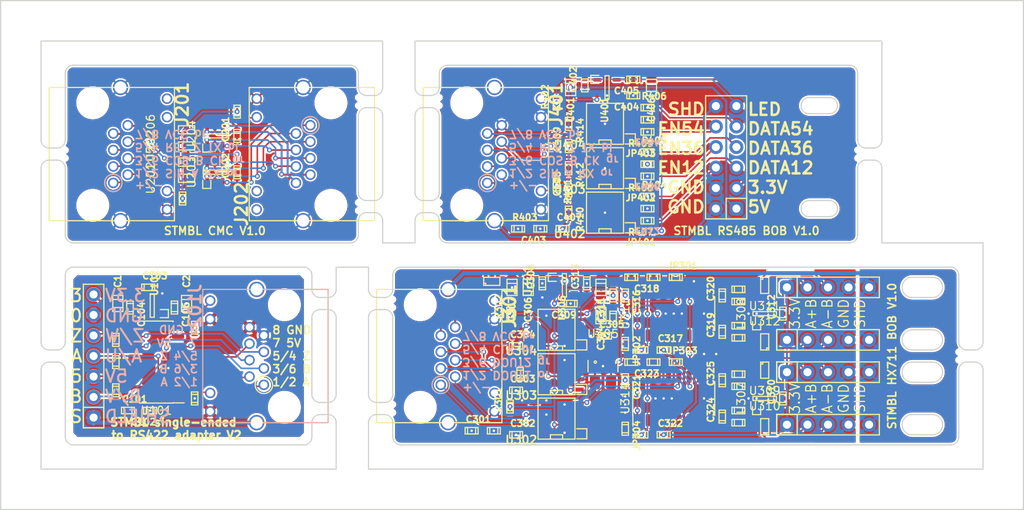
<source format=kicad_pcb>
(kicad_pcb (version 20171130) (host pcbnew "(5.1.4-0-10_14)")
  (layers (0 F.Cu signal) (1 In1.Cu signal) (2 In2.Cu signal) (31 B.Cu signal) (34 B.Paste user) (35 F.Paste user) (36 B.SilkS user) (37 F.SilkS user) (38 B.Mask user) (39 F.Mask user) (44 Edge.Cuts user))
  (net 0 "")
  (net 1 GND)
  (net 2 +3V3)
  (net 3 1)
  (net 4 2)
  (net 5 3)
  (net 6 4)
  (net 7 5)
  (net 8 6)
  (net 9 13)
  (net 10 7)
  (net 11 8)
  (net 12 1_1)
  (net 13 2_2)
  (net 14 3_3)
  (net 15 4_4)
  (net 16 5_5)
  (net 17 6_6)
  (net 18 7_7)
  (net 19 8_8)
  (net 20 "Net-(J201-Pad12)")
  (net 21 "Net-(J202-Pad12)")
  (net 22 +5V)
  (net 23 IDX)
  (net 24 A)
  (net 25 B)
  (net 26 GNDA)
  (net 27 "Net-(C103-Pad2)")
  (net 28 "Net-(J102-Pad1)")
  (net 29 "Net-(J102-Pad2)")
  (net 30 "Net-(J102-Pad3)")
  (net 31 "Net-(J102-Pad4)")
  (net 32 "Net-(J102-Pad5)")
  (net 33 "Net-(J102-Pad6)")
  (net 34 "Net-(J102-Pad10)")
  (net 35 "Net-(J102-Pad12)")
  (net 36 GNDS)
  (net 37 +3.3VA)
  (net 38 A1+)
  (net 39 A1-)
  (net 40 B1+)
  (net 41 B1-)
  (net 42 A2+)
  (net 43 A2-)
  (net 44 B2+)
  (net 45 B2-)
  (net 46 SCK)
  (net 47 XSCK)
  (net 48 DOUT1)
  (net 49 DOUT2)
  (net 50 "Net-(C309-Pad2)")
  (net 51 "Net-(C318-Pad2)")
  (net 52 "Net-(C318-Pad1)")
  (net 53 "Net-(C319-Pad2)")
  (net 54 "Net-(C319-Pad1)")
  (net 55 "Net-(C320-Pad2)")
  (net 56 "Net-(C320-Pad1)")
  (net 57 "Net-(C323-Pad2)")
  (net 58 "Net-(C323-Pad1)")
  (net 59 "Net-(C324-Pad2)")
  (net 60 "Net-(C324-Pad1)")
  (net 61 "Net-(C325-Pad2)")
  (net 62 "Net-(C325-Pad1)")
  (net 63 "Net-(J301-Pad7)")
  (net 64 "Net-(J301-Pad8)")
  (net 65 "Net-(J301-Pad10)")
  (net 66 "Net-(J301-Pad12)")
  (net 67 "Net-(J302-Pad3)")
  (net 68 "Net-(J302-Pad2)")
  (net 69 "Net-(J303-Pad3)")
  (net 70 "Net-(J303-Pad2)")
  (net 71 "Net-(J304-Pad3)")
  (net 72 "Net-(J304-Pad2)")
  (net 73 "Net-(J305-Pad3)")
  (net 74 "Net-(J305-Pad2)")
  (net 75 "Net-(JP302-Pad1)")
  (net 76 "Net-(JP304-Pad1)")
  (net 77 LED)
  (net 78 EN_12)
  (net 79 EN_36)
  (net 80 EN_54)
  (net 81 DATA_12)
  (net 82 DATA_36)
  (net 83 DATA_54)
  (net 84 "Net-(C404-Pad1)")
  (net 85 "Net-(J401-Pad10)")
  (net 86 "Net-(J401-Pad12)")
  (net 87 "Net-(J402-Pad10)")
  (net 88 "Net-(J402-Pad8)")
  (net 89 "Net-(J402-Pad6)")
  (net 90 "Net-(J402-Pad9)")
  (net 91 "Net-(J402-Pad7)")
  (net 92 "Net-(J402-Pad5)")
  (module stmbl:non_plated_1mm (layer F.Cu) (at 221 80.5)
    (fp_text reference U24 hide)
    (fp_text value non_plated)
    (pad "" np_thru_hole circle (at 0 0) (size 0.5 0.5) (drill 0.5) (layers *.Cu *.Mask))
  )
  (module stmbl:non_plated_1mm (layer F.Cu) (at 224 79.5)
    (fp_text reference U24 hide)
    (fp_text value non_plated)
    (pad "" np_thru_hole circle (at 0 0) (size 0.5 0.5) (drill 0.5) (layers *.Cu *.Mask))
  )
  (module stmbl:non_plated_1mm (layer F.Cu) (at 221 79.5)
    (fp_text reference U24 hide)
    (fp_text value non_plated)
    (pad "" np_thru_hole circle (at 0 0) (size 0.5 0.5) (drill 0.5) (layers *.Cu *.Mask))
  )
  (module stmbl:non_plated_1mm (layer F.Cu) (at 224 80.5)
    (fp_text reference U24 hide)
    (fp_text value non_plated)
    (pad "" np_thru_hole circle (at 0 0) (size 0.5 0.5) (drill 0.5) (layers *.Cu *.Mask))
  )
  (module stmbl:non_plated_1mm (layer F.Cu) (at 208.5 55.5)
    (fp_text reference U24 hide)
    (fp_text value non_plated)
    (pad "" np_thru_hole circle (at 0 0) (size 0.5 0.5) (drill 0.5) (layers *.Cu *.Mask))
  )
  (module stmbl:non_plated_1mm (layer F.Cu) (at 211.5 54.5)
    (fp_text reference U24 hide)
    (fp_text value non_plated)
    (pad "" np_thru_hole circle (at 0 0) (size 0.5 0.5) (drill 0.5) (layers *.Cu *.Mask))
  )
  (module stmbl:non_plated_1mm (layer F.Cu) (at 208.5 54.5)
    (fp_text reference U24 hide)
    (fp_text value non_plated)
    (pad "" np_thru_hole circle (at 0 0) (size 0.5 0.5) (drill 0.5) (layers *.Cu *.Mask))
  )
  (module stmbl:non_plated_1mm (layer F.Cu) (at 211.5 55.5)
    (fp_text reference U24 hide)
    (fp_text value non_plated)
    (pad "" np_thru_hole circle (at 0 0) (size 0.5 0.5) (drill 0.5) (layers *.Cu *.Mask))
  )
  (module stmbl:non_plated_1mm (layer F.Cu) (at 110.5 54.5)
    (fp_text reference U24 hide)
    (fp_text value non_plated)
    (pad "" np_thru_hole circle (at 0 0) (size 0.5 0.5) (drill 0.5) (layers *.Cu *.Mask))
  )
  (module stmbl:non_plated_1mm (layer F.Cu) (at 107.5 54.5)
    (fp_text reference U24 hide)
    (fp_text value non_plated)
    (pad "" np_thru_hole circle (at 0 0) (size 0.5 0.5) (drill 0.5) (layers *.Cu *.Mask))
  )
  (module stmbl:non_plated_1mm (layer F.Cu) (at 110.5 55.5)
    (fp_text reference U24 hide)
    (fp_text value non_plated)
    (pad "" np_thru_hole circle (at 0 0) (size 0.5 0.5) (drill 0.5) (layers *.Cu *.Mask))
  )
  (module stmbl:non_plated_1mm (layer F.Cu) (at 107.5 55.5)
    (fp_text reference U24 hide)
    (fp_text value non_plated)
    (pad "" np_thru_hole circle (at 0 0) (size 0.5 0.5) (drill 0.5) (layers *.Cu *.Mask))
  )
  (module stmbl:non_plated_1mm (layer F.Cu) (at 110.5 80.5)
    (fp_text reference U24 hide)
    (fp_text value non_plated)
    (pad "" np_thru_hole circle (at 0 0) (size 0.5 0.5) (drill 0.5) (layers *.Cu *.Mask))
  )
  (module stmbl:non_plated_1mm (layer F.Cu) (at 110.5 79.5)
    (fp_text reference U24 hide)
    (fp_text value non_plated)
    (pad "" np_thru_hole circle (at 0 0) (size 0.5 0.5) (drill 0.5) (layers *.Cu *.Mask))
  )
  (module stmbl:non_plated_1mm (layer F.Cu) (at 107.5 79.5)
    (fp_text reference U24 hide)
    (fp_text value non_plated)
    (pad "" np_thru_hole circle (at 0 0) (size 0.5 0.5) (drill 0.5) (layers *.Cu *.Mask))
  )
  (module stmbl:non_plated_1mm (layer F.Cu) (at 107.5 80.5)
    (fp_text reference U24 hide)
    (fp_text value non_plated)
    (pad "" np_thru_hole circle (at 0 0) (size 0.5 0.5) (drill 0.5) (layers *.Cu *.Mask))
  )
  (module stmbl:non_plated_1mm (layer F.Cu) (at 146.75 61)
    (fp_text reference U24 hide)
    (fp_text value non_plated)
    (pad "" np_thru_hole circle (at 0 0) (size 0.5 0.5) (drill 0.5) (layers *.Cu *.Mask))
  )
  (module stmbl:non_plated_1mm (layer F.Cu) (at 156.75 49)
    (fp_text reference U24 hide)
    (fp_text value non_plated)
    (pad "" np_thru_hole circle (at 0 0) (size 0.5 0.5) (drill 0.5) (layers *.Cu *.Mask))
  )
  (module stmbl:non_plated_1mm (layer F.Cu) (at 156.75 48)
    (fp_text reference U24 hide)
    (fp_text value non_plated)
    (pad "" np_thru_hole circle (at 0 0) (size 0.5 0.5) (drill 0.5) (layers *.Cu *.Mask))
  )
  (module stmbl:non_plated_1mm (layer F.Cu) (at 153.75 48)
    (fp_text reference U24 hide)
    (fp_text value non_plated)
    (pad "" np_thru_hole circle (at 0 0) (size 0.5 0.5) (drill 0.5) (layers *.Cu *.Mask))
  )
  (module stmbl:non_plated_1mm (layer F.Cu) (at 153.75 49)
    (fp_text reference U24 hide)
    (fp_text value non_plated)
    (pad "" np_thru_hole circle (at 0 0) (size 0.5 0.5) (drill 0.5) (layers *.Cu *.Mask))
  )
  (module stmbl:non_plated_1mm (layer F.Cu) (at 146.75 48)
    (fp_text reference U24 hide)
    (fp_text value non_plated)
    (pad "" np_thru_hole circle (at 0 0) (size 0.5 0.5) (drill 0.5) (layers *.Cu *.Mask))
  )
  (module stmbl:non_plated_1mm (layer F.Cu) (at 146.75 49)
    (fp_text reference U24 hide)
    (fp_text value non_plated)
    (pad "" np_thru_hole circle (at 0 0) (size 0.5 0.5) (drill 0.5) (layers *.Cu *.Mask))
  )
  (module stmbl:non_plated_1mm (layer F.Cu) (at 149.75 48)
    (fp_text reference U24 hide)
    (fp_text value non_plated)
    (pad "" np_thru_hole circle (at 0 0) (size 0.5 0.5) (drill 0.5) (layers *.Cu *.Mask))
  )
  (module stmbl:non_plated_1mm (layer F.Cu) (at 156.75 62)
    (fp_text reference U24 hide)
    (fp_text value non_plated)
    (pad "" np_thru_hole circle (at 0 0) (size 0.5 0.5) (drill 0.5) (layers *.Cu *.Mask))
  )
  (module stmbl:non_plated_1mm (layer F.Cu) (at 156.75 61)
    (fp_text reference U24 hide)
    (fp_text value non_plated)
    (pad "" np_thru_hole circle (at 0 0) (size 0.5 0.5) (drill 0.5) (layers *.Cu *.Mask))
  )
  (module stmbl:non_plated_1mm (layer F.Cu) (at 153.75 61)
    (fp_text reference U24 hide)
    (fp_text value non_plated)
    (pad "" np_thru_hole circle (at 0 0) (size 0.5 0.5) (drill 0.5) (layers *.Cu *.Mask))
  )
  (module stmbl:non_plated_1mm (layer F.Cu) (at 153.75 62)
    (fp_text reference U24 hide)
    (fp_text value non_plated)
    (pad "" np_thru_hole circle (at 0 0) (size 0.5 0.5) (drill 0.5) (layers *.Cu *.Mask))
  )
  (module stmbl:non_plated_1mm (layer F.Cu) (at 149.75 49)
    (fp_text reference U24 hide)
    (fp_text value non_plated)
    (pad "" np_thru_hole circle (at 0 0) (size 0.5 0.5) (drill 0.5) (layers *.Cu *.Mask))
  )
  (module stmbl:non_plated_1mm (layer F.Cu) (at 146.75 62)
    (fp_text reference U24 hide)
    (fp_text value non_plated)
    (pad "" np_thru_hole circle (at 0 0) (size 0.5 0.5) (drill 0.5) (layers *.Cu *.Mask))
  )
  (module stmbl:non_plated_1mm (layer F.Cu) (at 149.75 61)
    (fp_text reference U24 hide)
    (fp_text value non_plated)
    (pad "" np_thru_hole circle (at 0 0) (size 0.5 0.5) (drill 0.5) (layers *.Cu *.Mask))
  )
  (module stmbl:non_plated_1mm (layer F.Cu) (at 149.75 62)
    (fp_text reference U24 hide)
    (fp_text value non_plated)
    (pad "" np_thru_hole circle (at 0 0) (size 0.5 0.5) (drill 0.5) (layers *.Cu *.Mask))
  )
  (module stmbl:non_plated_1mm (layer F.Cu) (at 151 74)
    (fp_text reference U24 hide)
    (fp_text value non_plated)
    (pad "" np_thru_hole circle (at 0 0) (size 0.5 0.5) (drill 0.5) (layers *.Cu *.Mask))
  )
  (module stmbl:non_plated_1mm (layer F.Cu) (at 151 73)
    (fp_text reference U24 hide)
    (fp_text value non_plated)
    (pad "" np_thru_hole circle (at 0 0) (size 0.5 0.5) (drill 0.5) (layers *.Cu *.Mask))
  )
  (module stmbl:non_plated_1mm (layer F.Cu) (at 148 73)
    (fp_text reference U24 hide)
    (fp_text value non_plated)
    (pad "" np_thru_hole circle (at 0 0) (size 0.5 0.5) (drill 0.5) (layers *.Cu *.Mask))
  )
  (module stmbl:non_plated_1mm (layer F.Cu) (at 148 74)
    (fp_text reference U24 hide)
    (fp_text value non_plated)
    (pad "" np_thru_hole circle (at 0 0) (size 0.5 0.5) (drill 0.5) (layers *.Cu *.Mask))
  )
  (module stmbl:non_plated_1mm (layer F.Cu) (at 151 87)
    (fp_text reference U24 hide)
    (fp_text value non_plated)
    (pad "" np_thru_hole circle (at 0 0) (size 0.5 0.5) (drill 0.5) (layers *.Cu *.Mask))
  )
  (module stmbl:non_plated_1mm (layer F.Cu) (at 151 86)
    (fp_text reference U24 hide)
    (fp_text value non_plated)
    (pad "" np_thru_hole circle (at 0 0) (size 0.5 0.5) (drill 0.5) (layers *.Cu *.Mask))
  )
  (module stmbl:non_plated_1mm (layer F.Cu) (at 148 86)
    (fp_text reference U24 hide)
    (fp_text value non_plated)
    (pad "" np_thru_hole circle (at 0 0) (size 0.5 0.5) (drill 0.5) (layers *.Cu *.Mask))
  )
  (module stmbl:non_plated_1mm (layer F.Cu) (at 148 87)
    (fp_text reference U24 hide)
    (fp_text value non_plated)
    (pad "" np_thru_hole circle (at 0 0) (size 0.5 0.5) (drill 0.5) (layers *.Cu *.Mask))
  )
  (module stmbl:non_plated_1mm (layer F.Cu) (at 144 74)
    (fp_text reference U24 hide)
    (fp_text value non_plated)
    (pad "" np_thru_hole circle (at 0 0) (size 0.5 0.5) (drill 0.5) (layers *.Cu *.Mask))
  )
  (module stmbl:non_plated_1mm (layer F.Cu) (at 144 73)
    (fp_text reference U24 hide)
    (fp_text value non_plated)
    (pad "" np_thru_hole circle (at 0 0) (size 0.5 0.5) (drill 0.5) (layers *.Cu *.Mask))
  )
  (module stmbl:non_plated_1mm (layer F.Cu) (at 141 73)
    (fp_text reference U24 hide)
    (fp_text value non_plated)
    (pad "" np_thru_hole circle (at 0 0) (size 0.5 0.5) (drill 0.5) (layers *.Cu *.Mask))
  )
  (module stmbl:non_plated_1mm (layer F.Cu) (at 141 74)
    (fp_text reference U24 hide)
    (fp_text value non_plated)
    (pad "" np_thru_hole circle (at 0 0) (size 0.5 0.5) (drill 0.5) (layers *.Cu *.Mask))
  )
  (module stmbl:non_plated_1mm (layer F.Cu) (at 144 87)
    (fp_text reference U24 hide)
    (fp_text value non_plated)
    (pad "" np_thru_hole circle (at 0 0) (size 0.5 0.5) (drill 0.5) (layers *.Cu *.Mask))
  )
  (module stmbl:non_plated_1mm (layer F.Cu) (at 144 86)
    (fp_text reference U24 hide)
    (fp_text value non_plated)
    (pad "" np_thru_hole circle (at 0 0) (size 0.5 0.5) (drill 0.5) (layers *.Cu *.Mask))
  )
  (module stmbl:non_plated_1mm (layer F.Cu) (at 141 86)
    (fp_text reference U24 hide)
    (fp_text value non_plated)
    (pad "" np_thru_hole circle (at 0 0) (size 0.5 0.5) (drill 0.5) (layers *.Cu *.Mask))
  )
  (module stmbl:non_plated_1mm (layer F.Cu) (at 141 87)
    (fp_text reference U24 hide)
    (fp_text value non_plated)
    (pad "" np_thru_hole circle (at 0 0) (size 0.5 0.5) (drill 0.5) (layers *.Cu *.Mask))
  )
  (module stmbl:R_0603 (layer F.Cu) (at 131.75 49.75 90)
    (fp_text reference R202 hide)
    (fp_text value 560)
    (pad 2 smd roundrect (at 0.75 0 90) (size 0.59 0.8) (layers F.Cu F.Paste F.Mask) (net 2 +3V3))
    (pad 1 smd roundrect (at -0.75 0 90) (size 0.59 0.8) (layers F.Cu F.Paste F.Mask) (net 21 "Net-(J202-Pad12)"))
  )
  (module stmbl:R_0603 (layer F.Cu) (at 125 60.5 270)
    (fp_text reference R201 hide)
    (fp_text value 560)
    (pad 2 smd roundrect (at 0.75 0 270) (size 0.59 0.8) (layers F.Cu F.Paste F.Mask) (net 2 +3V3))
    (pad 1 smd roundrect (at -0.75 0 270) (size 0.59 0.8) (layers F.Cu F.Paste F.Mask) (net 20 "Net-(J201-Pad12)"))
  )
  (module stmbl:CMC_0805 (layer F.Cu) (at 125.5 58 270)
    (fp_text reference U201 (at 0 4.445 90) (layer F.SilkS))
    (fp_text value CMC)
    (pad 4 smd roundrect (at 0.5 -0.75 270) (size 0.5 0.5) (layers F.Cu F.Paste F.Mask) (net 12 1_1))
    (pad 3 smd roundrect (at 0.5 0.75 270) (size 0.5 0.5) (layers F.Cu F.Paste F.Mask) (net 3 1))
    (pad 2 smd roundrect (at -0.5 0.75 270) (size 0.5 0.5) (layers F.Cu F.Paste F.Mask) (net 4 2))
    (pad 1 smd roundrect (at -0.5 -0.75 270) (size 0.5 0.5) (layers F.Cu F.Paste F.Mask) (net 13 2_2))
  )
  (module stmbl:SOT-23-6 (layer F.Cu) (at 129 57.25 90)
    (fp_text reference U203 (at 0 -2.9 90) (layer F.SilkS))
    (fp_text value USBLC6-4SC6)
    (pad 1 smd roundrect (at -1.2 -0.95 90) (size 1 0.475) (layers F.Cu F.Paste F.Mask) (net 13 2_2))
    (pad 2 smd roundrect (at -1.2 0 90) (size 1 0.475) (layers F.Cu F.Paste F.Mask) (net 1 GND))
    (pad 3 smd roundrect (at -1.2 0.95 90) (size 1 0.475) (layers F.Cu F.Paste F.Mask) (net 12 1_1))
    (pad 4 smd roundrect (at 1.2 0.95 90) (size 1 0.475) (layers F.Cu F.Paste F.Mask) (net 17 6_6))
    (pad 6 smd roundrect (at 1.2 -0.95 90) (size 1 0.475) (layers F.Cu F.Paste F.Mask) (net 14 3_3))
    (pad 5 smd roundrect (at 1.2 0 90) (size 1 0.475) (layers F.Cu F.Paste F.Mask) (net 2 +3V3))
  )
  (module stmbl:C_0603 (layer F.Cu) (at 131.75 52.75 270)
    (fp_text reference C201 (at -0.834 1.416 90) (layer F.SilkS) (effects (font (size 0.8 0.8) (thickness 0.2))))
    (fp_text value 100n)
    (pad 2 smd roundrect (at 0.75 0 270) (size 0.59 0.8) (layers F.Cu F.Paste F.Mask) (net 1 GND))
    (pad 1 smd roundrect (at -0.75 0 270) (size 0.59 0.8) (layers F.Cu F.Paste F.Mask) (net 2 +3V3))
  )
  (module stmbl:CMC_0805 (layer F.Cu) (at 125.5 52 270)
    (fp_text reference U206 (at 0 4.445 90) (layer F.SilkS))
    (fp_text value CMC)
    (pad 4 smd roundrect (at 0.5 -0.75 270) (size 0.5 0.5) (layers F.Cu F.Paste F.Mask) (net 18 7_7))
    (pad 3 smd roundrect (at 0.5 0.75 270) (size 0.5 0.5) (layers F.Cu F.Paste F.Mask) (net 10 7))
    (pad 2 smd roundrect (at -0.5 0.75 270) (size 0.5 0.5) (layers F.Cu F.Paste F.Mask) (net 11 8))
    (pad 1 smd roundrect (at -0.5 -0.75 270) (size 0.5 0.5) (layers F.Cu F.Paste F.Mask) (net 19 8_8))
  )
  (module stmbl:CMC_0805 (layer F.Cu) (at 125.5 56 270)
    (fp_text reference U205 (at 0 4.445 90) (layer F.SilkS))
    (fp_text value CMC)
    (pad 4 smd roundrect (at 0.5 -0.75 270) (size 0.5 0.5) (layers F.Cu F.Paste F.Mask) (net 14 3_3))
    (pad 3 smd roundrect (at 0.5 0.75 270) (size 0.5 0.5) (layers F.Cu F.Paste F.Mask) (net 5 3))
    (pad 2 smd roundrect (at -0.5 0.75 270) (size 0.5 0.5) (layers F.Cu F.Paste F.Mask) (net 8 6))
    (pad 1 smd roundrect (at -0.5 -0.75 270) (size 0.5 0.5) (layers F.Cu F.Paste F.Mask) (net 17 6_6))
  )
  (module stmbl:SOT-23-6 (layer F.Cu) (at 129 52.75 90)
    (fp_text reference U204 (at 0 -2.9 90) (layer F.SilkS))
    (fp_text value USBLC6-4SC6)
    (pad 1 smd roundrect (at -1.2 -0.95 90) (size 1 0.475) (layers F.Cu F.Paste F.Mask) (net 16 5_5))
    (pad 2 smd roundrect (at -1.2 0 90) (size 1 0.475) (layers F.Cu F.Paste F.Mask) (net 1 GND))
    (pad 3 smd roundrect (at -1.2 0.95 90) (size 1 0.475) (layers F.Cu F.Paste F.Mask) (net 15 4_4))
    (pad 4 smd roundrect (at 1.2 0.95 90) (size 1 0.475) (layers F.Cu F.Paste F.Mask) (net 19 8_8))
    (pad 6 smd roundrect (at 1.2 -0.95 90) (size 1 0.475) (layers F.Cu F.Paste F.Mask) (net 18 7_7))
    (pad 5 smd roundrect (at 1.2 0 90) (size 1 0.475) (layers F.Cu F.Paste F.Mask) (net 2 +3V3))
  )
  (module stmbl:CMC_0805 (layer F.Cu) (at 125.5 54 270)
    (fp_text reference U202 (at 0 4.445 90) (layer F.SilkS))
    (fp_text value CMC)
    (pad 4 smd roundrect (at 0.5 -0.75 270) (size 0.5 0.5) (layers F.Cu F.Paste F.Mask) (net 15 4_4))
    (pad 3 smd roundrect (at 0.5 0.75 270) (size 0.5 0.5) (layers F.Cu F.Paste F.Mask) (net 6 4))
    (pad 2 smd roundrect (at -0.5 0.75 270) (size 0.5 0.5) (layers F.Cu F.Paste F.Mask) (net 7 5))
    (pad 1 smd roundrect (at -0.5 -0.75 270) (size 0.5 0.5) (layers F.Cu F.Paste F.Mask) (net 16 5_5))
  )
  (module stmbl:RJ45_LED (layer F.Cu) (at 148.75 55 270)
    (fp_text reference J202 (at 6.194 16.462 90) (layer F.SilkS) (effects (font (size 1.5 1.5) (thickness 0.3))))
    (fp_text value RJ45_LED)
    (pad "" np_thru_hole circle (at 6.35 5.4 270) (size 3.1 3.1) (drill 3.1) (layers *.Cu *.Mask) (clearance 0.5))
    (pad "" np_thru_hole circle (at -6.35 5.4 270) (size 3.1 3.1) (drill 3.1) (layers *.Cu *.Mask) (clearance 0.5))
    (pad 13 thru_hole circle (at 8.25 8.83 270) (size 1.9 1.9) (drill 1.5) (layers *.Cu *.Mask) (net 9 13))
    (pad 13 thru_hole circle (at -8.25 8.83 270) (size 1.9 1.9) (drill 1.5) (layers *.Cu *.Mask) (net 9 13))
    (pad 1 thru_hole circle (at -3.57 7.94 270) (size 1.3 1.3) (drill 0.9) (layers *.Cu *.Mask) (net 12 1_1))
    (pad 2 thru_hole circle (at -2.55 9.72 270) (size 1.3 1.3) (drill 0.9) (layers *.Cu *.Mask) (net 13 2_2))
    (pad 3 thru_hole circle (at -1.53 7.94 270) (size 1.3 1.3) (drill 0.9) (layers *.Cu *.Mask) (net 14 3_3))
    (pad 4 thru_hole circle (at -0.51 9.72 270) (size 1.3 1.3) (drill 0.9) (layers *.Cu *.Mask) (net 15 4_4))
    (pad 5 thru_hole circle (at 0.51 7.94 270) (size 1.3 1.3) (drill 0.9) (layers *.Cu *.Mask) (net 16 5_5))
    (pad 6 thru_hole circle (at 1.53 9.72 270) (size 1.3 1.3) (drill 0.9) (layers *.Cu *.Mask) (net 17 6_6))
    (pad 7 thru_hole circle (at 2.55 7.94 270) (size 1.3 1.3) (drill 0.9) (layers *.Cu *.Mask) (net 18 7_7))
    (pad 8 thru_hole circle (at 3.57 9.72 270) (size 1.3 1.3) (drill 0.9) (layers *.Cu *.Mask) (net 19 8_8))
    (pad 10 thru_hole circle (at 6.86 14.58 270) (size 1.3 1.3) (drill 0.9) (layers *.Cu *.Mask))
    (pad 9 thru_hole circle (at 4.57 14.58 270) (size 1.3 1.3) (drill 0.9) (layers *.Cu *.Mask))
    (pad 12 thru_hole circle (at -4.57 14.58 270) (size 1.3 1.3) (drill 0.9) (layers *.Cu *.Mask) (net 21 "Net-(J202-Pad12)"))
    (pad 11 thru_hole circle (at -6.86 14.58 270) (size 1.3 1.3) (drill 0.9) (layers *.Cu *.Mask) (net 1 GND))
  )
  (module stmbl:C_0603 (layer F.Cu) (at 131.75 57.25 270)
    (fp_text reference C202 (at -0.834 1.416 90) (layer F.SilkS) (effects (font (size 0.8 0.8) (thickness 0.2))))
    (fp_text value 100n)
    (pad 2 smd roundrect (at 0.75 0 270) (size 0.59 0.8) (layers F.Cu F.Paste F.Mask) (net 1 GND))
    (pad 1 smd roundrect (at -0.75 0 270) (size 0.59 0.8) (layers F.Cu F.Paste F.Mask) (net 2 +3V3))
  )
  (module stmbl:RJ45_LED (layer F.Cu) (at 108.5 55 90)
    (fp_text reference J201 (at 6.194 16.462 90) (layer F.SilkS) (effects (font (size 1.5 1.5) (thickness 0.3))))
    (fp_text value RJ45_LED)
    (pad "" np_thru_hole circle (at 6.35 5.4 90) (size 3.1 3.1) (drill 3.1) (layers *.Cu *.Mask) (clearance 0.5))
    (pad "" np_thru_hole circle (at -6.35 5.4 90) (size 3.1 3.1) (drill 3.1) (layers *.Cu *.Mask) (clearance 0.5))
    (pad 13 thru_hole circle (at 8.25 8.83 90) (size 1.9 1.9) (drill 1.5) (layers *.Cu *.Mask) (net 9 13))
    (pad 13 thru_hole circle (at -8.25 8.83 90) (size 1.9 1.9) (drill 1.5) (layers *.Cu *.Mask) (net 9 13))
    (pad 1 thru_hole circle (at -3.57 7.94 90) (size 1.3 1.3) (drill 0.9) (layers *.Cu *.Mask) (net 3 1))
    (pad 2 thru_hole circle (at -2.55 9.72 90) (size 1.3 1.3) (drill 0.9) (layers *.Cu *.Mask) (net 4 2))
    (pad 3 thru_hole circle (at -1.53 7.94 90) (size 1.3 1.3) (drill 0.9) (layers *.Cu *.Mask) (net 5 3))
    (pad 4 thru_hole circle (at -0.51 9.72 90) (size 1.3 1.3) (drill 0.9) (layers *.Cu *.Mask) (net 6 4))
    (pad 5 thru_hole circle (at 0.51 7.94 90) (size 1.3 1.3) (drill 0.9) (layers *.Cu *.Mask) (net 7 5))
    (pad 6 thru_hole circle (at 1.53 9.72 90) (size 1.3 1.3) (drill 0.9) (layers *.Cu *.Mask) (net 8 6))
    (pad 7 thru_hole circle (at 2.55 7.94 90) (size 1.3 1.3) (drill 0.9) (layers *.Cu *.Mask) (net 10 7))
    (pad 8 thru_hole circle (at 3.57 9.72 90) (size 1.3 1.3) (drill 0.9) (layers *.Cu *.Mask) (net 11 8))
    (pad 10 thru_hole circle (at 6.86 14.58 90) (size 1.3 1.3) (drill 0.9) (layers *.Cu *.Mask))
    (pad 9 thru_hole circle (at 4.57 14.58 90) (size 1.3 1.3) (drill 0.9) (layers *.Cu *.Mask))
    (pad 12 thru_hole circle (at -4.57 14.58 90) (size 1.3 1.3) (drill 0.9) (layers *.Cu *.Mask) (net 20 "Net-(J201-Pad12)"))
    (pad 11 thru_hole circle (at -6.86 14.58 90) (size 1.3 1.3) (drill 0.9) (layers *.Cu *.Mask) (net 1 GND))
  )
  (module stmbl:C_0805 (layer F.Cu) (at 125.5 73.5 90)
    (fp_text reference C2 (at 2.75 0 90) (layer F.SilkS) (effects (font (size 0.8 0.8) (thickness 0.2))))
    (fp_text value 10u)
    (pad 1 smd roundrect (at -1 0 90) (size 1 1.25) (layers F.Cu F.Paste F.Mask) (net 22 +5V))
    (pad 2 smd roundrect (at 1 0 90) (size 1 1.25) (layers F.Cu F.Paste F.Mask) (net 1 GND))
  )
  (module stmbl:C_0805 (layer F.Cu) (at 117 73.5 90)
    (fp_text reference C1 (at 2.75 0 90) (layer F.SilkS) (effects (font (size 0.8 0.8) (thickness 0.2))))
    (fp_text value 10u)
    (pad 1 smd roundrect (at -1 0 90) (size 1 1.25) (layers F.Cu F.Paste F.Mask) (net 2 +3V3))
    (pad 2 smd roundrect (at 1 0 90) (size 1 1.25) (layers F.Cu F.Paste F.Mask) (net 1 GND))
  )
  (module stmbl:SOT-23-5 (layer F.Cu) (at 121.25 73.75 180)
    (fp_text reference U102 (at -0.29 2.784 90) (layer F.SilkS) (effects (font (size 0.8 0.8) (thickness 0.2))))
    (fp_text value LDO)
    (pad 1 smd roundrect (at -1.2 -0.95 180) (size 1 0.45) (layers F.Cu F.Paste F.Mask) (net 22 +5V))
    (pad 2 smd roundrect (at -1.2 0 180) (size 1 0.45) (layers F.Cu F.Paste F.Mask) (net 1 GND))
    (pad 3 smd roundrect (at -1.2 0.95 180) (size 1 0.45) (layers F.Cu F.Paste F.Mask) (net 22 +5V))
    (pad 4 smd roundrect (at 1.2 0.95 180) (size 1 0.45) (layers F.Cu F.Paste F.Mask) (net 27 "Net-(C103-Pad2)"))
    (pad 5 smd roundrect (at 1.2 -0.95 180) (size 1 0.45) (layers F.Cu F.Paste F.Mask) (net 2 +3V3))
  )
  (module stmbl:C_0603 (layer F.Cu) (at 120.75 71.5 180)
    (fp_text reference C103 (at -0.834 1.416) (layer F.SilkS) (effects (font (size 0.8 0.8) (thickness 0.2))))
    (fp_text value 100n)
    (pad 2 smd roundrect (at 0.75 0 180) (size 0.59 0.8) (layers F.Cu F.Paste F.Mask) (net 27 "Net-(C103-Pad2)"))
    (pad 1 smd roundrect (at -0.75 0 180) (size 0.59 0.8) (layers F.Cu F.Paste F.Mask) (net 1 GND))
  )
  (module stmbl:Pin_Header_RM2.54_1x7_UP (layer F.Cu) (at 114 87.62 180)
    (fp_text reference J101 hide)
    (fp_text value CONN_01X07 hide)
    (pad 7 thru_hole circle (at 0 15.24 180) (size 1.3 1.3) (drill 1) (layers *.Cu *.Mask) (net 2 +3V3))
    (pad 7 smd circle (at 0 15.24 180) (size 1.75 1.75) (layers B.Cu B.Mask) (net 2 +3V3))
    (pad 6 thru_hole circle (at 0 12.7 180) (size 1.3 1.3) (drill 1) (layers *.Cu *.Mask) (net 1 GND))
    (pad 6 smd circle (at 0 12.7 180) (size 1.75 1.75) (layers B.Cu B.Mask) (net 1 GND))
    (pad 5 thru_hole circle (at 0 10.16 180) (size 1.3 1.3) (drill 1) (layers *.Cu *.Mask) (net 23 IDX))
    (pad 5 smd circle (at 0 10.16 180) (size 1.75 1.75) (layers B.Cu B.Mask) (net 23 IDX))
    (pad 4 thru_hole circle (at 0 7.62 180) (size 1.3 1.3) (drill 1) (layers *.Cu *.Mask) (net 24 A))
    (pad 4 smd circle (at 0 7.62 180) (size 1.75 1.75) (layers B.Cu B.Mask) (net 24 A))
    (pad 3 thru_hole circle (at 0 5.08 180) (size 1.3 1.3) (drill 1) (layers *.Cu *.Mask) (net 22 +5V))
    (pad 3 smd circle (at 0 5.08 180) (size 1.75 1.75) (layers B.Cu B.Mask) (net 22 +5V))
    (pad 2 thru_hole circle (at 0 2.54 180) (size 1.3 1.3) (drill 1) (layers *.Cu *.Mask) (net 25 B))
    (pad 2 smd circle (at 0 2.54 180) (size 1.75 1.75) (layers B.Cu B.Mask) (net 25 B))
    (pad 1 thru_hole circle (at 0 0 180) (size 1.3 1.3) (drill 1) (layers *.Cu *.Mask) (net 26 GNDA))
    (pad 1 smd roundrect (at 0 0 180) (size 1.75 1.75) (layers B.Cu B.Mask) (net 26 GNDA))
  )
  (module stmbl:SOIC-16 (layer F.Cu) (at 121.75 80.75 180)
    (fp_text reference U101 (at 0 -6) (layer F.SilkS))
    (fp_text value am26ls31)
    (pad 1 smd roundrect (at -2.7 -4.445 180) (size 1.5 0.6) (layers F.Cu F.Paste F.Mask) (net 24 A))
    (pad 2 smd roundrect (at -2.7 -3.175 180) (size 1.5 0.6) (layers F.Cu F.Paste F.Mask) (net 28 "Net-(J102-Pad1)"))
    (pad 3 smd roundrect (at -2.7 -1.905 180) (size 1.5 0.6) (layers F.Cu F.Paste F.Mask) (net 29 "Net-(J102-Pad2)"))
    (pad 4 smd roundrect (at -2.7 -0.635 180) (size 1.5 0.6) (layers F.Cu F.Paste F.Mask) (net 22 +5V))
    (pad 5 smd roundrect (at -2.7 0.635 180) (size 1.5 0.6) (layers F.Cu F.Paste F.Mask) (net 33 "Net-(J102-Pad6)"))
    (pad 6 smd roundrect (at -2.7 1.905 180) (size 1.5 0.6) (layers F.Cu F.Paste F.Mask) (net 30 "Net-(J102-Pad3)"))
    (pad 7 smd roundrect (at -2.7 3.175 180) (size 1.5 0.6) (layers F.Cu F.Paste F.Mask) (net 25 B))
    (pad 8 smd roundrect (at -2.7 4.445 180) (size 1.5 0.6) (layers F.Cu F.Paste F.Mask) (net 1 GND))
    (pad 9 smd roundrect (at 2.7 4.445 180) (size 1.5 0.6) (layers F.Cu F.Paste F.Mask) (net 23 IDX))
    (pad 10 smd roundrect (at 2.7 3.175 180) (size 1.5 0.6) (layers F.Cu F.Paste F.Mask) (net 32 "Net-(J102-Pad5)"))
    (pad 11 smd roundrect (at 2.7 1.905 180) (size 1.5 0.6) (layers F.Cu F.Paste F.Mask) (net 31 "Net-(J102-Pad4)"))
    (pad 12 smd roundrect (at 2.7 0.635 180) (size 1.5 0.6) (layers F.Cu F.Paste F.Mask) (net 1 GND))
    (pad 13 smd roundrect (at 2.7 -0.635 180) (size 1.5 0.6) (layers F.Cu F.Paste F.Mask))
    (pad 14 smd roundrect (at 2.7 -1.905 180) (size 1.5 0.6) (layers F.Cu F.Paste F.Mask))
    (pad 15 smd roundrect (at 2.7 -3.175 180) (size 1.5 0.6) (layers F.Cu F.Paste F.Mask) (net 1 GND))
    (pad 16 smd roundrect (at 2.7 -4.445 180) (size 1.5 0.6) (layers F.Cu F.Paste F.Mask) (net 22 +5V))
  )
  (module stmbl:C_0603 (layer F.Cu) (at 121 86.75)
    (fp_text reference C102 (at -0.834 1.416) (layer F.SilkS) (effects (font (size 0.8 0.8) (thickness 0.2))))
    (fp_text value 1u)
    (pad 2 smd roundrect (at 0.75 0) (size 0.59 0.8) (layers F.Cu F.Paste F.Mask) (net 1 GND))
    (pad 1 smd roundrect (at -0.75 0) (size 0.59 0.8) (layers F.Cu F.Paste F.Mask) (net 22 +5V))
  )
  (module stmbl:C_0603 (layer F.Cu) (at 118.5 74 90)
    (fp_text reference C104 (at -0.834 1.416 90) (layer F.SilkS) (effects (font (size 0.8 0.8) (thickness 0.2))))
    (fp_text value 100n)
    (pad 2 smd roundrect (at 0.75 0 90) (size 0.59 0.8) (layers F.Cu F.Paste F.Mask) (net 1 GND))
    (pad 1 smd roundrect (at -0.75 0 90) (size 0.59 0.8) (layers F.Cu F.Paste F.Mask) (net 2 +3V3))
  )
  (module stmbl:R_0603 (layer F.Cu) (at 126.5 76.5 90)
    (fp_text reference R105 hide)
    (fp_text value 560)
    (pad 2 smd roundrect (at 0.75 0 90) (size 0.59 0.8) (layers F.Cu F.Paste F.Mask) (net 34 "Net-(J102-Pad10)"))
    (pad 1 smd roundrect (at -0.75 0 90) (size 0.59 0.8) (layers F.Cu F.Paste F.Mask) (net 32 "Net-(J102-Pad5)"))
  )
  (module stmbl:R_0603 (layer F.Cu) (at 126.5 85.25 90)
    (fp_text reference R104 hide)
    (fp_text value 560)
    (pad 2 smd roundrect (at 0.75 0 90) (size 0.59 0.8) (layers F.Cu F.Paste F.Mask) (net 35 "Net-(J102-Pad12)"))
    (pad 1 smd roundrect (at -0.75 0 90) (size 0.59 0.8) (layers F.Cu F.Paste F.Mask) (net 22 +5V))
  )
  (module stmbl:R_0603 (layer F.Cu) (at 116.75 78 90)
    (fp_text reference R103 hide)
    (fp_text value 3.9k)
    (pad 2 smd roundrect (at 0.75 0 90) (size 0.59 0.8) (layers F.Cu F.Paste F.Mask) (net 23 IDX))
    (pad 1 smd roundrect (at -0.75 0 90) (size 0.59 0.8) (layers F.Cu F.Paste F.Mask) (net 22 +5V))
  )
  (module stmbl:R_0603 (layer F.Cu) (at 116.75 84.25 270)
    (fp_text reference R102 hide)
    (fp_text value 3.9k)
    (pad 2 smd roundrect (at 0.75 0 270) (size 0.59 0.8) (layers F.Cu F.Paste F.Mask) (net 25 B))
    (pad 1 smd roundrect (at -0.75 0 270) (size 0.59 0.8) (layers F.Cu F.Paste F.Mask) (net 22 +5V))
  )
  (module stmbl:R_0603 (layer F.Cu) (at 116.75 80.75 90)
    (fp_text reference R101 hide)
    (fp_text value 3.9k)
    (pad 2 smd roundrect (at 0.75 0 90) (size 0.59 0.8) (layers F.Cu F.Paste F.Mask) (net 24 A))
    (pad 1 smd roundrect (at -0.75 0 90) (size 0.59 0.8) (layers F.Cu F.Paste F.Mask) (net 22 +5V))
  )
  (module stmbl:RJ45_LED (layer B.Cu) (at 143 80 90)
    (fp_text reference J102 (at 6.194 -16.462 90) (layer B.SilkS) (effects (font (size 1.5 1.5) (thickness 0.3)) (justify mirror)))
    (fp_text value RJ45_LED)
    (pad "" np_thru_hole circle (at 6.35 -5.4 90) (size 3.1 3.1) (drill 3.1) (layers *.Cu *.Mask) (clearance 0.5))
    (pad "" np_thru_hole circle (at -6.35 -5.4 90) (size 3.1 3.1) (drill 3.1) (layers *.Cu *.Mask) (clearance 0.5))
    (pad 13 thru_hole circle (at 8.25 -8.83 90) (size 1.9 1.9) (drill 1.5) (layers *.Cu *.Mask) (net 26 GNDA))
    (pad 13 thru_hole circle (at -8.25 -8.83 90) (size 1.9 1.9) (drill 1.5) (layers *.Cu *.Mask) (net 26 GNDA))
    (pad 1 thru_hole circle (at -3.57 -7.94 90) (size 1.3 1.3) (drill 0.9) (layers *.Cu *.Mask) (net 28 "Net-(J102-Pad1)"))
    (pad 2 thru_hole circle (at -2.55 -9.72 90) (size 1.3 1.3) (drill 0.9) (layers *.Cu *.Mask) (net 29 "Net-(J102-Pad2)"))
    (pad 3 thru_hole circle (at -1.53 -7.94 90) (size 1.3 1.3) (drill 0.9) (layers *.Cu *.Mask) (net 30 "Net-(J102-Pad3)"))
    (pad 4 thru_hole circle (at -0.51 -9.72 90) (size 1.3 1.3) (drill 0.9) (layers *.Cu *.Mask) (net 31 "Net-(J102-Pad4)"))
    (pad 5 thru_hole circle (at 0.51 -7.94 90) (size 1.3 1.3) (drill 0.9) (layers *.Cu *.Mask) (net 32 "Net-(J102-Pad5)"))
    (pad 6 thru_hole circle (at 1.53 -9.72 90) (size 1.3 1.3) (drill 0.9) (layers *.Cu *.Mask) (net 33 "Net-(J102-Pad6)"))
    (pad 7 thru_hole circle (at 2.55 -7.94 90) (size 1.3 1.3) (drill 0.9) (layers *.Cu *.Mask) (net 22 +5V))
    (pad 8 thru_hole circle (at 3.57 -9.72 90) (size 1.3 1.3) (drill 0.9) (layers *.Cu *.Mask) (net 1 GND))
    (pad 10 thru_hole circle (at 6.86 -14.58 90) (size 1.3 1.3) (drill 0.9) (layers *.Cu *.Mask) (net 34 "Net-(J102-Pad10)"))
    (pad 9 thru_hole circle (at 4.57 -14.58 90) (size 1.3 1.3) (drill 0.9) (layers *.Cu *.Mask) (net 1 GND))
    (pad 12 thru_hole circle (at -4.57 -14.58 90) (size 1.3 1.3) (drill 0.9) (layers *.Cu *.Mask) (net 35 "Net-(J102-Pad12)"))
    (pad 11 thru_hole circle (at -6.86 -14.58 90) (size 1.3 1.3) (drill 0.9) (layers *.Cu *.Mask) (net 1 GND))
  )
  (module stmbl:C_0603 (layer F.Cu) (at 118.25 86.75 180)
    (fp_text reference C101 (at -0.834 1.416) (layer F.SilkS) (effects (font (size 0.8 0.8) (thickness 0.2))))
    (fp_text value 100n)
    (pad 2 smd roundrect (at 0.75 0 180) (size 0.59 0.8) (layers F.Cu F.Paste F.Mask) (net 1 GND))
    (pad 1 smd roundrect (at -0.75 0 180) (size 0.59 0.8) (layers F.Cu F.Paste F.Mask) (net 22 +5V))
  )
  (module stmbl:C_0603 (layer F.Cu) (at 124 74 90)
    (fp_text reference C106 (at -0.834 1.416 270) (layer F.SilkS) (effects (font (size 0.8 0.8) (thickness 0.2))))
    (fp_text value 100n)
    (pad 2 smd roundrect (at 0.75 0 90) (size 0.59 0.8) (layers F.Cu F.Paste F.Mask) (net 1 GND))
    (pad 1 smd roundrect (at -0.75 0 90) (size 0.59 0.8) (layers F.Cu F.Paste F.Mask) (net 22 +5V))
  )
  (module stmbl:R_0603 (layer F.Cu) (at 166.75 82.25 90)
    (fp_text reference R304 hide)
    (fp_text value 120)
    (pad 2 smd roundrect (at 0.75 0 90) (size 0.59 0.8) (layers F.Cu F.Paste F.Mask) (net 6 4))
    (pad 1 smd roundrect (at -0.75 0 90) (size 0.59 0.8) (layers F.Cu F.Paste F.Mask) (net 7 5))
  )
  (module stmbl:R_0603 (layer F.Cu) (at 163.5 89.25)
    (fp_text reference R303 hide)
    (fp_text value 120)
    (pad 2 smd roundrect (at 0.75 0) (size 0.59 0.8) (layers F.Cu F.Paste F.Mask) (net 1 GND))
    (pad 1 smd roundrect (at -0.75 0) (size 0.59 0.8) (layers F.Cu F.Paste F.Mask) (net 36 GNDS))
  )
  (module stmbl:SOT-23-5 (layer F.Cu) (at 172.23 71.25)
    (fp_text reference U306 (at -0.29 2.784 -270) (layer F.SilkS) (effects (font (size 0.8 0.8) (thickness 0.2))))
    (fp_text value LDO)
    (pad 1 smd roundrect (at -1.2 -0.95) (size 1 0.45) (layers F.Cu F.Paste F.Mask) (net 22 +5V))
    (pad 2 smd roundrect (at -1.2 0) (size 1 0.45) (layers F.Cu F.Paste F.Mask) (net 1 GND))
    (pad 3 smd roundrect (at -1.2 0.95) (size 1 0.45) (layers F.Cu F.Paste F.Mask) (net 22 +5V))
    (pad 4 smd roundrect (at 1.2 0.95) (size 1 0.45) (layers F.Cu F.Paste F.Mask) (net 50 "Net-(C309-Pad2)"))
    (pad 5 smd roundrect (at 1.2 -0.95) (size 1 0.45) (layers F.Cu F.Paste F.Mask) (net 2 +3V3))
  )
  (module stmbl:C_0603 (layer F.Cu) (at 173 73.5)
    (fp_text reference C309 (at -0.834 1.416) (layer F.SilkS) (effects (font (size 0.8 0.8) (thickness 0.2))))
    (fp_text value 100p)
    (pad 2 smd roundrect (at 0.75 0) (size 0.59 0.8) (layers F.Cu F.Paste F.Mask) (net 50 "Net-(C309-Pad2)"))
    (pad 1 smd roundrect (at -0.75 0) (size 0.59 0.8) (layers F.Cu F.Paste F.Mask) (net 1 GND))
  )
  (module stmbl:CMC_0805 (layer F.Cu) (at 197 71.25)
    (fp_text reference U312 (at 0 4.445) (layer F.SilkS))
    (fp_text value CMC)
    (pad 4 smd roundrect (at 0.5 -0.75) (size 0.5 0.5) (layers F.Cu F.Paste F.Mask) (net 74 "Net-(J305-Pad2)"))
    (pad 3 smd roundrect (at 0.5 0.75) (size 0.5 0.5) (layers F.Cu F.Paste F.Mask) (net 44 B2+))
    (pad 2 smd roundrect (at -0.5 0.75) (size 0.5 0.5) (layers F.Cu F.Paste F.Mask) (net 45 B2-))
    (pad 1 smd roundrect (at -0.5 -0.75) (size 0.5 0.5) (layers F.Cu F.Paste F.Mask) (net 73 "Net-(J305-Pad3)"))
  )
  (module stmbl:CMC_0805 (layer F.Cu) (at 197 78.25 180)
    (fp_text reference U311 (at 0 4.445) (layer F.SilkS))
    (fp_text value CMC)
    (pad 4 smd roundrect (at 0.5 -0.75 180) (size 0.5 0.5) (layers F.Cu F.Paste F.Mask) (net 71 "Net-(J304-Pad3)"))
    (pad 3 smd roundrect (at 0.5 0.75 180) (size 0.5 0.5) (layers F.Cu F.Paste F.Mask) (net 43 A2-))
    (pad 2 smd roundrect (at -0.5 0.75 180) (size 0.5 0.5) (layers F.Cu F.Paste F.Mask) (net 42 A2+))
    (pad 1 smd roundrect (at -0.5 -0.75 180) (size 0.5 0.5) (layers F.Cu F.Paste F.Mask) (net 72 "Net-(J304-Pad2)"))
  )
  (module stmbl:CMC_0805 (layer F.Cu) (at 197 81.75)
    (fp_text reference U310 (at 0 4.445) (layer F.SilkS))
    (fp_text value CMC)
    (pad 4 smd roundrect (at 0.5 -0.75) (size 0.5 0.5) (layers F.Cu F.Paste F.Mask) (net 70 "Net-(J303-Pad2)"))
    (pad 3 smd roundrect (at 0.5 0.75) (size 0.5 0.5) (layers F.Cu F.Paste F.Mask) (net 40 B1+))
    (pad 2 smd roundrect (at -0.5 0.75) (size 0.5 0.5) (layers F.Cu F.Paste F.Mask) (net 41 B1-))
    (pad 1 smd roundrect (at -0.5 -0.75) (size 0.5 0.5) (layers F.Cu F.Paste F.Mask) (net 69 "Net-(J303-Pad3)"))
  )
  (module stmbl:CMC_0805 (layer F.Cu) (at 197 88.75 180)
    (fp_text reference U309 (at 0 4.445) (layer F.SilkS))
    (fp_text value CMC)
    (pad 4 smd roundrect (at 0.5 -0.75 180) (size 0.5 0.5) (layers F.Cu F.Paste F.Mask) (net 67 "Net-(J302-Pad3)"))
    (pad 3 smd roundrect (at 0.5 0.75 180) (size 0.5 0.5) (layers F.Cu F.Paste F.Mask) (net 39 A1-))
    (pad 2 smd roundrect (at -0.5 0.75 180) (size 0.5 0.5) (layers F.Cu F.Paste F.Mask) (net 38 A1+))
    (pad 1 smd roundrect (at -0.5 -0.75 180) (size 0.5 0.5) (layers F.Cu F.Paste F.Mask) (net 68 "Net-(J302-Pad2)"))
  )
  (module stmbl:CMC_0805 (layer F.Cu) (at 163.25 70.75 90)
    (fp_text reference U301 (at 0 4.445 90) (layer F.SilkS))
    (fp_text value CMC)
    (pad 4 smd roundrect (at 0.5 -0.75 90) (size 0.5 0.5) (layers F.Cu F.Paste F.Mask) (net 63 "Net-(J301-Pad7)"))
    (pad 3 smd roundrect (at 0.5 0.75 90) (size 0.5 0.5) (layers F.Cu F.Paste F.Mask) (net 22 +5V))
    (pad 2 smd roundrect (at -0.5 0.75 90) (size 0.5 0.5) (layers F.Cu F.Paste F.Mask) (net 1 GND))
    (pad 1 smd roundrect (at -0.5 -0.75 90) (size 0.5 0.5) (layers F.Cu F.Paste F.Mask) (net 64 "Net-(J301-Pad8)"))
  )
  (module stmbl:Pin_Header_RM2.54_1x5_UP (layer F.Cu) (at 199.75 71.5 90)
    (fp_text reference J305 hide)
    (fp_text value CONN_01X05 hide)
    (pad 5 thru_hole circle (at 0 10.16 90) (size 1.3 1.3) (drill 1) (layers *.Cu *.Mask) (net 36 GNDS))
    (pad 5 smd circle (at 0 10.16 90) (size 1.75 1.75) (layers B.Cu B.Mask) (net 36 GNDS))
    (pad 4 thru_hole circle (at 0 7.62 90) (size 1.3 1.3) (drill 1) (layers *.Cu *.Mask) (net 1 GND))
    (pad 4 smd circle (at 0 7.62 90) (size 1.75 1.75) (layers B.Cu B.Mask) (net 1 GND))
    (pad 3 thru_hole circle (at 0 5.08 90) (size 1.3 1.3) (drill 1) (layers *.Cu *.Mask) (net 73 "Net-(J305-Pad3)"))
    (pad 3 smd circle (at 0 5.08 90) (size 1.75 1.75) (layers B.Cu B.Mask) (net 73 "Net-(J305-Pad3)"))
    (pad 2 thru_hole circle (at 0 2.54 90) (size 1.3 1.3) (drill 1) (layers *.Cu *.Mask) (net 74 "Net-(J305-Pad2)"))
    (pad 2 smd circle (at 0 2.54 90) (size 1.75 1.75) (layers B.Cu B.Mask) (net 74 "Net-(J305-Pad2)"))
    (pad 1 thru_hole circle (at 0 0 90) (size 1.3 1.3) (drill 1) (layers *.Cu *.Mask) (net 37 +3.3VA))
    (pad 1 smd roundrect (at 0 0 90) (size 1.75 1.75) (layers B.Cu B.Mask) (net 37 +3.3VA))
  )
  (module stmbl:Pin_Header_RM2.54_1x5_UP (layer F.Cu) (at 199.75 78 90)
    (fp_text reference J304 hide)
    (fp_text value CONN_01X05 hide)
    (pad 5 thru_hole circle (at 0 10.16 90) (size 1.3 1.3) (drill 1) (layers *.Cu *.Mask) (net 36 GNDS))
    (pad 5 smd circle (at 0 10.16 90) (size 1.75 1.75) (layers B.Cu B.Mask) (net 36 GNDS))
    (pad 4 thru_hole circle (at 0 7.62 90) (size 1.3 1.3) (drill 1) (layers *.Cu *.Mask) (net 1 GND))
    (pad 4 smd circle (at 0 7.62 90) (size 1.75 1.75) (layers B.Cu B.Mask) (net 1 GND))
    (pad 3 thru_hole circle (at 0 5.08 90) (size 1.3 1.3) (drill 1) (layers *.Cu *.Mask) (net 71 "Net-(J304-Pad3)"))
    (pad 3 smd circle (at 0 5.08 90) (size 1.75 1.75) (layers B.Cu B.Mask) (net 71 "Net-(J304-Pad3)"))
    (pad 2 thru_hole circle (at 0 2.54 90) (size 1.3 1.3) (drill 1) (layers *.Cu *.Mask) (net 72 "Net-(J304-Pad2)"))
    (pad 2 smd circle (at 0 2.54 90) (size 1.75 1.75) (layers B.Cu B.Mask) (net 72 "Net-(J304-Pad2)"))
    (pad 1 thru_hole circle (at 0 0 90) (size 1.3 1.3) (drill 1) (layers *.Cu *.Mask) (net 37 +3.3VA))
    (pad 1 smd roundrect (at 0 0 90) (size 1.75 1.75) (layers B.Cu B.Mask) (net 37 +3.3VA))
  )
  (module stmbl:Pin_Header_RM2.54_1x5_UP (layer F.Cu) (at 199.75 82 90)
    (fp_text reference J303 hide)
    (fp_text value CONN_01X05 hide)
    (pad 5 thru_hole circle (at 0 10.16 90) (size 1.3 1.3) (drill 1) (layers *.Cu *.Mask) (net 36 GNDS))
    (pad 5 smd circle (at 0 10.16 90) (size 1.75 1.75) (layers B.Cu B.Mask) (net 36 GNDS))
    (pad 4 thru_hole circle (at 0 7.62 90) (size 1.3 1.3) (drill 1) (layers *.Cu *.Mask) (net 1 GND))
    (pad 4 smd circle (at 0 7.62 90) (size 1.75 1.75) (layers B.Cu B.Mask) (net 1 GND))
    (pad 3 thru_hole circle (at 0 5.08 90) (size 1.3 1.3) (drill 1) (layers *.Cu *.Mask) (net 69 "Net-(J303-Pad3)"))
    (pad 3 smd circle (at 0 5.08 90) (size 1.75 1.75) (layers B.Cu B.Mask) (net 69 "Net-(J303-Pad3)"))
    (pad 2 thru_hole circle (at 0 2.54 90) (size 1.3 1.3) (drill 1) (layers *.Cu *.Mask) (net 70 "Net-(J303-Pad2)"))
    (pad 2 smd circle (at 0 2.54 90) (size 1.75 1.75) (layers B.Cu B.Mask) (net 70 "Net-(J303-Pad2)"))
    (pad 1 thru_hole circle (at 0 0 90) (size 1.3 1.3) (drill 1) (layers *.Cu *.Mask) (net 37 +3.3VA))
    (pad 1 smd roundrect (at 0 0 90) (size 1.75 1.75) (layers B.Cu B.Mask) (net 37 +3.3VA))
  )
  (module stmbl:Pin_Header_RM2.54_1x5_UP (layer F.Cu) (at 199.75 88.5 90)
    (fp_text reference J302 hide)
    (fp_text value CONN_01X05 hide)
    (pad 5 thru_hole circle (at 0 10.16 90) (size 1.3 1.3) (drill 1) (layers *.Cu *.Mask) (net 36 GNDS))
    (pad 5 smd circle (at 0 10.16 90) (size 1.75 1.75) (layers B.Cu B.Mask) (net 36 GNDS))
    (pad 4 thru_hole circle (at 0 7.62 90) (size 1.3 1.3) (drill 1) (layers *.Cu *.Mask) (net 1 GND))
    (pad 4 smd circle (at 0 7.62 90) (size 1.75 1.75) (layers B.Cu B.Mask) (net 1 GND))
    (pad 3 thru_hole circle (at 0 5.08 90) (size 1.3 1.3) (drill 1) (layers *.Cu *.Mask) (net 67 "Net-(J302-Pad3)"))
    (pad 3 smd circle (at 0 5.08 90) (size 1.75 1.75) (layers B.Cu B.Mask) (net 67 "Net-(J302-Pad3)"))
    (pad 2 thru_hole circle (at 0 2.54 90) (size 1.3 1.3) (drill 1) (layers *.Cu *.Mask) (net 68 "Net-(J302-Pad2)"))
    (pad 2 smd circle (at 0 2.54 90) (size 1.75 1.75) (layers B.Cu B.Mask) (net 68 "Net-(J302-Pad2)"))
    (pad 1 thru_hole circle (at 0 0 90) (size 1.3 1.3) (drill 1) (layers *.Cu *.Mask) (net 37 +3.3VA))
    (pad 1 smd roundrect (at 0 0 90) (size 1.75 1.75) (layers B.Cu B.Mask) (net 37 +3.3VA))
  )
  (module stmbl:SOIC-16 (layer F.Cu) (at 185.75 85.25 90)
    (fp_text reference U314 (at 0 -6 90) (layer F.SilkS))
    (fp_text value HX711)
    (pad 1 smd roundrect (at -2.7 -4.445 90) (size 1.5 0.6) (layers F.Cu F.Paste F.Mask) (net 22 +5V))
    (pad 2 smd roundrect (at -2.7 -3.175 90) (size 1.5 0.6) (layers F.Cu F.Paste F.Mask))
    (pad 3 smd roundrect (at -2.7 -1.905 90) (size 1.5 0.6) (layers F.Cu F.Paste F.Mask) (net 37 +3.3VA))
    (pad 4 smd roundrect (at -2.7 -0.635 90) (size 1.5 0.6) (layers F.Cu F.Paste F.Mask) (net 1 GND))
    (pad 5 smd roundrect (at -2.7 0.635 90) (size 1.5 0.6) (layers F.Cu F.Paste F.Mask) (net 1 GND))
    (pad 6 smd roundrect (at -2.7 1.905 90) (size 1.5 0.6) (layers F.Cu F.Paste F.Mask))
    (pad 7 smd roundrect (at -2.7 3.175 90) (size 1.5 0.6) (layers F.Cu F.Paste F.Mask) (net 60 "Net-(C324-Pad1)"))
    (pad 8 smd roundrect (at -2.7 4.445 90) (size 1.5 0.6) (layers F.Cu F.Paste F.Mask) (net 59 "Net-(C324-Pad2)"))
    (pad 9 smd roundrect (at 2.7 4.445 90) (size 1.5 0.6) (layers F.Cu F.Paste F.Mask) (net 61 "Net-(C325-Pad2)"))
    (pad 10 smd roundrect (at 2.7 3.175 90) (size 1.5 0.6) (layers F.Cu F.Paste F.Mask) (net 62 "Net-(C325-Pad1)"))
    (pad 11 smd roundrect (at 2.7 1.905 90) (size 1.5 0.6) (layers F.Cu F.Paste F.Mask) (net 46 SCK))
    (pad 12 smd roundrect (at 2.7 0.635 90) (size 1.5 0.6) (layers F.Cu F.Paste F.Mask) (net 48 DOUT1))
    (pad 13 smd roundrect (at 2.7 -0.635 90) (size 1.5 0.6) (layers F.Cu F.Paste F.Mask))
    (pad 14 smd roundrect (at 2.7 -1.905 90) (size 1.5 0.6) (layers F.Cu F.Paste F.Mask) (net 57 "Net-(C323-Pad2)"))
    (pad 15 smd roundrect (at 2.7 -3.175 90) (size 1.5 0.6) (layers F.Cu F.Paste F.Mask) (net 76 "Net-(JP304-Pad1)"))
    (pad 16 smd roundrect (at 2.7 -4.445 90) (size 1.5 0.6) (layers F.Cu F.Paste F.Mask) (net 22 +5V))
  )
  (module stmbl:SOIC-16 (layer F.Cu) (at 185.75 74.75 90)
    (fp_text reference U313 (at 0 -6 90) (layer F.SilkS))
    (fp_text value HX711)
    (pad 1 smd roundrect (at -2.7 -4.445 90) (size 1.5 0.6) (layers F.Cu F.Paste F.Mask) (net 22 +5V))
    (pad 2 smd roundrect (at -2.7 -3.175 90) (size 1.5 0.6) (layers F.Cu F.Paste F.Mask))
    (pad 3 smd roundrect (at -2.7 -1.905 90) (size 1.5 0.6) (layers F.Cu F.Paste F.Mask) (net 37 +3.3VA))
    (pad 4 smd roundrect (at -2.7 -0.635 90) (size 1.5 0.6) (layers F.Cu F.Paste F.Mask) (net 1 GND))
    (pad 5 smd roundrect (at -2.7 0.635 90) (size 1.5 0.6) (layers F.Cu F.Paste F.Mask) (net 1 GND))
    (pad 6 smd roundrect (at -2.7 1.905 90) (size 1.5 0.6) (layers F.Cu F.Paste F.Mask))
    (pad 7 smd roundrect (at -2.7 3.175 90) (size 1.5 0.6) (layers F.Cu F.Paste F.Mask) (net 54 "Net-(C319-Pad1)"))
    (pad 8 smd roundrect (at -2.7 4.445 90) (size 1.5 0.6) (layers F.Cu F.Paste F.Mask) (net 53 "Net-(C319-Pad2)"))
    (pad 9 smd roundrect (at 2.7 4.445 90) (size 1.5 0.6) (layers F.Cu F.Paste F.Mask) (net 55 "Net-(C320-Pad2)"))
    (pad 10 smd roundrect (at 2.7 3.175 90) (size 1.5 0.6) (layers F.Cu F.Paste F.Mask) (net 56 "Net-(C320-Pad1)"))
    (pad 11 smd roundrect (at 2.7 1.905 90) (size 1.5 0.6) (layers F.Cu F.Paste F.Mask) (net 46 SCK))
    (pad 12 smd roundrect (at 2.7 0.635 90) (size 1.5 0.6) (layers F.Cu F.Paste F.Mask) (net 49 DOUT2))
    (pad 13 smd roundrect (at 2.7 -0.635 90) (size 1.5 0.6) (layers F.Cu F.Paste F.Mask))
    (pad 14 smd roundrect (at 2.7 -1.905 90) (size 1.5 0.6) (layers F.Cu F.Paste F.Mask) (net 51 "Net-(C318-Pad2)"))
    (pad 15 smd roundrect (at 2.7 -3.175 90) (size 1.5 0.6) (layers F.Cu F.Paste F.Mask) (net 75 "Net-(JP302-Pad1)"))
    (pad 16 smd roundrect (at 2.7 -4.445 90) (size 1.5 0.6) (layers F.Cu F.Paste F.Mask) (net 22 +5V))
  )
  (module stmbl:SOT-23-6 (layer F.Cu) (at 197 74.75 90)
    (fp_text reference U308 (at 0 -2.9 90) (layer F.SilkS))
    (fp_text value USBLC6-4SC6)
    (pad 1 smd roundrect (at -1.2 -0.95 90) (size 1 0.475) (layers F.Cu F.Paste F.Mask) (net 43 A2-))
    (pad 2 smd roundrect (at -1.2 0 90) (size 1 0.475) (layers F.Cu F.Paste F.Mask) (net 1 GND))
    (pad 3 smd roundrect (at -1.2 0.95 90) (size 1 0.475) (layers F.Cu F.Paste F.Mask) (net 42 A2+))
    (pad 4 smd roundrect (at 1.2 0.95 90) (size 1 0.475) (layers F.Cu F.Paste F.Mask) (net 44 B2+))
    (pad 6 smd roundrect (at 1.2 -0.95 90) (size 1 0.475) (layers F.Cu F.Paste F.Mask) (net 45 B2-))
    (pad 5 smd roundrect (at 1.2 0 90) (size 1 0.475) (layers F.Cu F.Paste F.Mask) (net 37 +3.3VA))
  )
  (module stmbl:SOT-23-6 (layer F.Cu) (at 197 85.25 90)
    (fp_text reference U307 (at 0 -2.9 90) (layer F.SilkS))
    (fp_text value USBLC6-4SC6)
    (pad 1 smd roundrect (at -1.2 -0.95 90) (size 1 0.475) (layers F.Cu F.Paste F.Mask) (net 39 A1-))
    (pad 2 smd roundrect (at -1.2 0 90) (size 1 0.475) (layers F.Cu F.Paste F.Mask) (net 1 GND))
    (pad 3 smd roundrect (at -1.2 0.95 90) (size 1 0.475) (layers F.Cu F.Paste F.Mask) (net 38 A1+))
    (pad 4 smd roundrect (at 1.2 0.95 90) (size 1 0.475) (layers F.Cu F.Paste F.Mask) (net 40 B1+))
    (pad 6 smd roundrect (at 1.2 -0.95 90) (size 1 0.475) (layers F.Cu F.Paste F.Mask) (net 41 B1-))
    (pad 5 smd roundrect (at 1.2 0 90) (size 1 0.475) (layers F.Cu F.Paste F.Mask) (net 37 +3.3VA))
  )
  (module stmbl:Oscillator_SMD_0603_4Pads (layer F.Cu) (at 177 81.25)
    (fp_text reference U305 (at 0 -4) (layer F.SilkS))
    (fp_text value 20M)
    (pad 4 smd roundrect (at 1 -2 270) (size 1.75 1.25) (layers F.Cu F.Paste F.Mask) (net 2 +3V3))
    (pad 3 smd roundrect (at 1 2 270) (size 1.75 1.25) (layers F.Cu F.Paste F.Mask) (net 47 XSCK))
    (pad 2 smd roundrect (at -1 2 270) (size 1.75 1.25) (layers F.Cu F.Paste F.Mask) (net 1 GND))
    (pad 1 smd roundrect (at -1 -2 270) (size 1.75 1.25) (layers F.Cu F.Paste F.Mask) (net 2 +3V3))
  )
  (module stmbl:SOIC-8-N (layer F.Cu) (at 171.25 76.75 180)
    (fp_text reference U304 (at 4.362 -2.624) (layer F.SilkS) (effects (font (thickness 0.2))))
    (fp_text value sp485)
    (pad 1 smd roundrect (at -2.75 -1.905 90) (size 0.5 1.25) (layers F.Cu F.Paste F.Mask))
    (pad 2 smd roundrect (at -2.75 -0.635 90) (size 0.5 1.25) (layers F.Cu F.Paste F.Mask) (net 22 +5V))
    (pad 3 smd roundrect (at -2.75 0.635 90) (size 0.5 1.25) (layers F.Cu F.Paste F.Mask) (net 22 +5V))
    (pad 4 smd roundrect (at -2.75 1.905 90) (size 0.5 1.25) (layers F.Cu F.Paste F.Mask) (net 49 DOUT2))
    (pad 5 smd roundrect (at 2.75 1.905 90) (size 0.5 1.25) (layers F.Cu F.Paste F.Mask) (net 1 GND))
    (pad 6 smd roundrect (at 2.75 0.635 90) (size 0.5 1.25) (layers F.Cu F.Paste F.Mask) (net 8 6))
    (pad 7 smd roundrect (at 2.75 -0.635 90) (size 0.5 1.25) (layers F.Cu F.Paste F.Mask) (net 5 3))
    (pad 8 smd roundrect (at 2.75 -1.905 90) (size 0.5 1.25) (layers F.Cu F.Paste F.Mask) (net 22 +5V))
  )
  (module stmbl:SOIC-8-N (layer F.Cu) (at 171.25 82.25 180)
    (fp_text reference U303 (at 4.362 -2.624) (layer F.SilkS) (effects (font (thickness 0.2))))
    (fp_text value sp485)
    (pad 1 smd roundrect (at -2.75 -1.905 90) (size 0.5 1.25) (layers F.Cu F.Paste F.Mask) (net 46 SCK))
    (pad 2 smd roundrect (at -2.75 -0.635 90) (size 0.5 1.25) (layers F.Cu F.Paste F.Mask) (net 1 GND))
    (pad 3 smd roundrect (at -2.75 0.635 90) (size 0.5 1.25) (layers F.Cu F.Paste F.Mask) (net 1 GND))
    (pad 4 smd roundrect (at -2.75 1.905 90) (size 0.5 1.25) (layers F.Cu F.Paste F.Mask))
    (pad 5 smd roundrect (at 2.75 1.905 90) (size 0.5 1.25) (layers F.Cu F.Paste F.Mask) (net 1 GND))
    (pad 6 smd roundrect (at 2.75 0.635 90) (size 0.5 1.25) (layers F.Cu F.Paste F.Mask) (net 6 4))
    (pad 7 smd roundrect (at 2.75 -0.635 90) (size 0.5 1.25) (layers F.Cu F.Paste F.Mask) (net 7 5))
    (pad 8 smd roundrect (at 2.75 -1.905 90) (size 0.5 1.25) (layers F.Cu F.Paste F.Mask) (net 22 +5V))
  )
  (module stmbl:SOIC-8-N (layer F.Cu) (at 171.25 87.75 180)
    (fp_text reference U302 (at 4.362 -2.624) (layer F.SilkS) (effects (font (thickness 0.2))))
    (fp_text value sp485)
    (pad 1 smd roundrect (at -2.75 -1.905 90) (size 0.5 1.25) (layers F.Cu F.Paste F.Mask))
    (pad 2 smd roundrect (at -2.75 -0.635 90) (size 0.5 1.25) (layers F.Cu F.Paste F.Mask) (net 22 +5V))
    (pad 3 smd roundrect (at -2.75 0.635 90) (size 0.5 1.25) (layers F.Cu F.Paste F.Mask) (net 22 +5V))
    (pad 4 smd roundrect (at -2.75 1.905 90) (size 0.5 1.25) (layers F.Cu F.Paste F.Mask) (net 48 DOUT1))
    (pad 5 smd roundrect (at 2.75 1.905 90) (size 0.5 1.25) (layers F.Cu F.Paste F.Mask) (net 1 GND))
    (pad 6 smd roundrect (at 2.75 0.635 90) (size 0.5 1.25) (layers F.Cu F.Paste F.Mask) (net 4 2))
    (pad 7 smd roundrect (at 2.75 -0.635 90) (size 0.5 1.25) (layers F.Cu F.Paste F.Mask) (net 3 1))
    (pad 8 smd roundrect (at 2.75 -1.905 90) (size 0.5 1.25) (layers F.Cu F.Paste F.Mask) (net 22 +5V))
  )
  (module stmbl:R_0603 (layer F.Cu) (at 193.75 83.75)
    (fp_text reference R316 hide)
    (fp_text value 120)
    (pad 2 smd roundrect (at 0.75 0) (size 0.59 0.8) (layers F.Cu F.Paste F.Mask) (net 41 B1-))
    (pad 1 smd roundrect (at -0.75 0) (size 0.59 0.8) (layers F.Cu F.Paste F.Mask) (net 61 "Net-(C325-Pad2)"))
  )
  (module stmbl:R_0603 (layer F.Cu) (at 193.75 82.25)
    (fp_text reference R315 hide)
    (fp_text value 120)
    (pad 2 smd roundrect (at 0.75 0) (size 0.59 0.8) (layers F.Cu F.Paste F.Mask) (net 40 B1+))
    (pad 1 smd roundrect (at -0.75 0) (size 0.59 0.8) (layers F.Cu F.Paste F.Mask) (net 62 "Net-(C325-Pad1)"))
  )
  (module stmbl:R_0603 (layer F.Cu) (at 193.75 86.75)
    (fp_text reference R314 hide)
    (fp_text value 120)
    (pad 2 smd roundrect (at 0.75 0) (size 0.59 0.8) (layers F.Cu F.Paste F.Mask) (net 39 A1-))
    (pad 1 smd roundrect (at -0.75 0) (size 0.59 0.8) (layers F.Cu F.Paste F.Mask) (net 60 "Net-(C324-Pad1)"))
  )
  (module stmbl:R_0603 (layer F.Cu) (at 193.75 88.25)
    (fp_text reference R313 hide)
    (fp_text value 120)
    (pad 2 smd roundrect (at 0.75 0) (size 0.59 0.8) (layers F.Cu F.Paste F.Mask) (net 38 A1+))
    (pad 1 smd roundrect (at -0.75 0) (size 0.59 0.8) (layers F.Cu F.Paste F.Mask) (net 59 "Net-(C324-Pad2)"))
  )
  (module stmbl:R_0603 (layer F.Cu) (at 181.75 89.75)
    (fp_text reference R312 hide)
    (fp_text value 1k)
    (pad 2 smd roundrect (at 0.75 0) (size 0.59 0.8) (layers F.Cu F.Paste F.Mask) (net 22 +5V))
    (pad 1 smd roundrect (at -0.75 0) (size 0.59 0.8) (layers F.Cu F.Paste F.Mask) (net 76 "Net-(JP304-Pad1)"))
  )
  (module stmbl:R_0603 (layer F.Cu) (at 180.5 80.75)
    (fp_text reference R311 hide)
    (fp_text value 1k)
    (pad 2 smd roundrect (at 0.75 0) (size 0.59 0.8) (layers F.Cu F.Paste F.Mask) (net 58 "Net-(C323-Pad1)"))
    (pad 1 smd roundrect (at -0.75 0) (size 0.59 0.8) (layers F.Cu F.Paste F.Mask) (net 47 XSCK))
  )
  (module stmbl:R_0603 (layer F.Cu) (at 193.75 73.25)
    (fp_text reference R310 hide)
    (fp_text value 120)
    (pad 2 smd roundrect (at 0.75 0) (size 0.59 0.8) (layers F.Cu F.Paste F.Mask) (net 45 B2-))
    (pad 1 smd roundrect (at -0.75 0) (size 0.59 0.8) (layers F.Cu F.Paste F.Mask) (net 55 "Net-(C320-Pad2)"))
  )
  (module stmbl:R_0603 (layer F.Cu) (at 193.75 71.75)
    (fp_text reference R309 hide)
    (fp_text value 120)
    (pad 2 smd roundrect (at 0.75 0) (size 0.59 0.8) (layers F.Cu F.Paste F.Mask) (net 44 B2+))
    (pad 1 smd roundrect (at -0.75 0) (size 0.59 0.8) (layers F.Cu F.Paste F.Mask) (net 56 "Net-(C320-Pad1)"))
  )
  (module stmbl:R_0603 (layer F.Cu) (at 193.75 76.25)
    (fp_text reference R308 hide)
    (fp_text value 120)
    (pad 2 smd roundrect (at 0.75 0) (size 0.59 0.8) (layers F.Cu F.Paste F.Mask) (net 43 A2-))
    (pad 1 smd roundrect (at -0.75 0) (size 0.59 0.8) (layers F.Cu F.Paste F.Mask) (net 54 "Net-(C319-Pad1)"))
  )
  (module stmbl:R_0603 (layer F.Cu) (at 193.75 77.75)
    (fp_text reference R307 hide)
    (fp_text value 120)
    (pad 2 smd roundrect (at 0.75 0) (size 0.59 0.8) (layers F.Cu F.Paste F.Mask) (net 42 A2+))
    (pad 1 smd roundrect (at -0.75 0) (size 0.59 0.8) (layers F.Cu F.Paste F.Mask) (net 53 "Net-(C319-Pad2)"))
  )
  (module stmbl:R_0603 (layer F.Cu) (at 181.75 79.25)
    (fp_text reference R306 hide)
    (fp_text value 1k)
    (pad 2 smd roundrect (at 0.75 0) (size 0.59 0.8) (layers F.Cu F.Paste F.Mask) (net 22 +5V))
    (pad 1 smd roundrect (at -0.75 0) (size 0.59 0.8) (layers F.Cu F.Paste F.Mask) (net 75 "Net-(JP302-Pad1)"))
  )
  (module stmbl:R_0603 (layer F.Cu) (at 180.5 70.25)
    (fp_text reference R305 hide)
    (fp_text value 1k)
    (pad 2 smd roundrect (at 0.75 0) (size 0.59 0.8) (layers F.Cu F.Paste F.Mask) (net 52 "Net-(C318-Pad1)"))
    (pad 1 smd roundrect (at -0.75 0) (size 0.59 0.8) (layers F.Cu F.Paste F.Mask) (net 47 XSCK))
  )
  (module stmbl:C_0603 (layer F.Cu) (at 165.5 86.25 270)
    (fp_text reference R301 (at -0.834 1.416 90) (layer F.SilkS) (effects (font (size 0.8 0.8) (thickness 0.2))))
    (fp_text value 560)
    (pad 2 smd roundrect (at 0.75 0 270) (size 0.59 0.8) (layers F.Cu F.Paste F.Mask) (net 22 +5V))
    (pad 1 smd roundrect (at -0.75 0 270) (size 0.59 0.8) (layers F.Cu F.Paste F.Mask) (net 66 "Net-(J301-Pad12)"))
  )
  (module stmbl:C_0603 (layer F.Cu) (at 165.5 74.75 270)
    (fp_text reference R302 (at -0.834 1.416 90) (layer F.SilkS) (effects (font (size 0.8 0.8) (thickness 0.2))))
    (fp_text value 560)
    (pad 2 smd roundrect (at 0.75 0 270) (size 0.59 0.8) (layers F.Cu F.Paste F.Mask) (net 46 SCK))
    (pad 1 smd roundrect (at -0.75 0 270) (size 0.59 0.8) (layers F.Cu F.Paste F.Mask) (net 65 "Net-(J301-Pad10)"))
  )
  (module stmbl:R_0603 (layer F.Cu) (at 178.25 72.5 270)
    (fp_text reference L301 hide)
    (fp_text value INDUCTOR)
    (pad 2 smd roundrect (at 0.75 0 270) (size 0.59 0.8) (layers F.Cu F.Paste F.Mask) (net 37 +3.3VA))
    (pad 1 smd roundrect (at -0.75 0 270) (size 0.59 0.8) (layers F.Cu F.Paste F.Mask) (net 2 +3V3))
  )
  (module stmbl:0603_jumper (layer F.Cu) (at 179.75 89 90)
    (fp_text reference JP304 (at -0.834 1.416 90) (layer F.SilkS) (effects (font (size 0.8 0.8) (thickness 0.2))))
    (fp_text value Jumper_NO_Small)
    (pad 2 smd roundrect (at 0.75 0 90) (size 0.5 0.25) (drill (offset -0.25 0)) (layers F.Cu F.Paste F.Mask) (net 1 GND))
    (pad 1 smd roundrect (at -0.75 0 90) (size 0.5 0.25) (drill (offset 0.25 0)) (layers F.Cu F.Paste F.Mask) (net 76 "Net-(JP304-Pad1)"))
    (pad 2 smd roundrect (at 0.75 0 90) (size 0.59 0.8) (layers F.Cu F.Paste F.Mask) (net 1 GND))
    (pad 1 smd roundrect (at -0.75 0 90) (size 0.59 0.8) (layers F.Cu F.Paste F.Mask) (net 76 "Net-(JP304-Pad1)"))
  )
  (module stmbl:0603_jumper (layer F.Cu) (at 186 80.75 180)
    (fp_text reference JP303 (at -0.834 1.416) (layer F.SilkS) (effects (font (size 0.8 0.8) (thickness 0.2))))
    (fp_text value Jumper_NO_Small)
    (pad 2 smd roundrect (at 0.75 0 180) (size 0.5 0.25) (drill (offset -0.25 0)) (layers F.Cu F.Paste F.Mask) (net 57 "Net-(C323-Pad2)"))
    (pad 1 smd roundrect (at -0.75 0 180) (size 0.5 0.25) (drill (offset 0.25 0)) (layers F.Cu F.Paste F.Mask) (net 1 GND))
    (pad 2 smd roundrect (at 0.75 0 180) (size 0.59 0.8) (layers F.Cu F.Paste F.Mask) (net 57 "Net-(C323-Pad2)"))
    (pad 1 smd roundrect (at -0.75 0 180) (size 0.59 0.8) (layers F.Cu F.Paste F.Mask) (net 1 GND))
  )
  (module stmbl:0603_jumper (layer F.Cu) (at 179.75 78.5 90)
    (fp_text reference JP302 (at -0.834 1.416 90) (layer F.SilkS) (effects (font (size 0.8 0.8) (thickness 0.2))))
    (fp_text value Jumper_NO_Small)
    (pad 2 smd roundrect (at 0.75 0 90) (size 0.5 0.25) (drill (offset -0.25 0)) (layers F.Cu F.Paste F.Mask) (net 1 GND))
    (pad 1 smd roundrect (at -0.75 0 90) (size 0.5 0.25) (drill (offset 0.25 0)) (layers F.Cu F.Paste F.Mask) (net 75 "Net-(JP302-Pad1)"))
    (pad 2 smd roundrect (at 0.75 0 90) (size 0.59 0.8) (layers F.Cu F.Paste F.Mask) (net 1 GND))
    (pad 1 smd roundrect (at -0.75 0 90) (size 0.59 0.8) (layers F.Cu F.Paste F.Mask) (net 75 "Net-(JP302-Pad1)"))
  )
  (module stmbl:0603_jumper (layer F.Cu) (at 186 70.25 180)
    (fp_text reference JP301 (at -0.834 1.416) (layer F.SilkS) (effects (font (size 0.8 0.8) (thickness 0.2))))
    (fp_text value Jumper_NO_Small)
    (pad 2 smd roundrect (at 0.75 0 180) (size 0.5 0.25) (drill (offset -0.25 0)) (layers F.Cu F.Paste F.Mask) (net 51 "Net-(C318-Pad2)"))
    (pad 1 smd roundrect (at -0.75 0 180) (size 0.5 0.25) (drill (offset 0.25 0)) (layers F.Cu F.Paste F.Mask) (net 1 GND))
    (pad 2 smd roundrect (at 0.75 0 180) (size 0.59 0.8) (layers F.Cu F.Paste F.Mask) (net 51 "Net-(C318-Pad2)"))
    (pad 1 smd roundrect (at -0.75 0 180) (size 0.59 0.8) (layers F.Cu F.Paste F.Mask) (net 1 GND))
  )
  (module stmbl:RJ45_LED (layer F.Cu) (at 149 80 90)
    (fp_text reference J301 (at 6.194 16.462 90) (layer F.SilkS) (effects (font (size 1.5 1.5) (thickness 0.3))))
    (fp_text value RJ45_LED)
    (pad "" np_thru_hole circle (at 6.35 5.4 90) (size 3.1 3.1) (drill 3.1) (layers *.Cu *.Mask) (clearance 0.5))
    (pad "" np_thru_hole circle (at -6.35 5.4 90) (size 3.1 3.1) (drill 3.1) (layers *.Cu *.Mask) (clearance 0.5))
    (pad 13 thru_hole circle (at 8.25 8.83 90) (size 1.9 1.9) (drill 1.5) (layers *.Cu *.Mask) (net 36 GNDS))
    (pad 13 thru_hole circle (at -8.25 8.83 90) (size 1.9 1.9) (drill 1.5) (layers *.Cu *.Mask) (net 36 GNDS))
    (pad 1 thru_hole circle (at -3.57 7.94 90) (size 1.3 1.3) (drill 0.9) (layers *.Cu *.Mask) (net 3 1))
    (pad 2 thru_hole circle (at -2.55 9.72 90) (size 1.3 1.3) (drill 0.9) (layers *.Cu *.Mask) (net 4 2))
    (pad 3 thru_hole circle (at -1.53 7.94 90) (size 1.3 1.3) (drill 0.9) (layers *.Cu *.Mask) (net 5 3))
    (pad 4 thru_hole circle (at -0.51 9.72 90) (size 1.3 1.3) (drill 0.9) (layers *.Cu *.Mask) (net 6 4))
    (pad 5 thru_hole circle (at 0.51 7.94 90) (size 1.3 1.3) (drill 0.9) (layers *.Cu *.Mask) (net 7 5))
    (pad 6 thru_hole circle (at 1.53 9.72 90) (size 1.3 1.3) (drill 0.9) (layers *.Cu *.Mask) (net 8 6))
    (pad 7 thru_hole circle (at 2.55 7.94 90) (size 1.3 1.3) (drill 0.9) (layers *.Cu *.Mask) (net 63 "Net-(J301-Pad7)"))
    (pad 8 thru_hole circle (at 3.57 9.72 90) (size 1.3 1.3) (drill 0.9) (layers *.Cu *.Mask) (net 64 "Net-(J301-Pad8)"))
    (pad 10 thru_hole circle (at 6.86 14.58 90) (size 1.3 1.3) (drill 0.9) (layers *.Cu *.Mask) (net 65 "Net-(J301-Pad10)"))
    (pad 9 thru_hole circle (at 4.57 14.58 90) (size 1.3 1.3) (drill 0.9) (layers *.Cu *.Mask) (net 1 GND))
    (pad 12 thru_hole circle (at -4.57 14.58 90) (size 1.3 1.3) (drill 0.9) (layers *.Cu *.Mask) (net 66 "Net-(J301-Pad12)"))
    (pad 11 thru_hole circle (at -6.86 14.58 90) (size 1.3 1.3) (drill 0.9) (layers *.Cu *.Mask) (net 1 GND))
  )
  (module stmbl:C_0603 (layer F.Cu) (at 191.75 83 270)
    (fp_text reference C325 (at -0.834 1.416 90) (layer F.SilkS) (effects (font (size 0.8 0.8) (thickness 0.2))))
    (fp_text value 100n)
    (pad 2 smd roundrect (at 0.75 0 270) (size 0.59 0.8) (layers F.Cu F.Paste F.Mask) (net 61 "Net-(C325-Pad2)"))
    (pad 1 smd roundrect (at -0.75 0 270) (size 0.59 0.8) (layers F.Cu F.Paste F.Mask) (net 62 "Net-(C325-Pad1)"))
  )
  (module stmbl:C_0603 (layer F.Cu) (at 191.75 87.5 270)
    (fp_text reference C324 (at -0.834 1.416 90) (layer F.SilkS) (effects (font (size 0.8 0.8) (thickness 0.2))))
    (fp_text value 100n)
    (pad 2 smd roundrect (at 0.75 0 270) (size 0.59 0.8) (layers F.Cu F.Paste F.Mask) (net 59 "Net-(C324-Pad2)"))
    (pad 1 smd roundrect (at -0.75 0 270) (size 0.59 0.8) (layers F.Cu F.Paste F.Mask) (net 60 "Net-(C324-Pad1)"))
  )
  (module stmbl:C_0603 (layer F.Cu) (at 183.25 80.75)
    (fp_text reference C323 (at -0.834 1.416) (layer F.SilkS) (effects (font (size 0.8 0.8) (thickness 0.2))))
    (fp_text value 20pf)
    (pad 2 smd roundrect (at 0.75 0) (size 0.59 0.8) (layers F.Cu F.Paste F.Mask) (net 57 "Net-(C323-Pad2)"))
    (pad 1 smd roundrect (at -0.75 0) (size 0.59 0.8) (layers F.Cu F.Paste F.Mask) (net 58 "Net-(C323-Pad1)"))
  )
  (module stmbl:C_0603 (layer F.Cu) (at 184.5 89.75 180)
    (fp_text reference C322 (at -0.834 1.416) (layer F.SilkS) (effects (font (size 0.8 0.8) (thickness 0.2))))
    (fp_text value 100n)
    (pad 2 smd roundrect (at 0.75 0 180) (size 0.59 0.8) (layers F.Cu F.Paste F.Mask) (net 37 +3.3VA))
    (pad 1 smd roundrect (at -0.75 0 180) (size 0.59 0.8) (layers F.Cu F.Paste F.Mask) (net 1 GND))
  )
  (module stmbl:C_0603 (layer F.Cu) (at 179.75 83 90)
    (fp_text reference C321 (at -0.834 1.416 90) (layer F.SilkS) (effects (font (size 0.8 0.8) (thickness 0.2))))
    (fp_text value 100n)
    (pad 2 smd roundrect (at 0.75 0 90) (size 0.59 0.8) (layers F.Cu F.Paste F.Mask) (net 22 +5V))
    (pad 1 smd roundrect (at -0.75 0 90) (size 0.59 0.8) (layers F.Cu F.Paste F.Mask) (net 1 GND))
  )
  (module stmbl:C_0603 (layer F.Cu) (at 191.75 72.5 270)
    (fp_text reference C320 (at -0.834 1.416 90) (layer F.SilkS) (effects (font (size 0.8 0.8) (thickness 0.2))))
    (fp_text value 100n)
    (pad 2 smd roundrect (at 0.75 0 270) (size 0.59 0.8) (layers F.Cu F.Paste F.Mask) (net 55 "Net-(C320-Pad2)"))
    (pad 1 smd roundrect (at -0.75 0 270) (size 0.59 0.8) (layers F.Cu F.Paste F.Mask) (net 56 "Net-(C320-Pad1)"))
  )
  (module stmbl:C_0603 (layer F.Cu) (at 191.75 77 270)
    (fp_text reference C319 (at -0.834 1.416 90) (layer F.SilkS) (effects (font (size 0.8 0.8) (thickness 0.2))))
    (fp_text value 100n)
    (pad 2 smd roundrect (at 0.75 0 270) (size 0.59 0.8) (layers F.Cu F.Paste F.Mask) (net 53 "Net-(C319-Pad2)"))
    (pad 1 smd roundrect (at -0.75 0 270) (size 0.59 0.8) (layers F.Cu F.Paste F.Mask) (net 54 "Net-(C319-Pad1)"))
  )
  (module stmbl:C_0603 (layer F.Cu) (at 183.25 70.25)
    (fp_text reference C318 (at -0.834 1.416) (layer F.SilkS) (effects (font (size 0.8 0.8) (thickness 0.2))))
    (fp_text value 20pf)
    (pad 2 smd roundrect (at 0.75 0) (size 0.59 0.8) (layers F.Cu F.Paste F.Mask) (net 51 "Net-(C318-Pad2)"))
    (pad 1 smd roundrect (at -0.75 0) (size 0.59 0.8) (layers F.Cu F.Paste F.Mask) (net 52 "Net-(C318-Pad1)"))
  )
  (module stmbl:C_0603 (layer F.Cu) (at 184.5 79.25 180)
    (fp_text reference C317 (at -0.834 1.416) (layer F.SilkS) (effects (font (size 0.8 0.8) (thickness 0.2))))
    (fp_text value 100n)
    (pad 2 smd roundrect (at 0.75 0 180) (size 0.59 0.8) (layers F.Cu F.Paste F.Mask) (net 37 +3.3VA))
    (pad 1 smd roundrect (at -0.75 0 180) (size 0.59 0.8) (layers F.Cu F.Paste F.Mask) (net 1 GND))
  )
  (module stmbl:C_0603 (layer F.Cu) (at 179.75 72.5 90)
    (fp_text reference C316 (at -0.834 1.416 90) (layer F.SilkS) (effects (font (size 0.8 0.8) (thickness 0.2))))
    (fp_text value 100n)
    (pad 2 smd roundrect (at 0.75 0 90) (size 0.59 0.8) (layers F.Cu F.Paste F.Mask) (net 22 +5V))
    (pad 1 smd roundrect (at -0.75 0 90) (size 0.59 0.8) (layers F.Cu F.Paste F.Mask) (net 1 GND))
  )
  (module stmbl:C_0603 (layer F.Cu) (at 178.25 75.25 270)
    (fp_text reference C315 (at -0.834 1.416 90) (layer F.SilkS) (effects (font (size 0.8 0.8) (thickness 0.2))))
    (fp_text value 2.2u)
    (pad 2 smd roundrect (at 0.75 0 270) (size 0.59 0.8) (layers F.Cu F.Paste F.Mask) (net 1 GND))
    (pad 1 smd roundrect (at -0.75 0 270) (size 0.59 0.8) (layers F.Cu F.Paste F.Mask) (net 37 +3.3VA))
  )
  (module stmbl:C_0603 (layer F.Cu) (at 199.25 74.75 270)
    (fp_text reference C312 (at -0.834 1.416 90) (layer F.SilkS) (effects (font (size 0.8 0.8) (thickness 0.2))))
    (fp_text value 100n)
    (pad 2 smd roundrect (at 0.75 0 270) (size 0.59 0.8) (layers F.Cu F.Paste F.Mask) (net 1 GND))
    (pad 1 smd roundrect (at -0.75 0 270) (size 0.59 0.8) (layers F.Cu F.Paste F.Mask) (net 37 +3.3VA))
  )
  (module stmbl:C_0805 (layer F.Cu) (at 176.75 75 270)
    (fp_text reference C314 (at 2.75 0 90) (layer F.SilkS) (effects (font (size 0.8 0.8) (thickness 0.2))))
    (fp_text value 10u)
    (pad 1 smd roundrect (at -1 0 270) (size 1 1.25) (layers F.Cu F.Paste F.Mask) (net 37 +3.3VA))
    (pad 2 smd roundrect (at 1 0 270) (size 1 1.25) (layers F.Cu F.Paste F.Mask) (net 1 GND))
  )
  (module stmbl:C_0603 (layer F.Cu) (at 199.25 85.25 270)
    (fp_text reference C310 (at -0.834 1.416 90) (layer F.SilkS) (effects (font (size 0.8 0.8) (thickness 0.2))))
    (fp_text value 100n)
    (pad 2 smd roundrect (at 0.75 0 270) (size 0.59 0.8) (layers F.Cu F.Paste F.Mask) (net 1 GND))
    (pad 1 smd roundrect (at -0.75 0 270) (size 0.59 0.8) (layers F.Cu F.Paste F.Mask) (net 37 +3.3VA))
  )
  (module stmbl:C_0603 (layer F.Cu) (at 175 71 270)
    (fp_text reference C313 (at -0.834 1.416 90) (layer F.SilkS) (effects (font (size 0.8 0.8) (thickness 0.2))))
    (fp_text value 100n)
    (pad 2 smd roundrect (at 0.75 0 270) (size 0.59 0.8) (layers F.Cu F.Paste F.Mask) (net 1 GND))
    (pad 1 smd roundrect (at -0.75 0 270) (size 0.59 0.8) (layers F.Cu F.Paste F.Mask) (net 2 +3V3))
  )
  (module stmbl:C_0805 (layer F.Cu) (at 176.75 71.5 270)
    (fp_text reference C311 (at 2.75 0 90) (layer F.SilkS) (effects (font (size 0.8 0.8) (thickness 0.2))))
    (fp_text value 10u)
    (pad 1 smd roundrect (at -1 0 270) (size 1 1.25) (layers F.Cu F.Paste F.Mask) (net 2 +3V3))
    (pad 2 smd roundrect (at 1 0 270) (size 1 1.25) (layers F.Cu F.Paste F.Mask) (net 1 GND))
  )
  (module stmbl:C_0603 (layer F.Cu) (at 169.5 71 270)
    (fp_text reference C308 (at -0.834 1.416 90) (layer F.SilkS) (effects (font (size 0.8 0.8) (thickness 0.2))))
    (fp_text value 100n)
    (pad 2 smd roundrect (at 0.75 0 270) (size 0.59 0.8) (layers F.Cu F.Paste F.Mask) (net 1 GND))
    (pad 1 smd roundrect (at -0.75 0 270) (size 0.59 0.8) (layers F.Cu F.Paste F.Mask) (net 22 +5V))
  )
  (module stmbl:C_0805 (layer F.Cu) (at 165.75 71.5 270)
    (fp_text reference C307 (at 2.75 0 90) (layer F.SilkS) (effects (font (size 0.8 0.8) (thickness 0.2))))
    (fp_text value 10u)
    (pad 1 smd roundrect (at -1 0 270) (size 1 1.25) (layers F.Cu F.Paste F.Mask) (net 22 +5V))
    (pad 2 smd roundrect (at 1 0 270) (size 1 1.25) (layers F.Cu F.Paste F.Mask) (net 1 GND))
  )
  (module stmbl:C_0603 (layer F.Cu) (at 177.25 77.5 180)
    (fp_text reference C305 (at -0.834 1.416) (layer F.SilkS) (effects (font (size 0.8 0.8) (thickness 0.2))))
    (fp_text value 100n)
    (pad 2 smd roundrect (at 0.75 0 180) (size 0.59 0.8) (layers F.Cu F.Paste F.Mask) (net 1 GND))
    (pad 1 smd roundrect (at -0.75 0 180) (size 0.59 0.8) (layers F.Cu F.Paste F.Mask) (net 2 +3V3))
  )
  (module stmbl:C_0805 (layer F.Cu) (at 167.75 71.5 270)
    (fp_text reference C306 (at 2.75 0 90) (layer F.SilkS) (effects (font (size 0.8 0.8) (thickness 0.2))))
    (fp_text value 10u)
    (pad 1 smd roundrect (at -1 0 270) (size 1 1.25) (layers F.Cu F.Paste F.Mask) (net 22 +5V))
    (pad 2 smd roundrect (at 1 0 270) (size 1 1.25) (layers F.Cu F.Paste F.Mask) (net 1 GND))
  )
  (module stmbl:C_0603 (layer F.Cu) (at 166.25 78.75 180)
    (fp_text reference C304 (at -0.834 1.416) (layer F.SilkS) (effects (font (size 0.8 0.8) (thickness 0.2))))
    (fp_text value 100n)
    (pad 2 smd roundrect (at 0.75 0 180) (size 0.59 0.8) (layers F.Cu F.Paste F.Mask) (net 1 GND))
    (pad 1 smd roundrect (at -0.75 0 180) (size 0.59 0.8) (layers F.Cu F.Paste F.Mask) (net 22 +5V))
  )
  (module stmbl:C_0603 (layer F.Cu) (at 166.25 84.25 180)
    (fp_text reference C303 (at -0.834 1.416) (layer F.SilkS) (effects (font (size 0.8 0.8) (thickness 0.2))))
    (fp_text value 100n)
    (pad 2 smd roundrect (at 0.75 0 180) (size 0.59 0.8) (layers F.Cu F.Paste F.Mask) (net 1 GND))
    (pad 1 smd roundrect (at -0.75 0 180) (size 0.59 0.8) (layers F.Cu F.Paste F.Mask) (net 22 +5V))
  )
  (module stmbl:C_0603 (layer F.Cu) (at 166.25 89.75 180)
    (fp_text reference C302 (at -0.834 1.416) (layer F.SilkS) (effects (font (size 0.8 0.8) (thickness 0.2))))
    (fp_text value 100n)
    (pad 2 smd roundrect (at 0.75 0 180) (size 0.59 0.8) (layers F.Cu F.Paste F.Mask) (net 1 GND))
    (pad 1 smd roundrect (at -0.75 0 180) (size 0.59 0.8) (layers F.Cu F.Paste F.Mask) (net 22 +5V))
  )
  (module stmbl:C_0603 (layer F.Cu) (at 160.75 89.25 180)
    (fp_text reference C301 (at -0.834 1.416) (layer F.SilkS) (effects (font (size 0.8 0.8) (thickness 0.2))))
    (fp_text value 100n)
    (pad 2 smd roundrect (at 0.75 0 180) (size 0.59 0.8) (layers F.Cu F.Paste F.Mask) (net 1 GND))
    (pad 1 smd roundrect (at -0.75 0 180) (size 0.59 0.8) (layers F.Cu F.Paste F.Mask) (net 36 GNDS))
  )
  (module stmbl:0603_jumper (layer F.Cu) (at 182.5 53.5)
    (fp_text reference JP403 (at -0.834 1.416) (layer F.SilkS) (effects (font (size 0.8 0.8) (thickness 0.2))))
    (fp_text value Jumper_NO_Small)
    (pad 2 smd roundrect (at 0.75 0) (size 0.75 0.25) (drill (offset -0.25 0)) (layers F.Cu F.Paste F.Mask) (net 22 +5V))
    (pad 1 smd roundrect (at -0.75 0) (size 0.75 0.25) (drill (offset 0.25 0)) (layers F.Cu F.Paste F.Mask) (net 80 EN_54))
    (pad 2 smd roundrect (at 0.75 0) (size 0.59 0.8) (layers F.Cu F.Paste F.Mask) (net 22 +5V))
    (pad 1 smd roundrect (at -0.75 0) (size 0.59 0.8) (layers F.Cu F.Paste F.Mask) (net 80 EN_54))
  )
  (module stmbl:0603_jumper (layer F.Cu) (at 182.5 59)
    (fp_text reference JP402 (at -0.834 1.416) (layer F.SilkS) (effects (font (size 0.8 0.8) (thickness 0.2))))
    (fp_text value Jumper_NO_Small)
    (pad 2 smd roundrect (at 0.75 0) (size 0.75 0.25) (drill (offset -0.25 0)) (layers F.Cu F.Paste F.Mask) (net 22 +5V))
    (pad 1 smd roundrect (at -0.75 0) (size 0.75 0.25) (drill (offset 0.25 0)) (layers F.Cu F.Paste F.Mask) (net 79 EN_36))
    (pad 2 smd roundrect (at 0.75 0) (size 0.59 0.8) (layers F.Cu F.Paste F.Mask) (net 22 +5V))
    (pad 1 smd roundrect (at -0.75 0) (size 0.59 0.8) (layers F.Cu F.Paste F.Mask) (net 79 EN_36))
  )
  (module stmbl:0603_jumper (layer F.Cu) (at 182.5 64.5)
    (fp_text reference JP401 (at -0.834 1.416) (layer F.SilkS) (effects (font (size 0.8 0.8) (thickness 0.2))))
    (fp_text value Jumper_NO_Small)
    (pad 2 smd roundrect (at 0.75 0) (size 0.75 0.25) (drill (offset -0.25 0)) (layers F.Cu F.Paste F.Mask) (net 22 +5V))
    (pad 1 smd roundrect (at -0.75 0) (size 0.75 0.25) (drill (offset 0.25 0)) (layers F.Cu F.Paste F.Mask) (net 78 EN_12))
    (pad 2 smd roundrect (at 0.75 0) (size 0.59 0.8) (layers F.Cu F.Paste F.Mask) (net 22 +5V))
    (pad 1 smd roundrect (at -0.75 0) (size 0.59 0.8) (layers F.Cu F.Paste F.Mask) (net 78 EN_12))
  )
  (module stmbl:C_0603 (layer F.Cu) (at 166.5 64.25 180)
    (fp_text reference R403 (at -0.834 1.416) (layer F.SilkS) (effects (font (size 0.8 0.8) (thickness 0.2))))
    (fp_text value 120)
    (pad 2 smd roundrect (at 0.75 0 180) (size 0.59 0.8) (layers F.Cu F.Paste F.Mask) (net 1 GND))
    (pad 1 smd roundrect (at -0.75 0 180) (size 0.59 0.8) (layers F.Cu F.Paste F.Mask) (net 36 GNDS))
  )
  (module stmbl:C_0603 (layer F.Cu) (at 171.25 58.75 90)
    (fp_text reference R401 (at -0.834 1.416 90) (layer F.SilkS) (effects (font (size 0.8 0.8) (thickness 0.2))))
    (fp_text value 560)
    (pad 2 smd roundrect (at 0.75 0 90) (size 0.59 0.8) (layers F.Cu F.Paste F.Mask) (net 22 +5V))
    (pad 1 smd roundrect (at -0.75 0 90) (size 0.59 0.8) (layers F.Cu F.Paste F.Mask) (net 86 "Net-(J401-Pad12)"))
  )
  (module stmbl:C_0603 (layer F.Cu) (at 171.25 48.75 270)
    (fp_text reference R402 (at -0.834 1.416 90) (layer F.SilkS) (effects (font (size 0.8 0.8) (thickness 0.2))))
    (fp_text value 560)
    (pad 2 smd roundrect (at 0.75 0 270) (size 0.59 0.8) (layers F.Cu F.Paste F.Mask) (net 77 LED))
    (pad 1 smd roundrect (at -0.75 0 270) (size 0.59 0.8) (layers F.Cu F.Paste F.Mask) (net 85 "Net-(J401-Pad10)"))
  )
  (module stmbl:C_0603 (layer F.Cu) (at 169.25 64.25)
    (fp_text reference C403 (at -0.834 1.416) (layer F.SilkS) (effects (font (size 0.8 0.8) (thickness 0.2))))
    (fp_text value 100n)
    (pad 2 smd roundrect (at 0.75 0) (size 0.59 0.8) (layers F.Cu F.Paste F.Mask) (net 1 GND))
    (pad 1 smd roundrect (at -0.75 0) (size 0.59 0.8) (layers F.Cu F.Paste F.Mask) (net 36 GNDS))
  )
  (module stmbl:SOIC-8-N (layer F.Cu) (at 177.25 51.25 180)
    (fp_text reference U404 (at 4.362 -2.624) (layer F.SilkS) (effects (font (thickness 0.2))))
    (fp_text value sp485)
    (pad 8 smd roundrect (at 2.75 -1.905 90) (size 0.5 1.25) (layers F.Cu F.Paste F.Mask) (net 22 +5V))
    (pad 7 smd roundrect (at 2.75 -0.635 90) (size 0.5 1.25) (layers F.Cu F.Paste F.Mask) (net 7 5))
    (pad 6 smd roundrect (at 2.75 0.635 90) (size 0.5 1.25) (layers F.Cu F.Paste F.Mask) (net 6 4))
    (pad 5 smd roundrect (at 2.75 1.905 90) (size 0.5 1.25) (layers F.Cu F.Paste F.Mask) (net 1 GND))
    (pad 4 smd roundrect (at -2.75 1.905 90) (size 0.5 1.25) (layers F.Cu F.Paste F.Mask) (net 83 DATA_54))
    (pad 3 smd roundrect (at -2.75 0.635 90) (size 0.5 1.25) (layers F.Cu F.Paste F.Mask) (net 80 EN_54))
    (pad 2 smd roundrect (at -2.75 -0.635 90) (size 0.5 1.25) (layers F.Cu F.Paste F.Mask) (net 80 EN_54))
    (pad 1 smd roundrect (at -2.75 -1.905 90) (size 0.5 1.25) (layers F.Cu F.Paste F.Mask) (net 83 DATA_54))
  )
  (module stmbl:SOIC-8-N (layer F.Cu) (at 177.25 56.75 180)
    (fp_text reference U403 (at 4.362 -2.624) (layer F.SilkS) (effects (font (thickness 0.2))))
    (fp_text value sp485)
    (pad 1 smd roundrect (at -2.75 -1.905 90) (size 0.5 1.25) (layers F.Cu F.Paste F.Mask) (net 82 DATA_36))
    (pad 2 smd roundrect (at -2.75 -0.635 90) (size 0.5 1.25) (layers F.Cu F.Paste F.Mask) (net 79 EN_36))
    (pad 3 smd roundrect (at -2.75 0.635 90) (size 0.5 1.25) (layers F.Cu F.Paste F.Mask) (net 79 EN_36))
    (pad 4 smd roundrect (at -2.75 1.905 90) (size 0.5 1.25) (layers F.Cu F.Paste F.Mask) (net 82 DATA_36))
    (pad 5 smd roundrect (at 2.75 1.905 90) (size 0.5 1.25) (layers F.Cu F.Paste F.Mask) (net 1 GND))
    (pad 6 smd roundrect (at 2.75 0.635 90) (size 0.5 1.25) (layers F.Cu F.Paste F.Mask) (net 8 6))
    (pad 7 smd roundrect (at 2.75 -0.635 90) (size 0.5 1.25) (layers F.Cu F.Paste F.Mask) (net 5 3))
    (pad 8 smd roundrect (at 2.75 -1.905 90) (size 0.5 1.25) (layers F.Cu F.Paste F.Mask) (net 22 +5V))
  )
  (module stmbl:SOIC-8-N (layer F.Cu) (at 177.25 62.25 180)
    (fp_text reference U402 (at 4.362 -2.624) (layer F.SilkS) (effects (font (thickness 0.2))))
    (fp_text value sp485)
    (pad 1 smd roundrect (at -2.75 -1.905 90) (size 0.5 1.25) (layers F.Cu F.Paste F.Mask) (net 81 DATA_12))
    (pad 2 smd roundrect (at -2.75 -0.635 90) (size 0.5 1.25) (layers F.Cu F.Paste F.Mask) (net 78 EN_12))
    (pad 3 smd roundrect (at -2.75 0.635 90) (size 0.5 1.25) (layers F.Cu F.Paste F.Mask) (net 78 EN_12))
    (pad 4 smd roundrect (at -2.75 1.905 90) (size 0.5 1.25) (layers F.Cu F.Paste F.Mask) (net 81 DATA_12))
    (pad 5 smd roundrect (at 2.75 1.905 90) (size 0.5 1.25) (layers F.Cu F.Paste F.Mask) (net 1 GND))
    (pad 6 smd roundrect (at 2.75 0.635 90) (size 0.5 1.25) (layers F.Cu F.Paste F.Mask) (net 4 2))
    (pad 7 smd roundrect (at 2.75 -0.635 90) (size 0.5 1.25) (layers F.Cu F.Paste F.Mask) (net 3 1))
    (pad 8 smd roundrect (at 2.75 -1.905 90) (size 0.5 1.25) (layers F.Cu F.Paste F.Mask) (net 22 +5V))
  )
  (module stmbl:SOT-23-5 (layer F.Cu) (at 177.5 46.75)
    (fp_text reference U401 (at -0.29 2.784 -270) (layer F.SilkS) (effects (font (size 0.8 0.8) (thickness 0.2))))
    (fp_text value LDO)
    (pad 1 smd roundrect (at -1.2 -0.95) (size 1 0.45) (layers F.Cu F.Paste F.Mask) (net 22 +5V))
    (pad 2 smd roundrect (at -1.2 0) (size 1 0.45) (layers F.Cu F.Paste F.Mask) (net 1 GND))
    (pad 3 smd roundrect (at -1.2 0.95) (size 1 0.45) (layers F.Cu F.Paste F.Mask) (net 22 +5V))
    (pad 4 smd roundrect (at 1.2 0.95) (size 1 0.45) (layers F.Cu F.Paste F.Mask) (net 84 "Net-(C404-Pad1)"))
    (pad 5 smd roundrect (at 1.2 -0.95) (size 1 0.45) (layers F.Cu F.Paste F.Mask) (net 2 +3V3))
  )
  (module stmbl:R_0603 (layer F.Cu) (at 182.5 50.75 180)
    (fp_text reference R415 hide)
    (fp_text value 1k)
    (pad 1 smd roundrect (at -0.75 0 180) (size 0.59 0.8) (layers F.Cu F.Paste F.Mask) (net 1 GND))
    (pad 2 smd roundrect (at 0.75 0 180) (size 0.59 0.8) (layers F.Cu F.Paste F.Mask) (net 80 EN_54))
  )
  (module stmbl:C_0603 (layer F.Cu) (at 172.75 51.25 90)
    (fp_text reference R414 (at -0.834 1.416 90) (layer F.SilkS) (effects (font (size 0.8 0.8) (thickness 0.2))))
    (fp_text value 120)
    (pad 1 smd roundrect (at -0.75 0 90) (size 0.59 0.8) (layers F.Cu F.Paste F.Mask) (net 7 5))
    (pad 2 smd roundrect (at 0.75 0 90) (size 0.59 0.8) (layers F.Cu F.Paste F.Mask) (net 6 4))
  )
  (module stmbl:R_0603 (layer F.Cu) (at 182.5 56.25 180)
    (fp_text reference R413 hide)
    (fp_text value 1k)
    (pad 2 smd roundrect (at 0.75 0 180) (size 0.59 0.8) (layers F.Cu F.Paste F.Mask) (net 79 EN_36))
    (pad 1 smd roundrect (at -0.75 0 180) (size 0.59 0.8) (layers F.Cu F.Paste F.Mask) (net 1 GND))
  )
  (module stmbl:C_0603 (layer F.Cu) (at 172.75 56.75 90)
    (fp_text reference R412 (at -0.834 1.416 90) (layer F.SilkS) (effects (font (size 0.8 0.8) (thickness 0.2))))
    (fp_text value 120)
    (pad 2 smd roundrect (at 0.75 0 90) (size 0.59 0.8) (layers F.Cu F.Paste F.Mask) (net 8 6))
    (pad 1 smd roundrect (at -0.75 0 90) (size 0.59 0.8) (layers F.Cu F.Paste F.Mask) (net 5 3))
  )
  (module stmbl:R_0603 (layer F.Cu) (at 182.5 61.75 180)
    (fp_text reference R411 hide)
    (fp_text value 1k)
    (pad 2 smd roundrect (at 0.75 0 180) (size 0.59 0.8) (layers F.Cu F.Paste F.Mask) (net 78 EN_12))
    (pad 1 smd roundrect (at -0.75 0 180) (size 0.59 0.8) (layers F.Cu F.Paste F.Mask) (net 1 GND))
  )
  (module stmbl:C_0603 (layer F.Cu) (at 172.75 62.25 90)
    (fp_text reference R410 (at -0.834 1.416 90) (layer F.SilkS) (effects (font (size 0.8 0.8) (thickness 0.2))))
    (fp_text value 120)
    (pad 2 smd roundrect (at 0.75 0 90) (size 0.59 0.8) (layers F.Cu F.Paste F.Mask) (net 4 2))
    (pad 1 smd roundrect (at -0.75 0 90) (size 0.59 0.8) (layers F.Cu F.Paste F.Mask) (net 3 1))
  )
  (module stmbl:C_0603 (layer F.Cu) (at 182.5 52.25)
    (fp_text reference R409 (at -0.834 1.416) (layer F.SilkS) (effects (font (size 0.8 0.8) (thickness 0.2))))
    (fp_text value 120)
    (pad 1 smd roundrect (at -0.75 0) (size 0.59 0.8) (layers F.Cu F.Paste F.Mask) (net 80 EN_54))
    (pad 2 smd roundrect (at 0.75 0) (size 0.59 0.8) (layers F.Cu F.Paste F.Mask) (net 87 "Net-(J402-Pad10)"))
  )
  (module stmbl:C_0603 (layer F.Cu) (at 182.5 57.75)
    (fp_text reference R408 (at -0.834 1.416) (layer F.SilkS) (effects (font (size 0.8 0.8) (thickness 0.2))))
    (fp_text value 120)
    (pad 2 smd roundrect (at 0.75 0) (size 0.59 0.8) (layers F.Cu F.Paste F.Mask) (net 88 "Net-(J402-Pad8)"))
    (pad 1 smd roundrect (at -0.75 0) (size 0.59 0.8) (layers F.Cu F.Paste F.Mask) (net 79 EN_36))
  )
  (module stmbl:C_0603 (layer F.Cu) (at 182.5 63.25)
    (fp_text reference R407 (at -0.834 1.416) (layer F.SilkS) (effects (font (size 0.8 0.8) (thickness 0.2))))
    (fp_text value 120)
    (pad 2 smd roundrect (at 0.75 0) (size 0.59 0.8) (layers F.Cu F.Paste F.Mask) (net 89 "Net-(J402-Pad6)"))
    (pad 1 smd roundrect (at -0.75 0) (size 0.59 0.8) (layers F.Cu F.Paste F.Mask) (net 78 EN_12))
  )
  (module stmbl:C_0603 (layer F.Cu) (at 182.5 49.25 180)
    (fp_text reference R406 (at -0.834 1.416) (layer F.SilkS) (effects (font (size 0.8 0.8) (thickness 0.2))))
    (fp_text value 120)
    (pad 1 smd roundrect (at -0.75 0 180) (size 0.59 0.8) (layers F.Cu F.Paste F.Mask) (net 90 "Net-(J402-Pad9)"))
    (pad 2 smd roundrect (at 0.75 0 180) (size 0.59 0.8) (layers F.Cu F.Paste F.Mask) (net 83 DATA_54))
  )
  (module stmbl:C_0603 (layer F.Cu) (at 182.5 54.75 180)
    (fp_text reference R405 (at -0.834 1.416) (layer F.SilkS) (effects (font (size 0.8 0.8) (thickness 0.2))))
    (fp_text value 120)
    (pad 2 smd roundrect (at 0.75 0 180) (size 0.59 0.8) (layers F.Cu F.Paste F.Mask) (net 82 DATA_36))
    (pad 1 smd roundrect (at -0.75 0 180) (size 0.59 0.8) (layers F.Cu F.Paste F.Mask) (net 91 "Net-(J402-Pad7)"))
  )
  (module stmbl:C_0603 (layer F.Cu) (at 182.5 60.25 180)
    (fp_text reference R404 (at -0.834 1.416) (layer F.SilkS) (effects (font (size 0.8 0.8) (thickness 0.2))))
    (fp_text value 120)
    (pad 2 smd roundrect (at 0.75 0 180) (size 0.59 0.8) (layers F.Cu F.Paste F.Mask) (net 81 DATA_12))
    (pad 1 smd roundrect (at -0.75 0 180) (size 0.59 0.8) (layers F.Cu F.Paste F.Mask) (net 92 "Net-(J402-Pad5)"))
  )
  (module stmbl:Pin_Header_RM2.54_2x6_UP (layer F.Cu) (at 193.5 61.75 180)
    (fp_text reference J402 hide)
    (fp_text value CONN_02X06_Odd_Even hide)
    (pad 12 thru_hole circle (at 2.54 12.7 180) (size 1.3 1.3) (drill 1) (layers *.Cu *.Mask) (net 36 GNDS))
    (pad 12 smd circle (at 2.54 12.7 180) (size 1.75 1.75) (layers B.Cu B.Mask) (net 36 GNDS))
    (pad 10 thru_hole circle (at 2.54 10.16 180) (size 1.3 1.3) (drill 1) (layers *.Cu *.Mask) (net 87 "Net-(J402-Pad10)"))
    (pad 10 smd circle (at 2.54 10.16 180) (size 1.75 1.75) (layers B.Cu B.Mask) (net 87 "Net-(J402-Pad10)"))
    (pad 8 thru_hole circle (at 2.54 7.62 180) (size 1.3 1.3) (drill 1) (layers *.Cu *.Mask) (net 88 "Net-(J402-Pad8)"))
    (pad 8 smd circle (at 2.54 7.62 180) (size 1.75 1.75) (layers B.Cu B.Mask) (net 88 "Net-(J402-Pad8)"))
    (pad 6 thru_hole circle (at 2.54 5.08 180) (size 1.3 1.3) (drill 1) (layers *.Cu *.Mask) (net 89 "Net-(J402-Pad6)"))
    (pad 6 smd circle (at 2.54 5.08 180) (size 1.75 1.75) (layers B.Cu B.Mask) (net 89 "Net-(J402-Pad6)"))
    (pad 4 thru_hole circle (at 2.54 2.54 180) (size 1.3 1.3) (drill 1) (layers *.Cu *.Mask) (net 1 GND))
    (pad 4 smd circle (at 2.54 2.54 180) (size 1.75 1.75) (layers B.Cu B.Mask) (net 1 GND))
    (pad 2 thru_hole circle (at 2.54 0 180) (size 1.3 1.3) (drill 1) (layers *.Cu *.Mask) (net 1 GND))
    (pad 2 smd circle (at 2.54 0 180) (size 1.75 1.75) (layers B.Cu B.Mask) (net 1 GND))
    (pad 11 thru_hole circle (at 0 12.7 180) (size 1.3 1.3) (drill 1) (layers *.Cu *.Mask) (net 77 LED))
    (pad 11 smd circle (at 0 12.7 180) (size 1.75 1.75) (layers B.Cu B.Mask) (net 77 LED))
    (pad 9 thru_hole circle (at 0 10.16 180) (size 1.3 1.3) (drill 1) (layers *.Cu *.Mask) (net 90 "Net-(J402-Pad9)"))
    (pad 9 smd circle (at 0 10.16 180) (size 1.75 1.75) (layers B.Cu B.Mask) (net 90 "Net-(J402-Pad9)"))
    (pad 7 thru_hole circle (at 0 7.62 180) (size 1.3 1.3) (drill 1) (layers *.Cu *.Mask) (net 91 "Net-(J402-Pad7)"))
    (pad 7 smd circle (at 0 7.62 180) (size 1.75 1.75) (layers B.Cu B.Mask) (net 91 "Net-(J402-Pad7)"))
    (pad 5 thru_hole circle (at 0 5.08 180) (size 1.3 1.3) (drill 1) (layers *.Cu *.Mask) (net 92 "Net-(J402-Pad5)"))
    (pad 5 smd circle (at 0 5.08 180) (size 1.75 1.75) (layers B.Cu B.Mask) (net 92 "Net-(J402-Pad5)"))
    (pad 3 thru_hole circle (at 0 2.54 180) (size 1.3 1.3) (drill 1) (layers *.Cu *.Mask) (net 2 +3V3))
    (pad 3 smd circle (at 0 2.54 180) (size 1.75 1.75) (layers B.Cu B.Mask) (net 2 +3V3))
    (pad 1 thru_hole circle (at 0 0 180) (size 1.3 1.3) (drill 1) (layers *.Cu *.Mask) (net 22 +5V))
    (pad 1 smd roundrect (at 0 0 180) (size 1.75 1.75) (layers B.Cu B.Mask) (net 22 +5V))
  )
  (module stmbl:C_0603 (layer F.Cu) (at 172.75 54 270)
    (fp_text reference C409 (at -0.834 1.416 90) (layer F.SilkS) (effects (font (size 0.8 0.8) (thickness 0.2))))
    (fp_text value 100n)
    (pad 1 smd roundrect (at -0.75 0 270) (size 0.59 0.8) (layers F.Cu F.Paste F.Mask) (net 22 +5V))
    (pad 2 smd roundrect (at 0.75 0 270) (size 0.59 0.8) (layers F.Cu F.Paste F.Mask) (net 1 GND))
  )
  (module stmbl:C_0603 (layer F.Cu) (at 172.75 59.5 270)
    (fp_text reference C408 (at -0.834 1.416 90) (layer F.SilkS) (effects (font (size 0.8 0.8) (thickness 0.2))))
    (fp_text value 100n)
    (pad 2 smd roundrect (at 0.75 0 270) (size 0.59 0.8) (layers F.Cu F.Paste F.Mask) (net 1 GND))
    (pad 1 smd roundrect (at -0.75 0 270) (size 0.59 0.8) (layers F.Cu F.Paste F.Mask) (net 22 +5V))
  )
  (module stmbl:C_0603 (layer F.Cu) (at 172 64.25 180)
    (fp_text reference C407 (at -0.834 1.416) (layer F.SilkS) (effects (font (size 0.8 0.8) (thickness 0.2))))
    (fp_text value 100n)
    (pad 2 smd roundrect (at 0.75 0 180) (size 0.59 0.8) (layers F.Cu F.Paste F.Mask) (net 1 GND))
    (pad 1 smd roundrect (at -0.75 0 180) (size 0.59 0.8) (layers F.Cu F.Paste F.Mask) (net 22 +5V))
  )
  (module stmbl:C_0805 (layer F.Cu) (at 183 46.75 270)
    (fp_text reference C406 (at 2.75 0 90) (layer F.SilkS) (effects (font (size 0.8 0.8) (thickness 0.2))))
    (fp_text value 10u)
    (pad 1 smd roundrect (at -1 0 270) (size 1 1.25) (layers F.Cu F.Paste F.Mask) (net 2 +3V3))
    (pad 2 smd roundrect (at 1 0 270) (size 1 1.25) (layers F.Cu F.Paste F.Mask) (net 1 GND))
  )
  (module stmbl:C_0603 (layer F.Cu) (at 180.75 45.75)
    (fp_text reference C405 (at -0.834 1.416) (layer F.SilkS) (effects (font (size 0.8 0.8) (thickness 0.2))))
    (fp_text value 100n)
    (pad 2 smd roundrect (at 0.75 0) (size 0.59 0.8) (layers F.Cu F.Paste F.Mask) (net 1 GND))
    (pad 1 smd roundrect (at -0.75 0) (size 0.59 0.8) (layers F.Cu F.Paste F.Mask) (net 2 +3V3))
  )
  (module stmbl:C_0603 (layer F.Cu) (at 180.75 47.75)
    (fp_text reference C404 (at -0.834 1.416) (layer F.SilkS) (effects (font (size 0.8 0.8) (thickness 0.2))))
    (fp_text value 100n)
    (pad 2 smd roundrect (at 0.75 0) (size 0.59 0.8) (layers F.Cu F.Paste F.Mask) (net 1 GND))
    (pad 1 smd roundrect (at -0.75 0) (size 0.59 0.8) (layers F.Cu F.Paste F.Mask) (net 84 "Net-(C404-Pad1)"))
  )
  (module stmbl:C_0603 (layer F.Cu) (at 174.75 46.5 270)
    (fp_text reference C402 (at -0.834 1.416 90) (layer F.SilkS) (effects (font (size 0.8 0.8) (thickness 0.2))))
    (fp_text value 100n)
    (pad 2 smd roundrect (at 0.75 0 270) (size 0.59 0.8) (layers F.Cu F.Paste F.Mask) (net 1 GND))
    (pad 1 smd roundrect (at -0.75 0 270) (size 0.59 0.8) (layers F.Cu F.Paste F.Mask) (net 22 +5V))
  )
  (module stmbl:C_0805 (layer F.Cu) (at 173 46.75 270)
    (fp_text reference C401 (at 2.75 0 90) (layer F.SilkS) (effects (font (size 0.8 0.8) (thickness 0.2))))
    (fp_text value 10u)
    (pad 1 smd roundrect (at -1 0 270) (size 1 1.25) (layers F.Cu F.Paste F.Mask) (net 22 +5V))
    (pad 2 smd roundrect (at 1 0 270) (size 1 1.25) (layers F.Cu F.Paste F.Mask) (net 1 GND))
  )
  (module stmbl:RJ45_LED (layer F.Cu) (at 154.75 55 90)
    (fp_text reference J401 (at 6.194 16.462 90) (layer F.SilkS) (effects (font (size 1.5 1.5) (thickness 0.3))))
    (fp_text value RJ45_LED)
    (pad "" np_thru_hole circle (at 6.35 5.4 90) (size 3.1 3.1) (drill 3.1) (layers *.Cu *.Mask) (clearance 0.5))
    (pad "" np_thru_hole circle (at -6.35 5.4 90) (size 3.1 3.1) (drill 3.1) (layers *.Cu *.Mask) (clearance 0.5))
    (pad 13 thru_hole circle (at 8.25 8.83 90) (size 1.9 1.9) (drill 1.5) (layers *.Cu *.Mask) (net 36 GNDS))
    (pad 13 thru_hole circle (at -8.25 8.83 90) (size 1.9 1.9) (drill 1.5) (layers *.Cu *.Mask) (net 36 GNDS))
    (pad 1 thru_hole circle (at -3.57 7.94 90) (size 1.3 1.3) (drill 0.9) (layers *.Cu *.Mask) (net 3 1))
    (pad 2 thru_hole circle (at -2.55 9.72 90) (size 1.3 1.3) (drill 0.9) (layers *.Cu *.Mask) (net 4 2))
    (pad 3 thru_hole circle (at -1.53 7.94 90) (size 1.3 1.3) (drill 0.9) (layers *.Cu *.Mask) (net 5 3))
    (pad 4 thru_hole circle (at -0.51 9.72 90) (size 1.3 1.3) (drill 0.9) (layers *.Cu *.Mask) (net 6 4))
    (pad 5 thru_hole circle (at 0.51 7.94 90) (size 1.3 1.3) (drill 0.9) (layers *.Cu *.Mask) (net 7 5))
    (pad 6 thru_hole circle (at 1.53 9.72 90) (size 1.3 1.3) (drill 0.9) (layers *.Cu *.Mask) (net 8 6))
    (pad 7 thru_hole circle (at 2.55 7.94 90) (size 1.3 1.3) (drill 0.9) (layers *.Cu *.Mask) (net 22 +5V))
    (pad 8 thru_hole circle (at 3.57 9.72 90) (size 1.3 1.3) (drill 0.9) (layers *.Cu *.Mask) (net 1 GND))
    (pad 10 thru_hole circle (at 6.86 14.58 90) (size 1.3 1.3) (drill 0.9) (layers *.Cu *.Mask) (net 85 "Net-(J401-Pad10)"))
    (pad 9 thru_hole circle (at 4.57 14.58 90) (size 1.3 1.3) (drill 0.9) (layers *.Cu *.Mask) (net 1 GND))
    (pad 12 thru_hole circle (at -4.57 14.58 90) (size 1.3 1.3) (drill 0.9) (layers *.Cu *.Mask) (net 86 "Net-(J401-Pad12)"))
    (pad 11 thru_hole circle (at -6.86 14.58 90) (size 1.3 1.3) (drill 0.9) (layers *.Cu *.Mask) (net 1 GND))
  )
  (gr_arc (start 223 78.25) (end 223 79.25) (angle -90) (layer Edge.Cuts) (width 0.15))
  (gr_line (start 222 79.25) (end 223 79.25) (layer Edge.Cuts) (width 0.15))
  (gr_arc (start 222 78.25) (end 221 78.25) (angle -90) (layer Edge.Cuts) (width 0.15))
  (gr_arc (start 223 81.75) (end 224 81.75) (angle -90) (layer Edge.Cuts) (width 0.15))
  (gr_arc (start 222 81.75) (end 222 80.75) (angle -90) (layer Edge.Cuts) (width 0.15))
  (gr_line (start 222 80.75) (end 223 80.75) (layer Edge.Cuts) (width 0.15))
  (gr_arc (start 210.5 53.25) (end 210.5 54.25) (angle -90) (layer Edge.Cuts) (width 0.15))
  (gr_line (start 209.5 54.25) (end 210.5 54.25) (layer Edge.Cuts) (width 0.15))
  (gr_arc (start 209.5 53.25) (end 208.5 53.25) (angle -90) (layer Edge.Cuts) (width 0.15))
  (gr_arc (start 210.5 56.75) (end 211.5 56.75) (angle -90) (layer Edge.Cuts) (width 0.15))
  (gr_arc (start 209.5 56.75) (end 209.5 55.75) (angle -90) (layer Edge.Cuts) (width 0.15))
  (gr_line (start 209.5 55.75) (end 210.5 55.75) (layer Edge.Cuts) (width 0.15))
  (gr_arc (start 109.5 53.25) (end 109.5 54.25) (angle -90) (layer Edge.Cuts) (width 0.15))
  (gr_line (start 108.5 54.25) (end 109.5 54.25) (layer Edge.Cuts) (width 0.15))
  (gr_arc (start 108.5 53.25) (end 107.5 53.25) (angle -90) (layer Edge.Cuts) (width 0.15))
  (gr_arc (start 108.5 56.75) (end 108.5 55.75) (angle -90) (layer Edge.Cuts) (width 0.15))
  (gr_line (start 108.5 55.75) (end 109.5 55.75) (layer Edge.Cuts) (width 0.15))
  (gr_arc (start 109.5 56.75) (end 110.5 56.75) (angle -90) (layer Edge.Cuts) (width 0.15))
  (gr_line (start 108.5 79.25) (end 109.5 79.25) (layer Edge.Cuts) (width 0.15))
  (gr_arc (start 109.5 81.75) (end 110.5 81.75) (angle -90) (layer Edge.Cuts) (width 0.15))
  (gr_arc (start 108.5 78.25) (end 107.5 78.25) (angle -90) (layer Edge.Cuts) (width 0.15))
  (gr_arc (start 108.5 81.75) (end 108.5 80.75) (angle -90) (layer Edge.Cuts) (width 0.15))
  (gr_line (start 108.5 80.75) (end 109.5 80.75) (layer Edge.Cuts) (width 0.15))
  (gr_arc (start 109.5 78.25) (end 109.5 79.25) (angle -90) (layer Edge.Cuts) (width 0.15))
  (gr_arc (start 148.75 59.75) (end 148.75 60.75) (angle -90) (layer Edge.Cuts) (width 0.15))
  (gr_arc (start 147.75 50.25) (end 147.75 49.25) (angle -90) (layer Edge.Cuts) (width 0.15))
  (gr_arc (start 147.75 63.25) (end 147.75 62.25) (angle -90) (layer Edge.Cuts) (width 0.15))
  (gr_arc (start 147.75 46.75) (end 146.75 46.75) (angle -90) (layer Edge.Cuts) (width 0.15))
  (gr_line (start 154.75 47.75) (end 155.75 47.75) (layer Edge.Cuts) (width 0.15))
  (gr_arc (start 154.75 50.25) (end 154.75 49.25) (angle -90) (layer Edge.Cuts) (width 0.15))
  (gr_arc (start 154.75 46.75) (end 153.75 46.75) (angle -90) (layer Edge.Cuts) (width 0.15))
  (gr_arc (start 155.75 50.25) (end 156.75 50.25) (angle -90) (layer Edge.Cuts) (width 0.15))
  (gr_arc (start 155.75 46.75) (end 155.75 47.75) (angle -90) (layer Edge.Cuts) (width 0.15))
  (gr_arc (start 154.75 63.25) (end 154.75 62.25) (angle -90) (layer Edge.Cuts) (width 0.15))
  (gr_arc (start 155.75 59.75) (end 155.75 60.75) (angle -90) (layer Edge.Cuts) (width 0.15))
  (gr_arc (start 155.75 63.25) (end 156.75 63.25) (angle -90) (layer Edge.Cuts) (width 0.15))
  (gr_arc (start 154.75 59.75) (end 153.75 59.75) (angle -90) (layer Edge.Cuts) (width 0.15))
  (gr_line (start 149.75 50.25) (end 149.75 59.75) (layer Edge.Cuts) (width 0.15))
  (gr_line (start 154.75 60.75) (end 155.75 60.75) (layer Edge.Cuts) (width 0.15))
  (gr_arc (start 148.75 63.25) (end 149.75 63.25) (angle -90) (layer Edge.Cuts) (width 0.15))
  (gr_arc (start 148.75 46.75) (end 148.75 47.75) (angle -90) (layer Edge.Cuts) (width 0.15))
  (gr_line (start 147.75 47.75) (end 148.75 47.75) (layer Edge.Cuts) (width 0.15))
  (gr_arc (start 148.75 50.25) (end 149.75 50.25) (angle -90) (layer Edge.Cuts) (width 0.15))
  (gr_line (start 147.75 49.25) (end 148.75 49.25) (layer Edge.Cuts) (width 0.15))
  (gr_line (start 153.75 59.75) (end 153.75 50.25) (layer Edge.Cuts) (width 0.15))
  (gr_arc (start 147.75 59.75) (end 146.75 59.75) (angle -90) (layer Edge.Cuts) (width 0.15))
  (gr_line (start 146.75 45) (end 146.75 46.75) (layer Edge.Cuts) (width 0.15))
  (gr_line (start 156.75 46.75) (end 156.75 45) (layer Edge.Cuts) (width 0.15))
  (gr_line (start 146.75 50.25) (end 146.75 59.75) (layer Edge.Cuts) (width 0.15))
  (gr_line (start 154.75 62.25) (end 155.75 62.25) (layer Edge.Cuts) (width 0.15))
  (gr_line (start 154.75 49.25) (end 155.75 49.25) (layer Edge.Cuts) (width 0.15))
  (gr_line (start 147.75 60.75) (end 148.75 60.75) (layer Edge.Cuts) (width 0.15))
  (gr_line (start 156.75 59.75) (end 156.75 50.25) (layer Edge.Cuts) (width 0.15))
  (gr_line (start 147.75 62.25) (end 148.75 62.25) (layer Edge.Cuts) (width 0.15))
  (gr_line (start 142 72.75) (end 143 72.75) (layer Edge.Cuts) (width 0.15))
  (gr_arc (start 142 75.25) (end 142 74.25) (angle -90) (layer Edge.Cuts) (width 0.15))
  (gr_arc (start 142 71.75) (end 141 71.75) (angle -90) (layer Edge.Cuts) (width 0.15))
  (gr_arc (start 143 75.25) (end 144 75.25) (angle -90) (layer Edge.Cuts) (width 0.15))
  (gr_arc (start 143 71.75) (end 143 72.75) (angle -90) (layer Edge.Cuts) (width 0.15))
  (gr_line (start 142 74.25) (end 143 74.25) (layer Edge.Cuts) (width 0.15))
  (gr_arc (start 149 75.25) (end 149 74.25) (angle -90) (layer Edge.Cuts) (width 0.15))
  (gr_arc (start 150 71.75) (end 150 72.75) (angle -90) (layer Edge.Cuts) (width 0.15))
  (gr_arc (start 150 75.25) (end 151 75.25) (angle -90) (layer Edge.Cuts) (width 0.15))
  (gr_arc (start 149 71.75) (end 148 71.75) (angle -90) (layer Edge.Cuts) (width 0.15))
  (gr_line (start 149 72.75) (end 150 72.75) (layer Edge.Cuts) (width 0.15))
  (gr_line (start 149 74.25) (end 150 74.25) (layer Edge.Cuts) (width 0.15))
  (gr_arc (start 150 84.75) (end 150 85.75) (angle -90) (layer Edge.Cuts) (width 0.15))
  (gr_arc (start 149 88.25) (end 149 87.25) (angle -90) (layer Edge.Cuts) (width 0.15))
  (gr_arc (start 150 88.25) (end 151 88.25) (angle -90) (layer Edge.Cuts) (width 0.15))
  (gr_arc (start 149 84.75) (end 148 84.75) (angle -90) (layer Edge.Cuts) (width 0.15))
  (gr_line (start 149 85.75) (end 150 85.75) (layer Edge.Cuts) (width 0.15))
  (gr_line (start 149 87.25) (end 150 87.25) (layer Edge.Cuts) (width 0.15))
  (gr_arc (start 142 88.25) (end 142 87.25) (angle -90) (layer Edge.Cuts) (width 0.15))
  (gr_arc (start 143 88.25) (end 144 88.25) (angle -90) (layer Edge.Cuts) (width 0.15))
  (gr_arc (start 143 84.75) (end 143 85.75) (angle -90) (layer Edge.Cuts) (width 0.15))
  (gr_arc (start 142 84.75) (end 141 84.75) (angle -90) (layer Edge.Cuts) (width 0.15))
  (gr_text "STMBL CMC V1.0" (at 129 64.5) (layer F.SilkS) (effects (font (size 1 1) (thickness 0.2))))
  (gr_text "+/-\n1/2 SIN A RX or\n3/6 COS B CK gr\n5/4 REF Z TX bl\n7/8 VCC br" (at 119 55.75 180) (layer B.SilkS) (effects (font (size 1 1) (thickness 0.2)) (justify left mirror)))
  (gr_text "+/-\n1/2 DOUT1 or\n3/6 DOUT2 gr\n5/4 CLK bl\n7/8 VCC br" (at 159.5 80.75 180) (layer B.SilkS) (effects (font (size 1 1) (thickness 0.2)) (justify left mirror)))
  (gr_text "STMBL HX711 BOB V1.0" (at 212.75 80 90) (layer F.SilkS) (effects (font (size 1 1) (thickness 0.2))))
  (gr_line (start 151 71.75) (end 151 70) (layer Edge.Cuts) (width 0.15))
  (gr_line (start 151 84.75) (end 151 75.25) (layer Edge.Cuts) (width 0.15))
  (gr_line (start 221 78.25) (end 221 70) (layer Edge.Cuts) (width 0.15))
  (gr_line (start 208.5 53.25) (end 208.5 45) (layer Edge.Cuts) (width 0.15))
  (gr_line (start 146.75 63.25) (end 146.75 65) (layer Edge.Cuts) (width 0.15))
  (gr_line (start 110.5 78.25) (end 110.5 70) (layer Edge.Cuts) (width 0.15))
  (gr_line (start 110.5 53.25) (end 110.5 45) (layer Edge.Cuts) (width 0.15))
  (gr_line (start 107.5 53.25) (end 107.5 41) (layer Edge.Cuts) (width 0.15))
  (gr_line (start 107.5 78.25) (end 107.5 56.75) (layer Edge.Cuts) (width 0.15))
  (gr_line (start 211.5 53.25) (end 211.5 41) (layer Edge.Cuts) (width 0.15))
  (gr_line (start 211.5 66) (end 211.5 56.75) (layer Edge.Cuts) (width 0.15))
  (gr_line (start 224 66) (end 211.5 66) (layer Edge.Cuts) (width 0.15))
  (gr_line (start 224 78.25) (end 224 66) (layer Edge.Cuts) (width 0.15))
  (gr_line (start 153.75 66) (end 153.75 63.25) (layer Edge.Cuts) (width 0.15))
  (gr_line (start 149.75 63.25) (end 149.75 66) (layer Edge.Cuts) (width 0.15))
  (gr_line (start 148 71.75) (end 148 69) (layer Edge.Cuts) (width 0.15))
  (gr_line (start 148 84.75) (end 148 75.25) (layer Edge.Cuts) (width 0.15))
  (gr_line (start 144 88.25) (end 144 94) (layer Edge.Cuts) (width 0.15))
  (gr_line (start 144 75.25) (end 144 84.75) (layer Edge.Cuts) (width 0.15))
  (gr_line (start 141 75.25) (end 141 84.75) (layer Edge.Cuts) (width 0.15))
  (gr_line (start 142 85.75) (end 143 85.75) (layer Edge.Cuts) (width 0.15))
  (gr_line (start 142 87.25) (end 143 87.25) (layer Edge.Cuts) (width 0.15))
  (gr_arc (start 140 70) (end 141 70) (angle -90) (layer Edge.Cuts) (width 0.15))
  (gr_arc (start 111.5 70) (end 111.5 69) (angle -90) (layer Edge.Cuts) (width 0.15))
  (gr_arc (start 111.5 90) (end 110.5 90) (angle -90) (layer Edge.Cuts) (width 0.15))
  (gr_line (start 140 91) (end 111.5 91) (layer Edge.Cuts) (width 0.15))
  (gr_line (start 141 88.25) (end 141 90) (layer Edge.Cuts) (width 0.15))
  (gr_line (start 141 70) (end 141 71.75) (layer Edge.Cuts) (width 0.15))
  (gr_line (start 111.5 69) (end 140 69) (layer Edge.Cuts) (width 0.15))
  (gr_line (start 110.5 90) (end 110.5 81.75) (layer Edge.Cuts) (width 0.15))
  (gr_line (start 144 94) (end 107.5 94) (layer Edge.Cuts) (width 0.15))
  (gr_line (start 149.75 41) (end 107.5 41) (layer Edge.Cuts) (width 0.15))
  (gr_line (start 153.75 46.75) (end 153.75 41) (layer Edge.Cuts) (width 0.15))
  (gr_line (start 149.75 66) (end 153.75 66) (layer Edge.Cuts) (width 0.15))
  (gr_line (start 149.75 41) (end 149.75 46.75) (layer Edge.Cuts) (width 0.15))
  (gr_line (start 148 88.25) (end 148 94) (layer Edge.Cuts) (width 0.15))
  (gr_line (start 144 69) (end 148 69) (layer Edge.Cuts) (width 0.15))
  (gr_line (start 144 71.75) (end 144 69) (layer Edge.Cuts) (width 0.15))
  (gr_line (start 211.5 41) (end 153.75 41) (layer Edge.Cuts) (width 0.15))
  (gr_line (start 224 94) (end 224 81.75) (layer Edge.Cuts) (width 0.15))
  (gr_line (start 148 94) (end 224 94) (layer Edge.Cuts) (width 0.15))
  (gr_line (start 107.5 81.75) (end 107.5 94) (layer Edge.Cuts) (width 0.15))
  (gr_line (start 102.5 99) (end 102.5 36) (layer Edge.Cuts) (width 0.15))
  (gr_line (start 229 99) (end 102.5 99) (layer Edge.Cuts) (width 0.15))
  (gr_line (start 229 36) (end 229 99) (layer Edge.Cuts) (width 0.15))
  (gr_line (start 102.5 36) (end 229 36) (layer Edge.Cuts) (width 0.15))
  (gr_arc (start 111.5 65) (end 110.5 65) (angle -90) (layer Edge.Cuts) (width 0.15))
  (gr_arc (start 111.5 45) (end 111.5 44) (angle -90) (layer Edge.Cuts) (width 0.15))
  (gr_arc (start 145.75 45) (end 146.75 45) (angle -90) (layer Edge.Cuts) (width 0.15))
  (gr_arc (start 145.75 65) (end 145.75 66) (angle -90) (layer Edge.Cuts) (width 0.15))
  (gr_line (start 111.5 44) (end 145.75 44) (layer Edge.Cuts) (width 0.15))
  (gr_line (start 110.5 65) (end 110.5 56.75) (layer Edge.Cuts) (width 0.15))
  (gr_line (start 145.75 66) (end 111.5 66) (layer Edge.Cuts) (width 0.15))
  (gr_text "3\n0\nZ\nA\n5\nB\nS" (at 112.75 80) (layer F.SilkS) (effects (font (size 1.55 1.55) (thickness 0.25)) (justify right)))
  (gr_text "8 GND\n7 5V\n5/4 Z\n3/6 B\n1/2 A" (at 136 80) (layer F.SilkS) (effects (font (size 1 1) (thickness 0.2)) (justify left)))
  (gr_text "8 GND\n7   5V\n5/4 Z\n3/6 B\n1/2 A" (at 127 80) (layer B.SilkS) (effects (font (size 1 1) (thickness 0.2)) (justify left mirror)))
  (gr_arc (start 140 90) (end 140 91) (angle -90) (layer Edge.Cuts) (width 0.15))
  (gr_text "3.3V\nGND\nZ/W\nA/U\n5V\nB/V\nSHIELD" (at 115.25 80) (layer B.SilkS) (effects (font (size 1.55 1.55) (thickness 0.25)) (justify right mirror)))
  (gr_text "STMBL single-ended \nto RS422 adapter V2" (at 124.25 89) (layer F.SilkS) (effects (font (size 1 1) (thickness 0.25))))
  (gr_arc (start 220 70) (end 221 70) (angle -90) (layer Edge.Cuts) (width 0.15))
  (gr_arc (start 220 90) (end 220 91) (angle -90) (layer Edge.Cuts) (width 0.15))
  (gr_arc (start 152 90) (end 151 90) (angle -90) (layer Edge.Cuts) (width 0.15))
  (gr_arc (start 152 70) (end 152 69) (angle -90) (layer Edge.Cuts) (width 0.15))
  (gr_arc (start 217.75 71.5) (end 217.75 72.75) (angle -180) (layer Edge.Cuts) (width 0.15))
  (gr_arc (start 215.25 71.5) (end 215.25 70.25) (angle -180) (layer Edge.Cuts) (width 0.15))
  (gr_line (start 215.25 70.25) (end 217.75 70.25) (layer Edge.Cuts) (width 0.15))
  (gr_line (start 215.25 72.75) (end 217.75 72.75) (layer Edge.Cuts) (width 0.15))
  (gr_arc (start 215.25 78) (end 215.25 76.75) (angle -180) (layer Edge.Cuts) (width 0.15))
  (gr_arc (start 217.75 78) (end 217.75 79.25) (angle -180) (layer Edge.Cuts) (width 0.15))
  (gr_line (start 215.25 76.75) (end 217.75 76.75) (layer Edge.Cuts) (width 0.15))
  (gr_line (start 215.25 79.25) (end 217.75 79.25) (layer Edge.Cuts) (width 0.15))
  (gr_line (start 215.25 83.25) (end 217.75 83.25) (layer Edge.Cuts) (width 0.15))
  (gr_arc (start 217.75 82) (end 217.75 83.25) (angle -180) (layer Edge.Cuts) (width 0.15))
  (gr_line (start 215.25 80.75) (end 217.75 80.75) (layer Edge.Cuts) (width 0.15))
  (gr_arc (start 215.25 82) (end 215.25 80.75) (angle -180) (layer Edge.Cuts) (width 0.15))
  (gr_arc (start 217.75 88.5) (end 217.75 89.75) (angle -180) (layer Edge.Cuts) (width 0.15))
  (gr_line (start 215.25 87.25) (end 217.75 87.25) (layer Edge.Cuts) (width 0.15))
  (gr_line (start 215.25 89.75) (end 217.75 89.75) (layer Edge.Cuts) (width 0.15))
  (gr_arc (start 215.25 88.5) (end 215.25 87.25) (angle -180) (layer Edge.Cuts) (width 0.15))
  (gr_text "3.3V\nA+B\nA-B\nGND\nSHD" (at 204.75 74.75 90) (layer F.SilkS) (effects (font (size 1.25 1.2))))
  (gr_text "3.3V\nA+B\nA-B\nGND\nSHD" (at 204.75 85.25 90) (layer F.SilkS) (effects (font (size 1.25 1.2))))
  (gr_line (start 152 69) (end 220 69) (layer Edge.Cuts) (width 0.15))
  (gr_line (start 151 90) (end 151 88.25) (layer Edge.Cuts) (width 0.15))
  (gr_line (start 220 91) (end 152 91) (layer Edge.Cuts) (width 0.15))
  (gr_line (start 221 81.75) (end 221 90) (layer Edge.Cuts) (width 0.15))
  (gr_text "+/-\n1/2 SIN A RX or\n3/6 COS B CK gr\n5/4 REF Z TX bl\n7/8 VCC br" (at 165.25 55.75 180) (layer B.SilkS) (effects (font (size 1 1) (thickness 0.2)) (justify left mirror)))
  (gr_text "STMBL RS485 BOB V1.0" (at 194.75 64.5) (layer F.SilkS) (effects (font (size 1 1) (thickness 0.2))))
  (gr_text EN12 (at 182.5 64.5 180) (layer B.SilkS) (effects (font (size 0.8 0.8) (thickness 0.2)) (justify mirror)))
  (gr_text EN36 (at 182.5 59 180) (layer B.SilkS) (effects (font (size 0.8 0.8) (thickness 0.2)) (justify mirror)))
  (gr_text EN54 (at 182.5 53.5 180) (layer B.SilkS) (effects (font (size 0.8 0.8) (thickness 0.2)) (justify mirror)))
  (gr_arc (start 207.5 65) (end 207.5 66) (angle -90) (layer Edge.Cuts) (width 0.15))
  (gr_arc (start 157.75 65) (end 156.75 65) (angle -90) (layer Edge.Cuts) (width 0.15))
  (gr_arc (start 157.75 45) (end 157.75 44) (angle -90) (layer Edge.Cuts) (width 0.15))
  (gr_arc (start 207.5 45) (end 208.5 45) (angle -90) (layer Edge.Cuts) (width 0.15))
  (gr_arc (start 202.5 49) (end 202.5 48) (angle -180) (layer Edge.Cuts) (width 0.15))
  (gr_line (start 202.5 48) (end 205 48) (layer Edge.Cuts) (width 0.15))
  (gr_arc (start 205 49) (end 205 50) (angle -180) (layer Edge.Cuts) (width 0.15))
  (gr_line (start 202.5 50) (end 205 50) (layer Edge.Cuts) (width 0.15))
  (gr_line (start 202.5 62.75) (end 205 62.75) (layer Edge.Cuts) (width 0.15))
  (gr_line (start 202.5 60.75) (end 205 60.75) (layer Edge.Cuts) (width 0.15))
  (gr_arc (start 205 61.75) (end 205 62.75) (angle -180) (layer Edge.Cuts) (width 0.15))
  (gr_arc (start 202.5 61.75) (end 202.5 60.75) (angle -180) (layer Edge.Cuts) (width 0.15))
  (gr_text "LED\nDATA54\nDATA36\nDATA12\n3.3V\n5V" (at 194.75 55.5) (layer F.SilkS) (effects (font (size 1.5 1.5) (thickness 0.3)) (justify left)))
  (gr_text "SHD\nEN54\nEN36\nEN12\nGND\nGND" (at 189.75 55.5) (layer F.SilkS) (effects (font (size 1.5 1.5) (thickness 0.3)) (justify right)))
  (gr_line (start 157.75 44) (end 207.5 44) (layer Edge.Cuts) (width 0.15))
  (gr_line (start 156.75 65) (end 156.75 63.25) (layer Edge.Cuts) (width 0.15))
  (gr_line (start 207.5 66) (end 157.75 66) (layer Edge.Cuts) (width 0.15))
  (gr_line (start 208.5 56.75) (end 208.5 65) (layer Edge.Cuts) (width 0.15))
  (via (at 183.5 85.25) (size 0.6) (drill 0.3) (layers F.Cu B.Cu) (net 1))
  (via (at 184.5 85.25) (size 0.6) (drill 0.3) (layers F.Cu B.Cu) (net 1))
  (via (at 185.5 85.25) (size 0.6) (drill 0.3) (layers F.Cu B.Cu) (net 1))
  (via (at 179.75 85) (size 0.6) (drill 0.3) (layers F.Cu B.Cu) (net 1))
  (via (at 176.75 75) (size 0.6) (drill 0.3) (layers F.Cu B.Cu) (net 1))
  (via (at 184.75 74.75) (size 0.6) (drill 0.3) (layers F.Cu B.Cu) (net 1))
  (via (at 185.75 74.75) (size 0.6) (drill 0.3) (layers F.Cu B.Cu) (net 1))
  (via (at 186.75 74.75) (size 0.6) (drill 0.3) (layers F.Cu B.Cu) (net 1))
  (via (at 180 76) (size 0.6) (drill 0.3) (layers F.Cu B.Cu) (net 1))
  (via (at 186.5 79.25) (size 0.6) (drill 0.3) (layers F.Cu B.Cu) (net 1))
  (via (at 191 79.75) (size 0.6) (drill 0.3) (layers F.Cu B.Cu) (net 1))
  (via (at 196 74.75) (size 0.6) (drill 0.3) (layers F.Cu B.Cu) (net 1))
  (via (at 196 85.25) (size 0.6) (drill 0.3) (layers F.Cu B.Cu) (net 1))
  (via (at 165.75 71.5) (size 0.6) (drill 0.3) (layers F.Cu B.Cu) (net 1))
  (via (at 167.75 71.5) (size 0.6) (drill 0.3) (layers F.Cu B.Cu) (net 1))
  (via (at 169.5 71) (size 0.6) (drill 0.3) (layers F.Cu B.Cu) (net 1))
  (via (at 175 71) (size 0.6) (drill 0.3) (layers F.Cu B.Cu) (net 1))
  (via (at 173 73.5) (size 0.6) (drill 0.3) (layers F.Cu B.Cu) (net 1))
  (via (at 166.25 84.25) (size 0.6) (drill 0.3) (layers F.Cu B.Cu) (net 1))
  (via (at 166.25 89.75) (size 0.6) (drill 0.3) (layers F.Cu B.Cu) (net 1))
  (via (at 163.5 89.25) (size 0.6) (drill 0.3) (layers F.Cu B.Cu) (net 1))
  (via (at 160.75 89.25) (size 0.6) (drill 0.3) (layers F.Cu B.Cu) (net 1))
  (via (at 166.75 80.25) (size 0.6) (drill 0.3) (layers F.Cu B.Cu) (net 1))
  (via (at 170 75) (size 0.6) (drill 0.3) (layers F.Cu B.Cu) (net 1))
  (via (at 172 75) (size 0.6) (drill 0.3) (layers F.Cu B.Cu) (net 1))
  (via (at 172.25 78.75) (size 0.6) (drill 0.3) (layers F.Cu B.Cu) (net 1))
  (via (at 172.25 80.5) (size 0.6) (drill 0.3) (layers F.Cu B.Cu) (net 1))
  (via (at 172.25 86) (size 0.6) (drill 0.3) (layers F.Cu B.Cu) (net 1))
  (via (at 170 85.5) (size 0.6) (drill 0.3) (layers F.Cu B.Cu) (net 1))
  (via (at 172.25 89.5) (size 0.6) (drill 0.3) (layers F.Cu B.Cu) (net 1))
  (via (at 177 81.25) (size 0.6) (drill 0.3) (layers F.Cu B.Cu) (net 1))
  (via (at 175.5 77.5) (size 0.6) (drill 0.3) (layers F.Cu B.Cu) (net 1))
  (via (at 169.5 72.75) (size 0.6) (drill 0.3) (layers F.Cu B.Cu) (net 1))
  (via (at 167 85.5) (size 0.6) (drill 0.3) (layers F.Cu B.Cu) (net 1))
  (via (at 170 87.25) (size 0.6) (drill 0.3) (layers F.Cu B.Cu) (net 1))
  (via (at 195 74.75) (size 0.6) (drill 0.3) (layers F.Cu B.Cu) (net 1))
  (via (at 195 85.25) (size 0.6) (drill 0.3) (layers F.Cu B.Cu) (net 1))
  (via (at 179.75 86) (size 0.6) (drill 0.3) (layers F.Cu B.Cu) (net 1))
  (via (at 179.75 87) (size 0.6) (drill 0.3) (layers F.Cu B.Cu) (net 1))
  (via (at 188.25 70.75) (size 0.6) (drill 0.3) (layers F.Cu B.Cu) (net 1))
  (via (at 189.5 85.25) (size 0.6) (drill 0.3) (layers F.Cu B.Cu) (net 1))
  (via (at 189.5 74.75) (size 0.6) (drill 0.3) (layers F.Cu B.Cu) (net 1))
  (via (at 189.5 79.75) (size 0.6) (drill 0.3) (layers F.Cu B.Cu) (net 1))
  (via (at 173.5 71) (size 0.6) (drill 0.3) (layers F.Cu B.Cu) (net 1))
  (via (at 182.5 56.25) (size 0.6) (drill 0.3) (layers F.Cu B.Cu) (net 17))
  (via (at 182.5 54.75) (size 0.6) (drill 0.3) (layers F.Cu B.Cu) (net 1))
  (via (at 182.5 57.75) (size 0.6) (drill 0.3) (layers F.Cu B.Cu) (net 1))
  (via (at 182.5 60.25) (size 0.6) (drill 0.3) (layers F.Cu B.Cu) (net 1))
  (via (at 182.5 61.75) (size 0.6) (drill 0.3) (layers F.Cu B.Cu) (net 1))
  (via (at 182.5 63.25) (size 0.6) (drill 0.3) (layers F.Cu B.Cu) (net 1))
  (via (at 182.5 52.25) (size 0.6) (drill 0.3) (layers F.Cu B.Cu) (net 1))
  (via (at 182.5 50.75) (size 0.6) (drill 0.3) (layers F.Cu B.Cu) (net 1))
  (via (at 182.5 49.25) (size 0.6) (drill 0.3) (layers F.Cu B.Cu) (net 1))
  (via (at 177.25 62.25) (size 0.6) (drill 0.3) (layers F.Cu B.Cu) (net 1))
  (via (at 177.25 56.75) (size 0.6) (drill 0.3) (layers F.Cu B.Cu) (net 1))
  (via (at 177.25 51.25) (size 0.6) (drill 0.3) (layers F.Cu B.Cu) (net 1))
  (via (at 177.5 47.75) (size 0.6) (drill 0.3) (layers F.Cu B.Cu) (net 1))
  (via (at 180.75 47.75) (size 0.6) (drill 0.3) (layers F.Cu B.Cu) (net 1))
  (via (at 171.75 54.75) (size 0.6) (drill 0.3) (layers F.Cu B.Cu) (net 1))
  (via (at 171.75 60.25) (size 0.6) (drill 0.3) (layers F.Cu B.Cu) (net 1))
  (via (at 169.25 64.25) (size 0.6) (drill 0.3) (layers F.Cu B.Cu) (net 1))
  (via (at 166.5 64.25) (size 0.6) (drill 0.3) (layers F.Cu B.Cu) (net 1))
  (segment (start 131.25 52) (end 131.75 52) (width 0.2) (layer F.Cu) (net 2))
  (segment (start 130.75 52.5) (end 131.25 52) (width 0.2) (layer F.Cu) (net 2))
  (segment (start 129.35 52.5) (end 130.75 52.5) (width 0.2) (layer F.Cu) (net 2))
  (segment (start 129 52.15) (end 129.35 52.5) (width 0.2) (layer F.Cu) (net 2))
  (segment (start 129 51.55) (end 129 52.15) (width 0.2) (layer F.Cu) (net 2))
  (segment (start 131.25 56.5) (end 131.75 56.5) (width 0.2) (layer F.Cu) (net 2))
  (segment (start 129.25 57) (end 130.75 57) (width 0.2) (layer F.Cu) (net 2))
  (segment (start 130.75 57) (end 131.25 56.5) (width 0.2) (layer F.Cu) (net 2))
  (segment (start 129 56.75) (end 129.25 57) (width 0.2) (layer F.Cu) (net 2))
  (segment (start 129 56.05) (end 129 56.75) (width 0.2) (layer F.Cu) (net 2))
  (segment (start 131 49.25) (end 131.25 49) (width 0.25) (layer F.Cu) (net 2))
  (segment (start 131.25 49) (end 131.75 49) (width 0.25) (layer F.Cu) (net 2))
  (segment (start 131 51) (end 131 49.25) (width 0.25) (layer F.Cu) (net 2))
  (segment (start 131.75 51.75) (end 131 51) (width 0.25) (layer F.Cu) (net 2))
  (segment (start 131.75 52) (end 131.75 51.75) (width 0.25) (layer F.Cu) (net 2))
  (via (at 125 60.5) (size 0.6) (drill 0.3) (layers F.Cu B.Cu) (net 2))
  (segment (start 125 61.25) (end 125 60.5) (width 0.25) (layer F.Cu) (net 2))
  (via (at 131.75 55) (size 0.6) (drill 0.3) (layers F.Cu B.Cu) (net 2))
  (segment (start 131.75 56.5) (end 131.75 55) (width 0.25) (layer F.Cu) (net 2))
  (segment (start 125 60.5) (end 125 57) (width 0.25) (layer B.Cu) (net 2))
  (via (at 131.75 49.75) (size 0.6) (drill 0.3) (layers F.Cu B.Cu) (net 2))
  (segment (start 131.75 49) (end 131.75 49.75) (width 0.25) (layer F.Cu) (net 2))
  (segment (start 127.5 49.75) (end 125 52.25) (width 0.25) (layer B.Cu) (net 2))
  (segment (start 125 52.25) (end 125 57) (width 0.25) (layer B.Cu) (net 2))
  (segment (start 131.75 49.75) (end 127.5 49.75) (width 0.25) (layer B.Cu) (net 2))
  (segment (start 125 55) (end 131.75 55) (width 0.25) (layer B.Cu) (net 2))
  (segment (start 125 57) (end 125 55) (width 0.25) (layer B.Cu) (net 2))
  (segment (start 120 74.75) (end 120.05 74.7) (width 0.25) (layer F.Cu) (net 2))
  (segment (start 118.5 74.75) (end 120 74.75) (width 0.25) (layer F.Cu) (net 2))
  (segment (start 117.25 74.75) (end 118.5 74.75) (width 0.25) (layer F.Cu) (net 2))
  (segment (start 117 74.5) (end 117.25 74.75) (width 0.25) (layer F.Cu) (net 2))
  (segment (start 116.12 74.5) (end 114 72.38) (width 0.25) (layer F.Cu) (net 2))
  (segment (start 117 74.5) (end 116.12 74.5) (width 0.25) (layer F.Cu) (net 2))
  (segment (start 173.48 70.25) (end 173.43 70.3) (width 0.25) (layer F.Cu) (net 2))
  (segment (start 175 70.25) (end 173.48 70.25) (width 0.25) (layer F.Cu) (net 2))
  (segment (start 176.5 70.25) (end 176.75 70.5) (width 0.25) (layer F.Cu) (net 2))
  (segment (start 175 70.25) (end 176.5 70.25) (width 0.25) (layer F.Cu) (net 2))
  (segment (start 178 71.75) (end 178.25 71.75) (width 0.25) (layer F.Cu) (net 2))
  (segment (start 176.75 70.5) (end 178 71.75) (width 0.25) (layer F.Cu) (net 2))
  (via (at 178.25 72.5) (size 0.6) (drill 0.3) (layers F.Cu B.Cu) (net 2))
  (segment (start 178.25 71.75) (end 178.25 72.5) (width 0.2) (layer F.Cu) (net 2))
  (segment (start 178 77.5) (end 178 79.25) (width 0.2) (layer F.Cu) (net 2))
  (segment (start 176 79.25) (end 178 79.25) (width 0.2) (layer F.Cu) (net 2))
  (via (at 177.25 77.5) (size 0.6) (drill 0.3) (layers F.Cu B.Cu) (net 2))
  (segment (start 178 77.5) (end 177.25 77.5) (width 0.2) (layer F.Cu) (net 2))
  (segment (start 176 72.5) (end 178.25 72.5) (width 0.2) (layer B.Cu) (net 2))
  (segment (start 174.25 74.25) (end 176 72.5) (width 0.2) (layer B.Cu) (net 2))
  (segment (start 174.25 75.25) (end 174.25 74.25) (width 0.2) (layer B.Cu) (net 2))
  (segment (start 176.5 77.5) (end 174.25 75.25) (width 0.2) (layer B.Cu) (net 2))
  (segment (start 177.25 77.5) (end 176.5 77.5) (width 0.2) (layer B.Cu) (net 2))
  (segment (start 178.75 45.75) (end 178.7 45.8) (width 0.25) (layer F.Cu) (net 2))
  (segment (start 180 45.75) (end 178.75 45.75) (width 0.25) (layer F.Cu) (net 2))
  (segment (start 180.5 44.75) (end 180 45.25) (width 0.25) (layer F.Cu) (net 2))
  (segment (start 182.5 44.75) (end 180.5 44.75) (width 0.25) (layer F.Cu) (net 2))
  (segment (start 183 45.25) (end 182.5 44.75) (width 0.25) (layer F.Cu) (net 2))
  (segment (start 180 45.25) (end 180 45.75) (width 0.25) (layer F.Cu) (net 2))
  (segment (start 183 45.75) (end 183 45.25) (width 0.25) (layer F.Cu) (net 2))
  (segment (start 193.645 59.21) (end 193.5 59.21) (width 0.25) (layer F.Cu) (net 2))
  (segment (start 194.75 58.105) (end 193.645 59.21) (width 0.25) (layer F.Cu) (net 2))
  (segment (start 194.75 48) (end 194.75 58.105) (width 0.25) (layer F.Cu) (net 2))
  (segment (start 192.5 45.75) (end 194.75 48) (width 0.25) (layer F.Cu) (net 2))
  (segment (start 183 45.75) (end 192.5 45.75) (width 0.25) (layer F.Cu) (net 2))
  (segment (start 116.51 58.5) (end 116.44 58.57) (width 0.2) (layer F.Cu) (net 3))
  (segment (start 124.75 58.5) (end 116.51 58.5) (width 0.2) (layer F.Cu) (net 3))
  (via (at 167.5 88.25) (size 0.6) (drill 0.3) (layers F.Cu B.Cu) (net 3))
  (segment (start 161.62 88.25) (end 167.075736 88.25) (width 0.2) (layer B.Cu) (net 3))
  (segment (start 156.94 83.57) (end 161.62 88.25) (width 0.2) (layer B.Cu) (net 3))
  (segment (start 167.075736 88.25) (end 167.5 88.25) (width 0.2) (layer B.Cu) (net 3))
  (segment (start 168.365 88.25) (end 168.5 88.385) (width 0.2) (layer F.Cu) (net 3))
  (segment (start 167.5 88.25) (end 168.365 88.25) (width 0.2) (layer F.Cu) (net 3))
  (segment (start 174.385 63) (end 174.5 62.885) (width 0.2) (layer F.Cu) (net 3))
  (segment (start 172.75 63) (end 174.385 63) (width 0.2) (layer F.Cu) (net 3))
  (segment (start 163.82 58.57) (end 162.69 58.57) (width 0.2) (layer F.Cu) (net 3))
  (segment (start 168.25 63) (end 163.82 58.57) (width 0.2) (layer F.Cu) (net 3))
  (segment (start 172.75 63) (end 168.25 63) (width 0.2) (layer F.Cu) (net 3))
  (segment (start 118.27 57.5) (end 118.22 57.55) (width 0.2) (layer F.Cu) (net 4))
  (segment (start 124.75 57.5) (end 118.27 57.5) (width 0.2) (layer F.Cu) (net 4))
  (via (at 167.5 87.25) (size 0.6) (drill 0.3) (layers F.Cu B.Cu) (net 4))
  (segment (start 167.200001 87.549999) (end 167.5 87.25) (width 0.2) (layer B.Cu) (net 4))
  (segment (start 163.010001 87.760001) (end 166.989999 87.760001) (width 0.2) (layer B.Cu) (net 4))
  (segment (start 166.989999 87.760001) (end 167.200001 87.549999) (width 0.2) (layer B.Cu) (net 4))
  (segment (start 158.72 82.55) (end 158.75 82.58) (width 0.2) (layer B.Cu) (net 4))
  (segment (start 158.75 83.5) (end 163.010001 87.760001) (width 0.2) (layer B.Cu) (net 4))
  (segment (start 158.75 82.58) (end 158.75 83.5) (width 0.2) (layer B.Cu) (net 4))
  (segment (start 168.365 87.25) (end 168.5 87.115) (width 0.2) (layer F.Cu) (net 4))
  (segment (start 167.5 87.25) (end 168.365 87.25) (width 0.2) (layer F.Cu) (net 4))
  (segment (start 174.385 61.5) (end 174.5 61.615) (width 0.2) (layer F.Cu) (net 4))
  (segment (start 172.75 61.5) (end 174.385 61.5) (width 0.2) (layer F.Cu) (net 4))
  (segment (start 167.25 60.75) (end 164.47 57.97) (width 0.2) (layer F.Cu) (net 4))
  (segment (start 170 60.75) (end 167.25 60.75) (width 0.2) (layer F.Cu) (net 4))
  (segment (start 164.47 57.97) (end 164.47 57.55) (width 0.2) (layer F.Cu) (net 4))
  (segment (start 170.75 61.5) (end 170 60.75) (width 0.2) (layer F.Cu) (net 4))
  (segment (start 172.75 61.5) (end 170.75 61.5) (width 0.2) (layer F.Cu) (net 4))
  (segment (start 116.47 56.5) (end 116.44 56.53) (width 0.2) (layer F.Cu) (net 5))
  (segment (start 124.75 56.5) (end 116.47 56.5) (width 0.2) (layer F.Cu) (net 5))
  (via (at 167.5 77.25) (size 0.6) (drill 0.3) (layers F.Cu B.Cu) (net 5))
  (segment (start 167.635 77.385) (end 167.5 77.25) (width 0.2) (layer F.Cu) (net 5))
  (segment (start 168.5 77.385) (end 167.635 77.385) (width 0.2) (layer F.Cu) (net 5))
  (segment (start 167.200001 77.549999) (end 167.5 77.25) (width 0.2) (layer B.Cu) (net 5))
  (segment (start 163.22 81.53) (end 167.200001 77.549999) (width 0.2) (layer B.Cu) (net 5))
  (segment (start 156.94 81.53) (end 163.22 81.53) (width 0.2) (layer B.Cu) (net 5))
  (segment (start 174.385 57.5) (end 174.5 57.385) (width 0.2) (layer F.Cu) (net 5))
  (segment (start 172.75 57.5) (end 174.385 57.5) (width 0.2) (layer F.Cu) (net 5))
  (segment (start 162.72 56.5) (end 162.69 56.53) (width 0.2) (layer F.Cu) (net 5))
  (segment (start 171.25 56.5) (end 162.72 56.5) (width 0.2) (layer F.Cu) (net 5))
  (segment (start 172.25 57.5) (end 171.25 56.5) (width 0.2) (layer F.Cu) (net 5))
  (segment (start 172.75 57.5) (end 172.25 57.5) (width 0.2) (layer F.Cu) (net 5))
  (segment (start 124.75 54.5) (end 122.25 54.5) (width 0.2) (layer F.Cu) (net 6))
  (segment (start 121.24 55.51) (end 121.01 55.51) (width 0.2) (layer F.Cu) (net 6))
  (segment (start 122.25 54.5) (end 121.24 55.51) (width 0.2) (layer F.Cu) (net 6))
  (segment (start 121.01 55.51) (end 118.22 55.51) (width 0.2) (layer F.Cu) (net 6))
  (via (at 163.250006 80.5) (size 0.6) (drill 0.3) (layers F.Cu B.Cu) (net 6))
  (segment (start 158.72 80.51) (end 163.240006 80.51) (width 0.2) (layer B.Cu) (net 6))
  (segment (start 163.240006 80.51) (end 163.250006 80.5) (width 0.2) (layer B.Cu) (net 6))
  (segment (start 163.250006 80.500006) (end 163.250006 80.5) (width 0.2) (layer F.Cu) (net 6))
  (segment (start 164.25 81.5) (end 163.250006 80.500006) (width 0.2) (layer F.Cu) (net 6))
  (segment (start 166.75 81.5) (end 164.25 81.5) (width 0.2) (layer F.Cu) (net 6))
  (segment (start 168.385 81.5) (end 168.5 81.615) (width 0.2) (layer F.Cu) (net 6))
  (segment (start 166.75 81.5) (end 168.385 81.5) (width 0.2) (layer F.Cu) (net 6))
  (segment (start 174.385 50.5) (end 174.5 50.615) (width 0.2) (layer F.Cu) (net 6))
  (segment (start 172.75 50.5) (end 174.385 50.5) (width 0.2) (layer F.Cu) (net 6))
  (via (at 169.750016 55) (size 0.6) (drill 0.3) (layers F.Cu B.Cu) (net 6))
  (segment (start 164.47 55.51) (end 169.240016 55.51) (width 0.2) (layer B.Cu) (net 6))
  (segment (start 169.240016 55.51) (end 169.450017 55.299999) (width 0.2) (layer B.Cu) (net 6))
  (segment (start 169.450017 55.299999) (end 169.750016 55) (width 0.2) (layer B.Cu) (net 6))
  (segment (start 169.750016 54.575736) (end 169.750016 55) (width 0.2) (layer F.Cu) (net 6))
  (segment (start 169.750016 52.999984) (end 169.750016 54.575736) (width 0.2) (layer F.Cu) (net 6))
  (segment (start 172.25 50.5) (end 169.750016 52.999984) (width 0.2) (layer F.Cu) (net 6))
  (segment (start 172.75 50.5) (end 172.25 50.5) (width 0.2) (layer F.Cu) (net 6))
  (segment (start 124.75 53.5) (end 122.25 53.5) (width 0.2) (layer F.Cu) (net 7))
  (segment (start 122.25 53.5) (end 121.25 54.5) (width 0.2) (layer F.Cu) (net 7))
  (segment (start 121.24 54.49) (end 116.44 54.49) (width 0.2) (layer F.Cu) (net 7))
  (segment (start 121.25 54.5) (end 121.24 54.49) (width 0.2) (layer F.Cu) (net 7))
  (segment (start 156.94 79.49) (end 162.24 79.49) (width 0.2) (layer B.Cu) (net 7))
  (segment (start 162.24 79.49) (end 162.25 79.5) (width 0.2) (layer B.Cu) (net 7))
  (via (at 162.25 79.5) (size 0.6) (drill 0.3) (layers F.Cu B.Cu) (net 7))
  (segment (start 162.25 79.924264) (end 162.25 79.5) (width 0.2) (layer F.Cu) (net 7))
  (segment (start 162.25 80.5) (end 162.25 79.924264) (width 0.2) (layer F.Cu) (net 7))
  (segment (start 164.75 83) (end 162.25 80.5) (width 0.2) (layer F.Cu) (net 7))
  (segment (start 166.75 83) (end 164.75 83) (width 0.2) (layer F.Cu) (net 7))
  (segment (start 168.385 83) (end 168.5 82.885) (width 0.2) (layer F.Cu) (net 7))
  (segment (start 166.75 83) (end 168.385 83) (width 0.2) (layer F.Cu) (net 7))
  (segment (start 174.385 52) (end 174.5 51.885) (width 0.2) (layer F.Cu) (net 7))
  (segment (start 172.75 52) (end 174.385 52) (width 0.2) (layer F.Cu) (net 7))
  (via (at 170.554969 54) (size 0.6) (drill 0.3) (layers F.Cu B.Cu) (net 7))
  (segment (start 170.554969 53.695031) (end 170.554969 54) (width 0.2) (layer F.Cu) (net 7))
  (segment (start 172.25 52) (end 170.554969 53.695031) (width 0.2) (layer F.Cu) (net 7))
  (segment (start 172.75 52) (end 172.25 52) (width 0.2) (layer F.Cu) (net 7))
  (segment (start 170.130705 54) (end 170.554969 54) (width 0.2) (layer B.Cu) (net 7))
  (segment (start 169.745 54) (end 170.130705 54) (width 0.2) (layer B.Cu) (net 7))
  (segment (start 169.245 54.5) (end 169.745 54) (width 0.2) (layer B.Cu) (net 7))
  (segment (start 162.7 54.5) (end 169.245 54.5) (width 0.2) (layer B.Cu) (net 7))
  (segment (start 162.69 54.49) (end 162.7 54.5) (width 0.2) (layer B.Cu) (net 7))
  (via (at 120.75 53.5) (size 0.6) (drill 0.3) (layers F.Cu B.Cu) (net 8))
  (segment (start 120.72 53.47) (end 120.75 53.5) (width 0.2) (layer F.Cu) (net 8))
  (segment (start 118.22 53.47) (end 120.72 53.47) (width 0.2) (layer F.Cu) (net 8))
  (via (at 122.75 55.5) (size 0.6) (drill 0.3) (layers F.Cu B.Cu) (net 8))
  (segment (start 120.75 53.5) (end 122.75 55.5) (width 0.2) (layer B.Cu) (net 8))
  (segment (start 122.75 55.5) (end 124.75 55.5) (width 0.2) (layer F.Cu) (net 8))
  (via (at 167.5 76.25) (size 0.6) (drill 0.3) (layers F.Cu B.Cu) (net 8))
  (segment (start 167.635 76.115) (end 167.5 76.25) (width 0.2) (layer F.Cu) (net 8))
  (segment (start 168.5 76.115) (end 167.635 76.115) (width 0.2) (layer F.Cu) (net 8))
  (segment (start 159.639238 78.47) (end 158.72 78.47) (width 0.2) (layer B.Cu) (net 8))
  (segment (start 165.28 78.47) (end 159.639238 78.47) (width 0.2) (layer B.Cu) (net 8))
  (segment (start 167.5 76.25) (end 165.28 78.47) (width 0.2) (layer B.Cu) (net 8))
  (segment (start 174.385 56) (end 174.5 56.115) (width 0.2) (layer F.Cu) (net 8))
  (segment (start 172.75 56) (end 174.385 56) (width 0.2) (layer F.Cu) (net 8))
  (segment (start 167 56) (end 164.47 53.47) (width 0.2) (layer F.Cu) (net 8))
  (segment (start 172.75 56) (end 167 56) (width 0.2) (layer F.Cu) (net 8))
  (segment (start 116.49 52.5) (end 116.44 52.45) (width 0.25) (layer F.Cu) (net 10))
  (segment (start 124.75 52.5) (end 116.49 52.5) (width 0.25) (layer F.Cu) (net 10))
  (segment (start 118.29 51.5) (end 118.22 51.43) (width 0.25) (layer F.Cu) (net 11))
  (segment (start 124.75 51.5) (end 118.29 51.5) (width 0.25) (layer F.Cu) (net 11))
  (segment (start 129.95 59.05) (end 129.95 58.45) (width 0.2) (layer F.Cu) (net 12))
  (segment (start 129.75 59.25) (end 129.95 59.05) (width 0.2) (layer F.Cu) (net 12))
  (segment (start 127.5 59.25) (end 129.75 59.25) (width 0.2) (layer F.Cu) (net 12))
  (segment (start 126.75 58.5) (end 127.5 59.25) (width 0.2) (layer F.Cu) (net 12))
  (segment (start 126.25 58.5) (end 126.75 58.5) (width 0.2) (layer F.Cu) (net 12))
  (segment (start 130.45 58.45) (end 130.5 58.5) (width 0.2) (layer F.Cu) (net 12))
  (via (at 130.5 58.5) (size 0.6) (drill 0.3) (layers F.Cu B.Cu) (net 12))
  (segment (start 129.95 58.45) (end 130.45 58.45) (width 0.2) (layer F.Cu) (net 12))
  (via (at 133.5 58.5) (size 0.6) (drill 0.3) (layers F.Cu B.Cu) (net 12))
  (segment (start 130.5 58.5) (end 133.5 58.5) (width 0.2) (layer B.Cu) (net 12))
  (segment (start 133.5 53.75) (end 133.5 58.075736) (width 0.2) (layer F.Cu) (net 12))
  (segment (start 133.5 58.075736) (end 133.5 58.5) (width 0.2) (layer F.Cu) (net 12))
  (segment (start 140.81 51.43) (end 135.82 51.43) (width 0.2) (layer F.Cu) (net 12))
  (segment (start 135.82 51.43) (end 133.5 53.75) (width 0.2) (layer F.Cu) (net 12))
  (segment (start 127.7 58.45) (end 128.05 58.45) (width 0.2) (layer F.Cu) (net 13))
  (segment (start 126.75 57.5) (end 127.7 58.45) (width 0.2) (layer F.Cu) (net 13))
  (segment (start 126.25 57.5) (end 126.75 57.5) (width 0.2) (layer F.Cu) (net 13))
  (via (at 128 57.75) (size 0.6) (drill 0.3) (layers F.Cu B.Cu) (net 13))
  (segment (start 128.05 58.45) (end 128.05 57.8) (width 0.2) (layer F.Cu) (net 13))
  (segment (start 128.05 57.8) (end 128 57.75) (width 0.2) (layer F.Cu) (net 13))
  (via (at 134.25 57.75) (size 0.6) (drill 0.3) (layers F.Cu B.Cu) (net 13))
  (segment (start 135.8 52.45) (end 134.25 54) (width 0.2) (layer F.Cu) (net 13))
  (segment (start 128 57.75) (end 134.25 57.75) (width 0.2) (layer B.Cu) (net 13))
  (segment (start 139.03 52.45) (end 135.8 52.45) (width 0.2) (layer F.Cu) (net 13))
  (segment (start 134.25 54) (end 134.25 57.325736) (width 0.2) (layer F.Cu) (net 13))
  (segment (start 134.25 57.325736) (end 134.25 57.75) (width 0.2) (layer F.Cu) (net 13))
  (segment (start 126.75 56.5) (end 127.2 56.05) (width 0.2) (layer F.Cu) (net 14))
  (segment (start 127.2 56.05) (end 128.05 56.05) (width 0.2) (layer F.Cu) (net 14))
  (segment (start 126.25 56.5) (end 126.75 56.5) (width 0.2) (layer F.Cu) (net 14))
  (via (at 128 56.75) (size 0.6) (drill 0.3) (layers F.Cu B.Cu) (net 14))
  (segment (start 128.05 56.7) (end 128 56.75) (width 0.2) (layer F.Cu) (net 14))
  (segment (start 128.05 56.05) (end 128.05 56.7) (width 0.2) (layer F.Cu) (net 14))
  (via (at 134.999992 56.75) (size 0.6) (drill 0.3) (layers F.Cu B.Cu) (net 14))
  (segment (start 128 56.75) (end 134.999992 56.75) (width 0.2) (layer B.Cu) (net 14))
  (segment (start 134.999992 56.325736) (end 134.999992 56.75) (width 0.2) (layer F.Cu) (net 14))
  (segment (start 140.81 53.47) (end 135.78 53.47) (width 0.2) (layer F.Cu) (net 14))
  (segment (start 135.78 53.47) (end 134.999992 54.250008) (width 0.2) (layer F.Cu) (net 14))
  (segment (start 134.999992 54.250008) (end 134.999992 56.325736) (width 0.2) (layer F.Cu) (net 14))
  (segment (start 129.95 54.55) (end 129.95 53.95) (width 0.2) (layer F.Cu) (net 15))
  (segment (start 129.75 54.75) (end 129.95 54.55) (width 0.2) (layer F.Cu) (net 15))
  (segment (start 127 54.75) (end 129.75 54.75) (width 0.2) (layer F.Cu) (net 15))
  (segment (start 126.75 54.5) (end 127 54.75) (width 0.2) (layer F.Cu) (net 15))
  (segment (start 126.25 54.5) (end 126.75 54.5) (width 0.2) (layer F.Cu) (net 15))
  (segment (start 130.45 53.95) (end 130.5 54) (width 0.2) (layer F.Cu) (net 15))
  (segment (start 129.95 53.95) (end 130.45 53.95) (width 0.2) (layer F.Cu) (net 15))
  (via (at 130.5 54) (size 0.6) (drill 0.3) (layers F.Cu B.Cu) (net 15))
  (via (at 135.75 54.5) (size 0.6) (drill 0.3) (layers F.Cu B.Cu) (net 15))
  (segment (start 135.5 54.25) (end 135.75 54.5) (width 0.2) (layer B.Cu) (net 15))
  (segment (start 135.25 54) (end 135.5 54.25) (width 0.2) (layer B.Cu) (net 15))
  (segment (start 130.5 54) (end 135.25 54) (width 0.2) (layer B.Cu) (net 15))
  (segment (start 139.02 54.5) (end 135.75 54.5) (width 0.2) (layer F.Cu) (net 15))
  (segment (start 139.03 54.49) (end 139.02 54.5) (width 0.2) (layer F.Cu) (net 15))
  (segment (start 126.75 53.5) (end 127.2 53.95) (width 0.2) (layer F.Cu) (net 16))
  (segment (start 127.2 53.95) (end 128.05 53.95) (width 0.2) (layer F.Cu) (net 16))
  (segment (start 126.25 53.5) (end 126.75 53.5) (width 0.2) (layer F.Cu) (net 16))
  (via (at 128 53.25) (size 0.6) (drill 0.3) (layers F.Cu B.Cu) (net 16))
  (segment (start 128.05 53.3) (end 128 53.25) (width 0.2) (layer F.Cu) (net 16))
  (segment (start 128.05 53.95) (end 128.05 53.3) (width 0.2) (layer F.Cu) (net 16))
  (via (at 136.5 55.5) (size 0.6) (drill 0.3) (layers F.Cu B.Cu) (net 16))
  (segment (start 136.5 54.25) (end 136.5 55.5) (width 0.2) (layer B.Cu) (net 16))
  (segment (start 135.5 53.25) (end 136.5 54.25) (width 0.2) (layer B.Cu) (net 16))
  (segment (start 128 53.25) (end 135.5 53.25) (width 0.2) (layer B.Cu) (net 16))
  (segment (start 140.8 55.5) (end 136.5 55.5) (width 0.2) (layer F.Cu) (net 16))
  (segment (start 140.81 55.51) (end 140.8 55.5) (width 0.2) (layer F.Cu) (net 16))
  (segment (start 129.95 55.45) (end 129.95 56.05) (width 0.2) (layer F.Cu) (net 17))
  (segment (start 129.75 55.25) (end 129.95 55.45) (width 0.2) (layer F.Cu) (net 17))
  (segment (start 127 55.25) (end 129.75 55.25) (width 0.2) (layer F.Cu) (net 17))
  (segment (start 126.75 55.5) (end 127 55.25) (width 0.2) (layer F.Cu) (net 17))
  (segment (start 126.25 55.5) (end 126.75 55.5) (width 0.2) (layer F.Cu) (net 17))
  (via (at 130.5 56) (size 0.6) (drill 0.3) (layers F.Cu B.Cu) (net 17))
  (segment (start 130.45 56.05) (end 130.5 56) (width 0.2) (layer F.Cu) (net 17))
  (segment (start 129.95 56.05) (end 130.45 56.05) (width 0.2) (layer F.Cu) (net 17))
  (via (at 136.5 56.5) (size 0.6) (drill 0.3) (layers F.Cu B.Cu) (net 17))
  (segment (start 130.5 56) (end 136 56) (width 0.2) (layer B.Cu) (net 17))
  (segment (start 136 56) (end 136.200001 56.200001) (width 0.2) (layer B.Cu) (net 17))
  (segment (start 136.200001 56.200001) (end 136.5 56.5) (width 0.2) (layer B.Cu) (net 17))
  (segment (start 139 56.5) (end 136.5 56.5) (width 0.2) (layer F.Cu) (net 17))
  (segment (start 139.03 56.53) (end 139 56.5) (width 0.2) (layer F.Cu) (net 17))
  (segment (start 127.7 51.55) (end 128.05 51.55) (width 0.25) (layer F.Cu) (net 18))
  (segment (start 126.75 52.5) (end 127.7 51.55) (width 0.25) (layer F.Cu) (net 18))
  (segment (start 126.25 52.5) (end 126.75 52.5) (width 0.25) (layer F.Cu) (net 18))
  (segment (start 128.05 52.2) (end 128 52.25) (width 0.25) (layer F.Cu) (net 18))
  (via (at 128 52.25) (size 0.6) (drill 0.3) (layers F.Cu B.Cu) (net 18))
  (segment (start 128.05 51.55) (end 128.05 52.2) (width 0.25) (layer F.Cu) (net 18))
  (via (at 137.25 57.5) (size 0.6) (drill 0.3) (layers F.Cu B.Cu) (net 18))
  (segment (start 135.5 52.25) (end 137.25 54) (width 0.25) (layer B.Cu) (net 18))
  (segment (start 137.25 54) (end 137.25 57.5) (width 0.25) (layer B.Cu) (net 18))
  (segment (start 128 52.25) (end 135.5 52.25) (width 0.25) (layer B.Cu) (net 18))
  (segment (start 137.3 57.55) (end 137.25 57.5) (width 0.25) (layer F.Cu) (net 18))
  (segment (start 140.81 57.55) (end 137.3 57.55) (width 0.25) (layer F.Cu) (net 18))
  (segment (start 127.5 50.75) (end 129.75 50.75) (width 0.25) (layer F.Cu) (net 19))
  (segment (start 126.75 51.5) (end 127.5 50.75) (width 0.25) (layer F.Cu) (net 19))
  (segment (start 129.95 50.95) (end 129.95 51.55) (width 0.25) (layer F.Cu) (net 19))
  (segment (start 129.75 50.75) (end 129.95 50.95) (width 0.25) (layer F.Cu) (net 19))
  (segment (start 126.25 51.5) (end 126.75 51.5) (width 0.25) (layer F.Cu) (net 19))
  (via (at 130.5 51.5) (size 0.6) (drill 0.3) (layers F.Cu B.Cu) (net 19))
  (segment (start 129.95 51.55) (end 130.45 51.55) (width 0.25) (layer F.Cu) (net 19))
  (segment (start 130.45 51.55) (end 130.5 51.5) (width 0.25) (layer F.Cu) (net 19))
  (segment (start 139.03 58.53) (end 139.03 58.57) (width 0.25) (layer B.Cu) (net 19))
  (segment (start 138 57.5) (end 139.03 58.53) (width 0.25) (layer B.Cu) (net 19))
  (segment (start 138 53.75) (end 138 57.5) (width 0.25) (layer B.Cu) (net 19))
  (segment (start 135.75 51.5) (end 138 53.75) (width 0.25) (layer B.Cu) (net 19))
  (segment (start 130.5 51.5) (end 135.75 51.5) (width 0.25) (layer B.Cu) (net 19))
  (segment (start 123.26 59.75) (end 123.08 59.57) (width 0.2) (layer F.Cu) (net 20))
  (segment (start 125 59.75) (end 123.26 59.75) (width 0.2) (layer F.Cu) (net 20))
  (segment (start 134.1 50.5) (end 134.17 50.43) (width 0.2) (layer F.Cu) (net 21))
  (segment (start 131.75 50.5) (end 134.1 50.5) (width 0.2) (layer F.Cu) (net 21))
  (segment (start 119 85.245) (end 119.05 85.195) (width 0.25) (layer F.Cu) (net 22))
  (segment (start 119 86.75) (end 119 85.245) (width 0.25) (layer F.Cu) (net 22))
  (segment (start 119 86.75) (end 120.25 86.75) (width 0.25) (layer F.Cu) (net 22))
  (segment (start 116.75 81.5) (end 116.75 83.5) (width 0.2) (layer F.Cu) (net 22))
  (segment (start 116.75 82.5) (end 114.04 82.5) (width 0.2) (layer F.Cu) (net 22))
  (segment (start 114.04 82.5) (end 114 82.54) (width 0.2) (layer F.Cu) (net 22))
  (segment (start 116.75 83.5) (end 116.75 82.5) (width 0.2) (layer F.Cu) (net 22))
  (segment (start 117.25 81.5) (end 116.75 81.5) (width 0.2) (layer F.Cu) (net 22))
  (segment (start 117.47501 81.27499) (end 117.25 81.5) (width 0.2) (layer F.Cu) (net 22))
  (segment (start 117.47501 78.97501) (end 117.47501 81.27499) (width 0.2) (layer F.Cu) (net 22))
  (segment (start 117.25 78.75) (end 117.47501 78.97501) (width 0.2) (layer F.Cu) (net 22))
  (segment (start 116.75 78.75) (end 117.25 78.75) (width 0.2) (layer F.Cu) (net 22))
  (via (at 123.25 81.5) (size 0.6) (drill 0.3) (layers F.Cu B.Cu) (net 22))
  (segment (start 123.365 81.385) (end 123.25 81.5) (width 0.2) (layer F.Cu) (net 22))
  (segment (start 124.45 81.385) (end 123.365 81.385) (width 0.2) (layer F.Cu) (net 22))
  (via (at 121 86.750004) (size 0.6) (drill 0.3) (layers F.Cu B.Cu) (net 22))
  (segment (start 120.25 86.75) (end 120.999996 86.75) (width 0.25) (layer F.Cu) (net 22))
  (segment (start 120.999996 86.75) (end 121 86.750004) (width 0.25) (layer F.Cu) (net 22))
  (segment (start 126.5 85.674264) (end 126.5 85.25) (width 0.2) (layer F.Cu) (net 22))
  (segment (start 126.6 86) (end 126.5 85.9) (width 0.2) (layer F.Cu) (net 22))
  (segment (start 126.5 85.9) (end 126.5 85.674264) (width 0.2) (layer F.Cu) (net 22))
  (via (at 126.5 85.25) (size 0.6) (drill 0.3) (layers F.Cu B.Cu) (net 22))
  (segment (start 125.25 74.75) (end 124 74.75) (width 0.25) (layer F.Cu) (net 22))
  (segment (start 125.5 74.5) (end 125.25 74.75) (width 0.25) (layer F.Cu) (net 22))
  (segment (start 122.5 74.75) (end 122.45 74.7) (width 0.25) (layer F.Cu) (net 22))
  (segment (start 124 74.75) (end 122.5 74.75) (width 0.25) (layer F.Cu) (net 22))
  (via (at 122.5 72.25) (size 0.6) (drill 0.3) (layers F.Cu B.Cu) (net 22))
  (segment (start 122.45 72.3) (end 122.5 72.25) (width 0.2) (layer F.Cu) (net 22))
  (segment (start 122.45 72.8) (end 122.45 72.3) (width 0.2) (layer F.Cu) (net 22))
  (via (at 125.5 73.5) (size 0.6) (drill 0.3) (layers F.Cu B.Cu) (net 22))
  (segment (start 125.5 74.5) (end 125.5 73.5) (width 0.25) (layer F.Cu) (net 22))
  (segment (start 168.405 78.75) (end 168.5 78.655) (width 0.25) (layer F.Cu) (net 22))
  (segment (start 167 78.75) (end 168.405 78.75) (width 0.25) (layer F.Cu) (net 22))
  (segment (start 166.475 70.5) (end 167.75 70.5) (width 0.25) (layer F.Cu) (net 22))
  (segment (start 165.75 70.5) (end 166.475 70.5) (width 0.25) (layer F.Cu) (net 22))
  (segment (start 168 70.25) (end 167.75 70.5) (width 0.25) (layer F.Cu) (net 22))
  (segment (start 169.5 70.25) (end 168 70.25) (width 0.25) (layer F.Cu) (net 22))
  (segment (start 170.98 70.25) (end 171.03 70.3) (width 0.25) (layer F.Cu) (net 22))
  (segment (start 169.5 70.25) (end 170.98 70.25) (width 0.25) (layer F.Cu) (net 22))
  (segment (start 165 70.5) (end 165.75 70.5) (width 0.25) (layer F.Cu) (net 22))
  (segment (start 164.75 70.25) (end 165 70.5) (width 0.25) (layer F.Cu) (net 22))
  (segment (start 164 70.25) (end 164.75 70.25) (width 0.25) (layer F.Cu) (net 22))
  (segment (start 181.305 88.805) (end 181.305 87.95) (width 0.2) (layer F.Cu) (net 22))
  (segment (start 182.5 89.75) (end 182.5 89.25) (width 0.2) (layer F.Cu) (net 22))
  (segment (start 182.5 89.25) (end 182.25 89) (width 0.2) (layer F.Cu) (net 22))
  (segment (start 181.5 89) (end 181.305 88.805) (width 0.2) (layer F.Cu) (net 22))
  (segment (start 182.25 89) (end 181.5 89) (width 0.2) (layer F.Cu) (net 22))
  (segment (start 181.305 78.305) (end 181.305 77.45) (width 0.2) (layer F.Cu) (net 22))
  (segment (start 182.5 79.25) (end 182.5 78.75) (width 0.2) (layer F.Cu) (net 22))
  (segment (start 182.5 78.75) (end 182.25 78.5) (width 0.2) (layer F.Cu) (net 22))
  (segment (start 182.25 78.5) (end 181.5 78.5) (width 0.2) (layer F.Cu) (net 22))
  (segment (start 181.5 78.5) (end 181.305 78.305) (width 0.2) (layer F.Cu) (net 22))
  (segment (start 181.005 71.75) (end 181.305 72.05) (width 0.25) (layer F.Cu) (net 22))
  (segment (start 179.75 71.75) (end 181.005 71.75) (width 0.25) (layer F.Cu) (net 22))
  (segment (start 181.005 82.25) (end 181.305 82.55) (width 0.25) (layer F.Cu) (net 22))
  (segment (start 179.75 82.25) (end 181.005 82.25) (width 0.25) (layer F.Cu) (net 22))
  (via (at 179.75 83) (size 0.6) (drill 0.3) (layers F.Cu B.Cu) (net 22))
  (segment (start 173.75 85.25) (end 171 85.25) (width 0.25) (layer B.Cu) (net 22))
  (segment (start 176 83) (end 173.75 85.25) (width 0.25) (layer B.Cu) (net 22))
  (segment (start 179.75 83) (end 176 83) (width 0.25) (layer B.Cu) (net 22))
  (segment (start 179.75 82.25) (end 179.75 83) (width 0.25) (layer F.Cu) (net 22))
  (via (at 179.75 72.5) (size 0.6) (drill 0.3) (layers F.Cu B.Cu) (net 22))
  (segment (start 179.75 71.75) (end 179.75 72.5) (width 0.25) (layer F.Cu) (net 22))
  (segment (start 174 88.385) (end 174 87.115) (width 0.25) (layer F.Cu) (net 22))
  (segment (start 174 88.385) (end 173.885 88.5) (width 0.25) (layer F.Cu) (net 22))
  (segment (start 171.03 72.2) (end 171 72.23) (width 0.25) (layer F.Cu) (net 22))
  (segment (start 171 88.5) (end 173.885 88.5) (width 0.25) (layer F.Cu) (net 22))
  (segment (start 174 77.385) (end 174 76.115) (width 0.25) (layer F.Cu) (net 22))
  (segment (start 173.885 77.5) (end 174 77.385) (width 0.25) (layer F.Cu) (net 22))
  (segment (start 171 77.5) (end 173.885 77.5) (width 0.25) (layer F.Cu) (net 22))
  (segment (start 168.595 84.25) (end 168.5 84.155) (width 0.25) (layer F.Cu) (net 22))
  (segment (start 171 84.25) (end 168.595 84.25) (width 0.25) (layer F.Cu) (net 22))
  (segment (start 171 89) (end 170.25 89.75) (width 0.25) (layer F.Cu) (net 22))
  (segment (start 168.595 89.75) (end 168.5 89.655) (width 0.25) (layer F.Cu) (net 22))
  (segment (start 170.25 89.75) (end 168.595 89.75) (width 0.25) (layer F.Cu) (net 22))
  (segment (start 171 88.5) (end 171 88.5) (width 0.25) (layer F.Cu) (net 22))
  (segment (start 171 77.5) (end 171 78.75) (width 0.25) (layer B.Cu) (net 22))
  (segment (start 171 78.75) (end 171 84.25) (width 0.25) (layer B.Cu) (net 22))
  (segment (start 168.595 78.75) (end 168.5 78.655) (width 0.25) (layer F.Cu) (net 22))
  (segment (start 171 78.75) (end 168.595 78.75) (width 0.25) (layer F.Cu) (net 22))
  (segment (start 168.405 84.25) (end 168.5 84.155) (width 0.25) (layer F.Cu) (net 22))
  (segment (start 167 84.25) (end 168.405 84.25) (width 0.25) (layer F.Cu) (net 22))
  (segment (start 168.405 89.75) (end 168.5 89.655) (width 0.25) (layer F.Cu) (net 22))
  (segment (start 167 89.75) (end 168.405 89.75) (width 0.25) (layer F.Cu) (net 22))
  (segment (start 171 84.25) (end 171 84.25) (width 0.25) (layer F.Cu) (net 22))
  (via (at 171 84.25) (size 0.6) (drill 0.3) (layers F.Cu B.Cu) (net 22))
  (segment (start 171 88.5) (end 171 89) (width 0.25) (layer F.Cu) (net 22))
  (via (at 171 88.5) (size 0.6) (drill 0.3) (layers F.Cu B.Cu) (net 22))
  (segment (start 171 78.75) (end 171 78.75) (width 0.25) (layer F.Cu) (net 22))
  (via (at 171 78.75) (size 0.6) (drill 0.3) (layers F.Cu B.Cu) (net 22))
  (segment (start 171 77.5) (end 171 77.5) (width 0.25) (layer F.Cu) (net 22))
  (via (at 171 77.5) (size 0.6) (drill 0.3) (layers F.Cu B.Cu) (net 22))
  (segment (start 171 73.5) (end 171 77.5) (width 0.25) (layer B.Cu) (net 22))
  (via (at 171 73.5) (size 0.6) (drill 0.3) (layers F.Cu B.Cu) (net 22))
  (segment (start 171 72.23) (end 171 73.5) (width 0.25) (layer F.Cu) (net 22))
  (segment (start 171 84.25) (end 171 85.25) (width 0.25) (layer B.Cu) (net 22))
  (via (at 165.5 86.25) (size 0.6) (drill 0.3) (layers F.Cu B.Cu) (net 22))
  (segment (start 165.5 87) (end 165.5 86.25) (width 0.2) (layer F.Cu) (net 22))
  (segment (start 165.5 86.25) (end 171 86.25) (width 0.2) (layer B.Cu) (net 22))
  (segment (start 171 86.25) (end 171 88.5) (width 0.25) (layer B.Cu) (net 22))
  (segment (start 171 85.25) (end 171 86.25) (width 0.25) (layer B.Cu) (net 22))
  (via (at 181.25 86.75) (size 0.6) (drill 0.3) (layers F.Cu B.Cu) (net 22))
  (segment (start 181.305 87.95) (end 181.25 87.895) (width 0.25) (layer F.Cu) (net 22))
  (segment (start 181.25 87.895) (end 181.25 86.75) (width 0.25) (layer F.Cu) (net 22))
  (segment (start 181.25 84.5) (end 181.25 82.605) (width 0.25) (layer F.Cu) (net 22))
  (segment (start 181.25 82.605) (end 181.305 82.55) (width 0.25) (layer F.Cu) (net 22))
  (segment (start 181.25 86.75) (end 181.25 84.5) (width 0.25) (layer B.Cu) (net 22))
  (via (at 181.25 84.5) (size 0.6) (drill 0.3) (layers F.Cu B.Cu) (net 22))
  (via (at 181.25 76.25) (size 0.6) (drill 0.3) (layers F.Cu B.Cu) (net 22))
  (segment (start 181.305 77.45) (end 181.25 77.395) (width 0.25) (layer F.Cu) (net 22))
  (segment (start 181.25 77.395) (end 181.25 76.25) (width 0.25) (layer F.Cu) (net 22))
  (via (at 181.25 74.75) (size 0.6) (drill 0.3) (layers F.Cu B.Cu) (net 22))
  (segment (start 181.25 76.25) (end 181.25 74.75) (width 0.25) (layer B.Cu) (net 22))
  (segment (start 181.25 72.105) (end 181.25 74.75) (width 0.25) (layer F.Cu) (net 22))
  (segment (start 181.305 72.05) (end 181.25 72.105) (width 0.25) (layer F.Cu) (net 22))
  (via (at 172.25 70.75) (size 0.6) (drill 0.3) (layers F.Cu B.Cu) (net 22))
  (segment (start 171.03 70.3) (end 171.8 70.3) (width 0.25) (layer F.Cu) (net 22))
  (segment (start 171.8 70.3) (end 172.25 70.75) (width 0.25) (layer F.Cu) (net 22))
  (segment (start 172.25 70.75) (end 172.25 72.25) (width 0.25) (layer B.Cu) (net 22))
  (segment (start 172.25 72.25) (end 171 73.5) (width 0.25) (layer B.Cu) (net 22))
  (segment (start 179 71.75) (end 172.25 71.75) (width 0.25) (layer B.Cu) (net 22))
  (segment (start 179.75 72.5) (end 179 71.75) (width 0.25) (layer B.Cu) (net 22))
  (segment (start 173 45.75) (end 174.75 45.75) (width 0.25) (layer F.Cu) (net 22))
  (segment (start 176.25 45.75) (end 176.3 45.8) (width 0.25) (layer F.Cu) (net 22))
  (segment (start 174.75 45.75) (end 176.25 45.75) (width 0.25) (layer F.Cu) (net 22))
  (segment (start 174.405 53.25) (end 174.5 53.155) (width 0.25) (layer F.Cu) (net 22))
  (segment (start 172.75 53.25) (end 174.405 53.25) (width 0.25) (layer F.Cu) (net 22))
  (segment (start 174.405 58.75) (end 174.5 58.655) (width 0.25) (layer F.Cu) (net 22))
  (segment (start 172.75 58.75) (end 174.405 58.75) (width 0.25) (layer F.Cu) (net 22))
  (segment (start 174.405 64.25) (end 174.5 64.155) (width 0.25) (layer F.Cu) (net 22))
  (segment (start 172.75 64.25) (end 174.405 64.25) (width 0.25) (layer F.Cu) (net 22))
  (via (at 172 64.25) (size 0.6) (drill 0.3) (layers F.Cu B.Cu) (net 22))
  (segment (start 172.75 64.25) (end 172 64.25) (width 0.25) (layer F.Cu) (net 22))
  (via (at 172.75 59.5) (size 0.6) (drill 0.3) (layers F.Cu B.Cu) (net 22))
  (segment (start 172.75 59.5) (end 172.75 58.75) (width 0.25) (layer F.Cu) (net 22))
  (via (at 172.75 54) (size 0.6) (drill 0.3) (layers F.Cu B.Cu) (net 22))
  (segment (start 172.75 59.5) (end 172.75 54) (width 0.25) (layer B.Cu) (net 22))
  (segment (start 172.75 54) (end 172.75 53.25) (width 0.25) (layer F.Cu) (net 22))
  (via (at 173 46.75) (size 0.6) (drill 0.3) (layers F.Cu B.Cu) (net 22))
  (segment (start 172.75 47) (end 173 46.75) (width 0.25) (layer B.Cu) (net 22))
  (segment (start 173 46.75) (end 173 45.75) (width 0.25) (layer F.Cu) (net 22))
  (segment (start 172 64.25) (end 172.75 63.5) (width 0.25) (layer B.Cu) (net 22))
  (via (at 176.25 48.25) (size 0.6) (drill 0.3) (layers F.Cu B.Cu) (net 22))
  (segment (start 176.3 48.2) (end 176.25 48.25) (width 0.2) (layer F.Cu) (net 22))
  (segment (start 176.3 47.7) (end 176.3 48.2) (width 0.2) (layer F.Cu) (net 22))
  (segment (start 176.25 48.25) (end 172.75 48.25) (width 0.2) (layer B.Cu) (net 22))
  (segment (start 172.75 48.25) (end 172.75 47) (width 0.25) (layer B.Cu) (net 22))
  (segment (start 172.75 54) (end 172.75 48.25) (width 0.25) (layer B.Cu) (net 22))
  (via (at 184.25 53.5) (size 0.6) (drill 0.3) (layers F.Cu B.Cu) (net 22))
  (segment (start 183.25 53.5) (end 184.25 53.5) (width 0.2) (layer F.Cu) (net 22))
  (via (at 184.25 59) (size 0.6) (drill 0.3) (layers F.Cu B.Cu) (net 22))
  (segment (start 183.25 59) (end 184.25 59) (width 0.2) (layer F.Cu) (net 22))
  (via (at 184.25 64.5) (size 0.6) (drill 0.3) (layers F.Cu B.Cu) (net 22))
  (segment (start 183.25 64.5) (end 184.25 64.5) (width 0.2) (layer F.Cu) (net 22))
  (segment (start 184.25 64.5) (end 184.25 53.5) (width 0.2) (layer B.Cu) (net 22))
  (segment (start 172.75 60.25) (end 172.75 59.5) (width 0.25) (layer B.Cu) (net 22))
  (segment (start 172.75 63.5) (end 172.75 60.25) (width 0.25) (layer B.Cu) (net 22))
  (segment (start 173.424264 46.75) (end 173 46.75) (width 0.25) (layer B.Cu) (net 22))
  (segment (start 192.25 48.462499) (end 190.537501 46.75) (width 0.25) (layer B.Cu) (net 22))
  (segment (start 193.5 61.75) (end 193.375 61.75) (width 0.25) (layer B.Cu) (net 22))
  (segment (start 192.25 60.625) (end 192.25 48.462499) (width 0.25) (layer B.Cu) (net 22))
  (segment (start 193.375 61.75) (end 192.25 60.625) (width 0.25) (layer B.Cu) (net 22))
  (segment (start 184.25 53.5) (end 184.25 46.75) (width 0.2) (layer B.Cu) (net 22))
  (segment (start 184.25 46.75) (end 173.424264 46.75) (width 0.25) (layer B.Cu) (net 22))
  (segment (start 190.537501 46.75) (end 184.25 46.75) (width 0.25) (layer B.Cu) (net 22))
  (segment (start 171.25 58) (end 171.25 58.75) (width 0.2) (layer F.Cu) (net 22))
  (via (at 171.25 58.75) (size 0.6) (drill 0.3) (layers F.Cu B.Cu) (net 22))
  (segment (start 172.75 58.75) (end 171.25 58.75) (width 0.2) (layer B.Cu) (net 22))
  (segment (start 162.74 52.5) (end 162.69 52.45) (width 0.25) (layer B.Cu) (net 22))
  (segment (start 172.75 54) (end 172.75 52.5) (width 0.25) (layer B.Cu) (net 22))
  (segment (start 172.75 52.5) (end 162.74 52.5) (width 0.25) (layer B.Cu) (net 22))
  (segment (start 117.110694 76.889306) (end 116.75 77.25) (width 0.2) (layer F.Cu) (net 23))
  (segment (start 117.75 76.25) (end 117.110694 76.889306) (width 0.2) (layer F.Cu) (net 23))
  (segment (start 118.995 76.25) (end 117.75 76.25) (width 0.2) (layer F.Cu) (net 23))
  (segment (start 119.05 76.305) (end 118.995 76.25) (width 0.2) (layer F.Cu) (net 23))
  (segment (start 114.21 77.25) (end 114 77.46) (width 0.2) (layer F.Cu) (net 23))
  (segment (start 116.75 77.25) (end 114.21 77.25) (width 0.2) (layer F.Cu) (net 23))
  (segment (start 116.75 80) (end 114 80) (width 0.2) (layer F.Cu) (net 24))
  (segment (start 122 80.565685) (end 122 80) (width 0.2) (layer F.Cu) (net 24))
  (segment (start 124.45 85.195) (end 123.6 85.195) (width 0.2) (layer F.Cu) (net 24))
  (segment (start 122 83.595) (end 122 80.565685) (width 0.2) (layer F.Cu) (net 24))
  (segment (start 123.6 85.195) (end 122 83.595) (width 0.2) (layer F.Cu) (net 24))
  (segment (start 114 80) (end 122 80) (width 0.2) (layer B.Cu) (net 24))
  (via (at 122 80) (size 0.6) (drill 0.3) (layers F.Cu B.Cu) (net 24))
  (segment (start 114.08 85) (end 114 85.08) (width 0.2) (layer F.Cu) (net 25))
  (segment (start 116.75 85) (end 114.08 85) (width 0.2) (layer F.Cu) (net 25))
  (segment (start 123 78.434315) (end 123 79) (width 0.2) (layer F.Cu) (net 25))
  (via (at 123 79) (size 0.6) (drill 0.3) (layers F.Cu B.Cu) (net 25))
  (segment (start 124.45 77.575) (end 123.6 77.575) (width 0.2) (layer F.Cu) (net 25))
  (segment (start 123 78.175) (end 123 78.434315) (width 0.2) (layer F.Cu) (net 25))
  (segment (start 123.6 77.575) (end 123 78.175) (width 0.2) (layer F.Cu) (net 25))
  (segment (start 123 80.25) (end 123 79) (width 0.2) (layer B.Cu) (net 25))
  (segment (start 118.25 85) (end 123 80.25) (width 0.2) (layer B.Cu) (net 25))
  (segment (start 114.08 85) (end 118.25 85) (width 0.2) (layer B.Cu) (net 25))
  (segment (start 114 85.08) (end 114.08 85) (width 0.2) (layer B.Cu) (net 25))
  (segment (start 132.826498 88.25) (end 134.17 88.25) (width 0.5) (layer B.Cu) (net 26))
  (segment (start 114.5 88.25) (end 132.826498 88.25) (width 0.5) (layer B.Cu) (net 26))
  (segment (start 114 87.75) (end 114.5 88.25) (width 0.2) (layer B.Cu) (net 26))
  (segment (start 114 87.62) (end 114 87.75) (width 0.2) (layer B.Cu) (net 26))
  (segment (start 120 72.75) (end 120.05 72.8) (width 0.2) (layer F.Cu) (net 27))
  (segment (start 120 71.5) (end 120 72.75) (width 0.2) (layer F.Cu) (net 27))
  (segment (start 124.45 83.925) (end 125.715 83.925) (width 0.2) (layer F.Cu) (net 28))
  (segment (start 132.75 83.75) (end 134.88 83.75) (width 0.2) (layer F.Cu) (net 28))
  (segment (start 132.5 83.5) (end 132.75 83.75) (width 0.2) (layer F.Cu) (net 28))
  (segment (start 126.14 83.5) (end 132.5 83.5) (width 0.2) (layer F.Cu) (net 28))
  (segment (start 134.88 83.75) (end 135.06 83.57) (width 0.2) (layer F.Cu) (net 28))
  (segment (start 125.715 83.925) (end 126.14 83.5) (width 0.2) (layer F.Cu) (net 28))
  (segment (start 133.175 82.655) (end 133.28 82.55) (width 0.2) (layer F.Cu) (net 29))
  (segment (start 124.45 82.655) (end 133.175 82.655) (width 0.2) (layer F.Cu) (net 29))
  (via (at 126 78.75) (size 0.6) (drill 0.3) (layers F.Cu B.Cu) (net 30))
  (segment (start 125.905 78.845) (end 126 78.75) (width 0.2) (layer F.Cu) (net 30))
  (segment (start 124.45 78.845) (end 125.905 78.845) (width 0.2) (layer F.Cu) (net 30))
  (segment (start 132.28 81.53) (end 135.06 81.53) (width 0.2) (layer B.Cu) (net 30))
  (segment (start 129.5 78.75) (end 132.28 81.53) (width 0.2) (layer B.Cu) (net 30))
  (segment (start 126 78.75) (end 129.5 78.75) (width 0.2) (layer B.Cu) (net 30))
  (via (at 120.5 78.75) (size 0.6) (drill 0.3) (layers F.Cu B.Cu) (net 31))
  (segment (start 120.405 78.845) (end 120.5 78.75) (width 0.2) (layer F.Cu) (net 31))
  (segment (start 119.05 78.845) (end 120.405 78.845) (width 0.2) (layer F.Cu) (net 31))
  (segment (start 132.26 80.51) (end 132.360762 80.51) (width 0.2) (layer B.Cu) (net 31))
  (segment (start 129.75 78) (end 132.26 80.51) (width 0.2) (layer B.Cu) (net 31))
  (segment (start 121.25 78) (end 129.75 78) (width 0.2) (layer B.Cu) (net 31))
  (segment (start 132.360762 80.51) (end 133.28 80.51) (width 0.2) (layer B.Cu) (net 31))
  (segment (start 120.5 78.75) (end 121.25 78) (width 0.2) (layer B.Cu) (net 31))
  (segment (start 119.05 77.575) (end 120.425 77.575) (width 0.2) (layer F.Cu) (net 32))
  (segment (start 120.5 77.5) (end 120.75 77.25) (width 0.2) (layer B.Cu) (net 32))
  (segment (start 132.24 79.49) (end 135.06 79.49) (width 0.2) (layer B.Cu) (net 32))
  (segment (start 130 77.25) (end 132.24 79.49) (width 0.2) (layer B.Cu) (net 32))
  (segment (start 120.425 77.575) (end 120.5 77.5) (width 0.2) (layer F.Cu) (net 32))
  (segment (start 126.5 77.25) (end 130 77.25) (width 0.2) (layer B.Cu) (net 32))
  (via (at 120.5 77.5) (size 0.6) (drill 0.3) (layers F.Cu B.Cu) (net 32))
  (segment (start 120.75 77.25) (end 126.5 77.25) (width 0.2) (layer B.Cu) (net 32))
  (via (at 126.5 76.5) (size 0.6) (drill 0.3) (layers F.Cu B.Cu) (net 32))
  (segment (start 126.5 77.25) (end 126.5 76.5) (width 0.2) (layer F.Cu) (net 32))
  (segment (start 126.5 76.5) (end 126.5 77.25) (width 0.2) (layer B.Cu) (net 32))
  (segment (start 131.635 80.115) (end 133.25 78.5) (width 0.2) (layer F.Cu) (net 33))
  (segment (start 133.25 78.5) (end 133.28 78.47) (width 0.2) (layer F.Cu) (net 33))
  (segment (start 124.45 80.115) (end 131.635 80.115) (width 0.2) (layer F.Cu) (net 33))
  (segment (start 128.42 73.33) (end 128.42 73.14) (width 0.2) (layer F.Cu) (net 34))
  (segment (start 126.5 75.25) (end 128.42 73.33) (width 0.2) (layer F.Cu) (net 34))
  (segment (start 126.5 75.75) (end 126.5 75.25) (width 0.2) (layer F.Cu) (net 34))
  (segment (start 128.35 84.5) (end 128.42 84.57) (width 0.2) (layer F.Cu) (net 35))
  (segment (start 126.5 84.5) (end 128.35 84.5) (width 0.2) (layer F.Cu) (net 35))
  (segment (start 162.75 89.25) (end 161.5 89.25) (width 0.25) (layer F.Cu) (net 36))
  (segment (start 161.5 89.25) (end 161.5 88.75) (width 0.25) (layer F.Cu) (net 36))
  (segment (start 161.5 88.75) (end 161 88.25) (width 0.25) (layer F.Cu) (net 36))
  (segment (start 161 88.25) (end 157.83 88.25) (width 0.25) (layer F.Cu) (net 36))
  (segment (start 209.91 70.91) (end 209.91 71.5) (width 0.5) (layer B.Cu) (net 36))
  (segment (start 208.75 69.75) (end 209.91 70.91) (width 0.5) (layer B.Cu) (net 36))
  (segment (start 159.75 69.75) (end 208.75 69.75) (width 0.5) (layer B.Cu) (net 36))
  (segment (start 157.83 71.67) (end 159.75 69.75) (width 0.5) (layer B.Cu) (net 36))
  (segment (start 157.83 71.75) (end 157.83 71.67) (width 0.5) (layer B.Cu) (net 36))
  (segment (start 167.25 64.25) (end 168.5 64.25) (width 0.2) (layer F.Cu) (net 36))
  (segment (start 166.75 63.25) (end 163.58 63.25) (width 0.2) (layer F.Cu) (net 36))
  (segment (start 167.25 63.75) (end 166.75 63.25) (width 0.2) (layer F.Cu) (net 36))
  (segment (start 167.25 64.25) (end 167.25 63.75) (width 0.2) (layer F.Cu) (net 36))
  (segment (start 163.58 63.29) (end 163.58 63.25) (width 0.25) (layer B.Cu) (net 36))
  (segment (start 190.96 49.05) (end 190.83 49.05) (width 0.25) (layer B.Cu) (net 36))
  (segment (start 190.83 49.05) (end 189.5 50.38) (width 0.25) (layer B.Cu) (net 36))
  (segment (start 189.5 50.38) (end 189.5 63.25) (width 0.25) (layer B.Cu) (net 36))
  (segment (start 189.5 63.25) (end 187.5 65.25) (width 0.25) (layer B.Cu) (net 36))
  (segment (start 187.5 65.25) (end 165.54 65.25) (width 0.25) (layer B.Cu) (net 36))
  (segment (start 165.54 65.25) (end 163.58 63.29) (width 0.25) (layer B.Cu) (net 36))
  (segment (start 198.75 74.5) (end 199.25 74) (width 0.2) (layer F.Cu) (net 37))
  (segment (start 197 73.55) (end 197 74) (width 0.2) (layer F.Cu) (net 37))
  (segment (start 197 74) (end 197.5 74.5) (width 0.2) (layer F.Cu) (net 37))
  (segment (start 197.5 74.5) (end 198.75 74.5) (width 0.2) (layer F.Cu) (net 37))
  (segment (start 198.75 85) (end 199.25 84.5) (width 0.2) (layer F.Cu) (net 37))
  (segment (start 197 84.5) (end 197.5 85) (width 0.2) (layer F.Cu) (net 37))
  (segment (start 197 84.05) (end 197 84.5) (width 0.2) (layer F.Cu) (net 37))
  (segment (start 197.5 85) (end 198.75 85) (width 0.2) (layer F.Cu) (net 37))
  (segment (start 199.75 88.5) (end 199.75 71.5) (width 0.25) (layer B.Cu) (net 37))
  (segment (start 183.75 77.545) (end 183.845 77.45) (width 0.25) (layer F.Cu) (net 37))
  (segment (start 183.75 79.25) (end 183.75 77.545) (width 0.25) (layer F.Cu) (net 37))
  (segment (start 183.75 88.045) (end 183.845 87.95) (width 0.25) (layer F.Cu) (net 37))
  (segment (start 183.75 89.75) (end 183.75 88.045) (width 0.25) (layer F.Cu) (net 37))
  (segment (start 178.25 73.25) (end 178.25 74.5) (width 0.25) (layer F.Cu) (net 37))
  (segment (start 177 74.25) (end 176.75 74) (width 0.25) (layer F.Cu) (net 37))
  (segment (start 177.75 74.5) (end 177.5 74.25) (width 0.25) (layer F.Cu) (net 37))
  (segment (start 177.5 74.25) (end 177 74.25) (width 0.25) (layer F.Cu) (net 37))
  (segment (start 178.25 74.5) (end 177.75 74.5) (width 0.25) (layer F.Cu) (net 37))
  (via (at 184.5 79.25) (size 0.6) (drill 0.3) (layers F.Cu B.Cu) (net 37))
  (segment (start 183.75 79.25) (end 184.5 79.25) (width 0.25) (layer F.Cu) (net 37))
  (via (at 184.5 89.75) (size 0.6) (drill 0.3) (layers F.Cu B.Cu) (net 37))
  (segment (start 183.75 89.75) (end 184.5 89.75) (width 0.25) (layer F.Cu) (net 37))
  (via (at 180 75) (size 0.6) (drill 0.3) (layers F.Cu B.Cu) (net 37))
  (segment (start 178.75 75) (end 180 75) (width 0.25) (layer F.Cu) (net 37))
  (segment (start 178.25 74.5) (end 178.75 75) (width 0.25) (layer F.Cu) (net 37))
  (via (at 183.75 74.75) (size 0.6) (drill 0.3) (layers F.Cu B.Cu) (net 37))
  (segment (start 183.75 77.355) (end 183.845 77.45) (width 0.25) (layer F.Cu) (net 37))
  (segment (start 183.75 74.75) (end 183.75 77.355) (width 0.25) (layer F.Cu) (net 37))
  (segment (start 188.5 83.25) (end 188.5 85.75) (width 0.25) (layer B.Cu) (net 37))
  (segment (start 188.5 85.75) (end 184.5 89.75) (width 0.25) (layer B.Cu) (net 37))
  (segment (start 184.5 79.25) (end 188.5 83.25) (width 0.25) (layer B.Cu) (net 37))
  (segment (start 198.5 89.75) (end 199.75 88.5) (width 0.25) (layer B.Cu) (net 37))
  (segment (start 184.5 89.75) (end 198.5 89.75) (width 0.25) (layer B.Cu) (net 37))
  (segment (start 199.25 82.5) (end 199.75 82) (width 0.2) (layer F.Cu) (net 37))
  (segment (start 199.25 84.5) (end 199.25 82.5) (width 0.2) (layer F.Cu) (net 37))
  (segment (start 199.25 72) (end 199.75 71.5) (width 0.2) (layer F.Cu) (net 37))
  (segment (start 199.25 74) (end 199.25 72) (width 0.2) (layer F.Cu) (net 37))
  (segment (start 183.450001 74.450001) (end 183.75 74.75) (width 0.25) (layer B.Cu) (net 37))
  (segment (start 180.825736 73.75) (end 182.75 73.75) (width 0.25) (layer B.Cu) (net 37))
  (segment (start 182.75 73.75) (end 183.450001 74.450001) (width 0.25) (layer B.Cu) (net 37))
  (segment (start 180 74.575736) (end 180.825736 73.75) (width 0.25) (layer B.Cu) (net 37))
  (segment (start 180 75) (end 180 74.575736) (width 0.25) (layer B.Cu) (net 37))
  (segment (start 198 86.5) (end 197.95 86.45) (width 0.2) (layer F.Cu) (net 38))
  (segment (start 197.5 87.5) (end 198 87) (width 0.2) (layer F.Cu) (net 38))
  (segment (start 197.5 88) (end 197.5 87.5) (width 0.2) (layer F.Cu) (net 38))
  (segment (start 198 87) (end 198 86.5) (width 0.2) (layer F.Cu) (net 38))
  (segment (start 194.5 88.25) (end 195 88.75) (width 0.2) (layer F.Cu) (net 38))
  (segment (start 197 88.75) (end 197.5 88.25) (width 0.2) (layer F.Cu) (net 38))
  (segment (start 197.5 88.25) (end 197.5 88) (width 0.2) (layer F.Cu) (net 38))
  (segment (start 195 88.75) (end 197 88.75) (width 0.2) (layer F.Cu) (net 38))
  (segment (start 196.05 87.05) (end 196.05 86.45) (width 0.2) (layer F.Cu) (net 39))
  (segment (start 196.5 87.5) (end 196.05 87.05) (width 0.2) (layer F.Cu) (net 39))
  (segment (start 196.5 88) (end 196.5 87.5) (width 0.2) (layer F.Cu) (net 39))
  (segment (start 195.75 86.75) (end 196.05 86.45) (width 0.2) (layer F.Cu) (net 39))
  (segment (start 194.5 86.75) (end 195.75 86.75) (width 0.2) (layer F.Cu) (net 39))
  (segment (start 197.5 82.25) (end 197.5 82.5) (width 0.2) (layer F.Cu) (net 40))
  (segment (start 196.25 81.75) (end 197 81.75) (width 0.2) (layer F.Cu) (net 40))
  (segment (start 197 81.75) (end 197.5 82.25) (width 0.2) (layer F.Cu) (net 40))
  (segment (start 195.75 82.25) (end 196.25 81.75) (width 0.2) (layer F.Cu) (net 40))
  (segment (start 194.5 82.25) (end 195.75 82.25) (width 0.2) (layer F.Cu) (net 40))
  (segment (start 197.5 82.85) (end 197.95 83.3) (width 0.2) (layer F.Cu) (net 40))
  (segment (start 197.95 83.3) (end 197.95 84.05) (width 0.2) (layer F.Cu) (net 40))
  (segment (start 197.5 82.5) (end 197.5 82.85) (width 0.2) (layer F.Cu) (net 40))
  (segment (start 196.05 84.05) (end 195.55 84.05) (width 0.2) (layer F.Cu) (net 41))
  (segment (start 195.25 83.75) (end 194.5 83.75) (width 0.2) (layer F.Cu) (net 41))
  (segment (start 195.55 84.05) (end 195.25 83.75) (width 0.2) (layer F.Cu) (net 41))
  (segment (start 196.5 82.5) (end 196.5 83) (width 0.2) (layer F.Cu) (net 41))
  (segment (start 196.05 83.45) (end 196.05 84.05) (width 0.2) (layer F.Cu) (net 41))
  (segment (start 196.5 83) (end 196.05 83.45) (width 0.2) (layer F.Cu) (net 41))
  (segment (start 198 76.5) (end 198 76) (width 0.2) (layer F.Cu) (net 42))
  (segment (start 197.5 77.5) (end 197.5 77) (width 0.2) (layer F.Cu) (net 42))
  (segment (start 198 76) (end 197.95 75.95) (width 0.2) (layer F.Cu) (net 42))
  (segment (start 197.5 77) (end 198 76.5) (width 0.2) (layer F.Cu) (net 42))
  (segment (start 197.5 77.75) (end 197.5 77.5) (width 0.2) (layer F.Cu) (net 42))
  (segment (start 194.5 77.75) (end 195 78.25) (width 0.2) (layer F.Cu) (net 42))
  (segment (start 195 78.25) (end 197 78.25) (width 0.2) (layer F.Cu) (net 42))
  (segment (start 197 78.25) (end 197.5 77.75) (width 0.2) (layer F.Cu) (net 42))
  (segment (start 196.5 77.5) (end 196.5 77) (width 0.2) (layer F.Cu) (net 43))
  (segment (start 196.05 76.55) (end 196.05 75.95) (width 0.2) (layer F.Cu) (net 43))
  (segment (start 196.5 77) (end 196.05 76.55) (width 0.2) (layer F.Cu) (net 43))
  (segment (start 195.75 76.25) (end 196.05 75.95) (width 0.2) (layer F.Cu) (net 43))
  (segment (start 194.5 76.25) (end 195.75 76.25) (width 0.2) (layer F.Cu) (net 43))
  (segment (start 197.5 71.75) (end 197.5 72) (width 0.2) (layer F.Cu) (net 44))
  (segment (start 197 71.25) (end 197.5 71.75) (width 0.2) (layer F.Cu) (net 44))
  (segment (start 196.25 71.25) (end 197 71.25) (width 0.2) (layer F.Cu) (net 44))
  (segment (start 195.75 71.75) (end 196.25 71.25) (width 0.2) (layer F.Cu) (net 44))
  (segment (start 194.5 71.75) (end 195.75 71.75) (width 0.2) (layer F.Cu) (net 44))
  (segment (start 197.95 72.8) (end 197.95 73.55) (width 0.2) (layer F.Cu) (net 44))
  (segment (start 197.5 72.35) (end 197.95 72.8) (width 0.2) (layer F.Cu) (net 44))
  (segment (start 197.5 72) (end 197.5 72.35) (width 0.2) (layer F.Cu) (net 44))
  (segment (start 196.05 72.95) (end 196.05 73.55) (width 0.2) (layer F.Cu) (net 45))
  (segment (start 196.5 72.5) (end 196.05 72.95) (width 0.2) (layer F.Cu) (net 45))
  (segment (start 196.5 72) (end 196.5 72.5) (width 0.2) (layer F.Cu) (net 45))
  (segment (start 195.25 73.25) (end 194.5 73.25) (width 0.2) (layer F.Cu) (net 45))
  (segment (start 195.55 73.55) (end 195.25 73.25) (width 0.2) (layer F.Cu) (net 45))
  (segment (start 196.05 73.55) (end 195.55 73.55) (width 0.2) (layer F.Cu) (net 45))
  (via (at 187.75 73.25) (size 0.6) (drill 0.3) (layers F.Cu B.Cu) (net 46))
  (segment (start 187.655 73.155) (end 187.75 73.25) (width 0.2) (layer F.Cu) (net 46))
  (segment (start 187.655 72.05) (end 187.655 73.155) (width 0.2) (layer F.Cu) (net 46))
  (via (at 187.75 83.75) (size 0.6) (drill 0.3) (layers F.Cu B.Cu) (net 46))
  (segment (start 187.655 83.655) (end 187.75 83.75) (width 0.2) (layer F.Cu) (net 46))
  (segment (start 187.655 82.55) (end 187.655 83.655) (width 0.2) (layer F.Cu) (net 46))
  (segment (start 187.75 73.25) (end 187.75 73.674264) (width 0.2) (layer B.Cu) (net 46))
  (via (at 173 84.25) (size 0.6) (drill 0.3) (layers F.Cu B.Cu) (net 46))
  (segment (start 174.800001 82.449999) (end 173 84.25) (width 0.2) (layer B.Cu) (net 46))
  (segment (start 186.449999 82.449999) (end 174.800001 82.449999) (width 0.2) (layer B.Cu) (net 46))
  (segment (start 187.75 83.75) (end 186.449999 82.449999) (width 0.2) (layer B.Cu) (net 46))
  (segment (start 173.905 84.25) (end 174 84.155) (width 0.2) (layer F.Cu) (net 46))
  (segment (start 173 84.25) (end 173.905 84.25) (width 0.2) (layer F.Cu) (net 46))
  (via (at 187.75 79.75) (size 0.6) (drill 0.3) (layers F.Cu B.Cu) (net 46))
  (segment (start 187.75 79.75) (end 187.75 73.674264) (width 0.2) (layer B.Cu) (net 46))
  (segment (start 187.75 82.455) (end 187.75 79.75) (width 0.2) (layer F.Cu) (net 46))
  (segment (start 187.655 82.55) (end 187.75 82.455) (width 0.2) (layer F.Cu) (net 46))
  (via (at 165.5 74.75) (size 0.6) (drill 0.3) (layers F.Cu B.Cu) (net 46))
  (segment (start 165.5 75.5) (end 165.5 74.75) (width 0.2) (layer F.Cu) (net 46))
  (via (at 170.25 82.5) (size 0.6) (drill 0.3) (layers F.Cu B.Cu) (net 46))
  (segment (start 171.25 82.5) (end 170.674264 82.5) (width 0.2) (layer F.Cu) (net 46))
  (segment (start 170.25 82.075736) (end 170.25 82.5) (width 0.2) (layer B.Cu) (net 46))
  (segment (start 170.25 76.75) (end 170.25 82.075736) (width 0.2) (layer B.Cu) (net 46))
  (segment (start 170.674264 82.5) (end 170.25 82.5) (width 0.2) (layer F.Cu) (net 46))
  (segment (start 165.5 74.75) (end 168.25 74.75) (width 0.2) (layer B.Cu) (net 46))
  (segment (start 168.25 74.75) (end 170.25 76.75) (width 0.2) (layer B.Cu) (net 46))
  (segment (start 173 84.25) (end 171.25 82.5) (width 0.2) (layer F.Cu) (net 46))
  (segment (start 179.355 70.25) (end 179 70.605) (width 0.2) (layer F.Cu) (net 47))
  (segment (start 179.75 70.25) (end 179.355 70.25) (width 0.2) (layer F.Cu) (net 47))
  (via (at 179.25 74.25) (size 0.6) (drill 0.3) (layers F.Cu B.Cu) (net 47))
  (segment (start 179 74) (end 179.25 74.25) (width 0.2) (layer F.Cu) (net 47))
  (segment (start 179 70.605) (end 179 74) (width 0.2) (layer F.Cu) (net 47))
  (via (at 179 80.75) (size 0.6) (drill 0.3) (layers F.Cu B.Cu) (net 47))
  (segment (start 179.25 80.5) (end 179 80.75) (width 0.2) (layer B.Cu) (net 47))
  (segment (start 179.25 74.25) (end 179.25 80.5) (width 0.2) (layer B.Cu) (net 47))
  (segment (start 179.75 80.75) (end 179 80.75) (width 0.2) (layer F.Cu) (net 47))
  (segment (start 178 81.75) (end 178 83.25) (width 0.2) (layer F.Cu) (net 47))
  (segment (start 179 80.75) (end 178 81.75) (width 0.2) (layer F.Cu) (net 47))
  (segment (start 186.385 83.615) (end 186.25 83.75) (width 0.2) (layer F.Cu) (net 48))
  (via (at 186.25 83.75) (size 0.6) (drill 0.3) (layers F.Cu B.Cu) (net 48))
  (segment (start 186.385 82.55) (end 186.385 83.615) (width 0.2) (layer F.Cu) (net 48))
  (via (at 175 85.75) (size 0.6) (drill 0.3) (layers F.Cu B.Cu) (net 48))
  (segment (start 177 83.75) (end 175 85.75) (width 0.2) (layer B.Cu) (net 48))
  (segment (start 186.25 83.75) (end 177 83.75) (width 0.2) (layer B.Cu) (net 48))
  (segment (start 174.095 85.75) (end 174 85.845) (width 0.2) (layer F.Cu) (net 48))
  (segment (start 175 85.75) (end 174.095 85.75) (width 0.2) (layer F.Cu) (net 48))
  (via (at 186.25 73.25) (size 0.6) (drill 0.3) (layers F.Cu B.Cu) (net 49))
  (segment (start 186.385 73.115) (end 186.25 73.25) (width 0.2) (layer F.Cu) (net 49))
  (segment (start 186.385 72.05) (end 186.385 73.115) (width 0.2) (layer F.Cu) (net 49))
  (segment (start 186.25 73.25) (end 176.5 73.25) (width 0.2) (layer B.Cu) (net 49))
  (segment (start 174 74.845) (end 174.905 74.845) (width 0.2) (layer F.Cu) (net 49))
  (segment (start 174.905 74.845) (end 175 74.75) (width 0.2) (layer F.Cu) (net 49))
  (segment (start 175.299999 74.450001) (end 175 74.75) (width 0.2) (layer B.Cu) (net 49))
  (segment (start 176.5 73.25) (end 175.299999 74.450001) (width 0.2) (layer B.Cu) (net 49))
  (via (at 175 74.75) (size 0.6) (drill 0.3) (layers F.Cu B.Cu) (net 49))
  (segment (start 173.75 72.52) (end 173.43 72.2) (width 0.2) (layer F.Cu) (net 50))
  (segment (start 173.75 73.5) (end 173.75 72.52) (width 0.2) (layer F.Cu) (net 50))
  (segment (start 185.25 70.25) (end 184 70.25) (width 0.2) (layer F.Cu) (net 51))
  (segment (start 184 71.895) (end 183.845 72.05) (width 0.2) (layer F.Cu) (net 51))
  (segment (start 184 70.25) (end 184 71.895) (width 0.2) (layer F.Cu) (net 51))
  (segment (start 182.5 70.25) (end 181.25 70.25) (width 0.2) (layer F.Cu) (net 52))
  (segment (start 191.75 77.75) (end 193 77.75) (width 0.2) (layer F.Cu) (net 53))
  (segment (start 190.495 77.75) (end 190.195 77.45) (width 0.2) (layer F.Cu) (net 53))
  (segment (start 191.75 77.75) (end 190.495 77.75) (width 0.2) (layer F.Cu) (net 53))
  (segment (start 191.75 76.25) (end 193 76.25) (width 0.2) (layer F.Cu) (net 54))
  (segment (start 189.275 76.25) (end 188.925 76.6) (width 0.2) (layer F.Cu) (net 54))
  (segment (start 188.925 76.6) (end 188.925 77.45) (width 0.2) (layer F.Cu) (net 54))
  (segment (start 191.75 76.25) (end 189.275 76.25) (width 0.2) (layer F.Cu) (net 54))
  (segment (start 190.55 72.05) (end 190.195 72.05) (width 0.2) (layer F.Cu) (net 55))
  (segment (start 191.75 73.25) (end 190.55 72.05) (width 0.2) (layer F.Cu) (net 55))
  (segment (start 191.75 73.25) (end 193 73.25) (width 0.2) (layer F.Cu) (net 55))
  (segment (start 189 71.25) (end 189 71.975) (width 0.2) (layer F.Cu) (net 56))
  (segment (start 191.145 70.75) (end 189.5 70.75) (width 0.2) (layer F.Cu) (net 56))
  (segment (start 189 71.975) (end 188.925 72.05) (width 0.2) (layer F.Cu) (net 56))
  (segment (start 191.75 71.355) (end 191.145 70.75) (width 0.2) (layer F.Cu) (net 56))
  (segment (start 189.5 70.75) (end 189 71.25) (width 0.2) (layer F.Cu) (net 56))
  (segment (start 191.75 71.75) (end 191.75 71.355) (width 0.2) (layer F.Cu) (net 56))
  (segment (start 191.75 71.75) (end 193 71.75) (width 0.2) (layer F.Cu) (net 56))
  (segment (start 185.25 80.75) (end 184 80.75) (width 0.2) (layer F.Cu) (net 57))
  (segment (start 184 82.395) (end 183.845 82.55) (width 0.2) (layer F.Cu) (net 57))
  (segment (start 184 80.75) (end 184 82.395) (width 0.2) (layer F.Cu) (net 57))
  (segment (start 182.5 80.75) (end 181.25 80.75) (width 0.2) (layer F.Cu) (net 58))
  (segment (start 193 88.25) (end 191.75 88.25) (width 0.2) (layer F.Cu) (net 59))
  (segment (start 190.495 88.25) (end 190.195 87.95) (width 0.2) (layer F.Cu) (net 59))
  (segment (start 191.75 88.25) (end 190.495 88.25) (width 0.2) (layer F.Cu) (net 59))
  (segment (start 191.75 86.75) (end 193 86.75) (width 0.2) (layer F.Cu) (net 60))
  (segment (start 188.925 87.1) (end 188.925 87.95) (width 0.2) (layer F.Cu) (net 60))
  (segment (start 189.275 86.75) (end 188.925 87.1) (width 0.2) (layer F.Cu) (net 60))
  (segment (start 191.75 86.75) (end 189.275 86.75) (width 0.2) (layer F.Cu) (net 60))
  (segment (start 191.75 83.75) (end 190.55 82.55) (width 0.2) (layer F.Cu) (net 61))
  (segment (start 190.55 82.55) (end 190.195 82.55) (width 0.2) (layer F.Cu) (net 61))
  (segment (start 191.75 83.75) (end 193 83.75) (width 0.2) (layer F.Cu) (net 61))
  (segment (start 191.145 81.25) (end 189.5 81.25) (width 0.2) (layer F.Cu) (net 62))
  (segment (start 189 82.475) (end 188.925 82.55) (width 0.2) (layer F.Cu) (net 62))
  (segment (start 191.75 82.25) (end 193 82.25) (width 0.2) (layer F.Cu) (net 62))
  (segment (start 189.5 81.25) (end 189 81.75) (width 0.2) (layer F.Cu) (net 62))
  (segment (start 191.75 82.25) (end 191.75 81.855) (width 0.2) (layer F.Cu) (net 62))
  (segment (start 189 81.75) (end 189 82.475) (width 0.2) (layer F.Cu) (net 62))
  (segment (start 191.75 81.855) (end 191.145 81.25) (width 0.2) (layer F.Cu) (net 62))
  (segment (start 162.375 70.25) (end 156.94 75.685) (width 0.25) (layer F.Cu) (net 63))
  (segment (start 156.94 75.685) (end 156.94 77.45) (width 0.25) (layer F.Cu) (net 63))
  (segment (start 162.5 70.25) (end 162.375 70.25) (width 0.25) (layer F.Cu) (net 63))
  (segment (start 158.72 75.03) (end 158.72 76.43) (width 0.25) (layer F.Cu) (net 64))
  (segment (start 162.5 71.25) (end 158.72 75.03) (width 0.25) (layer F.Cu) (net 64))
  (segment (start 164.44 74) (end 163.58 73.14) (width 0.2) (layer F.Cu) (net 65))
  (segment (start 165.5 74) (end 164.44 74) (width 0.2) (layer F.Cu) (net 65))
  (segment (start 164.51 85.5) (end 163.58 84.57) (width 0.2) (layer F.Cu) (net 66))
  (segment (start 165.5 85.5) (end 164.51 85.5) (width 0.2) (layer F.Cu) (net 66))
  (segment (start 203.08 90.25) (end 204.83 88.5) (width 0.2) (layer F.Cu) (net 67))
  (segment (start 197.25 90.25) (end 203.08 90.25) (width 0.2) (layer F.Cu) (net 67))
  (segment (start 196.5 89.5) (end 197.25 90.25) (width 0.2) (layer F.Cu) (net 67))
  (segment (start 201.04 89.75) (end 202.29 88.5) (width 0.2) (layer F.Cu) (net 68))
  (segment (start 197.75 89.75) (end 201.04 89.75) (width 0.2) (layer F.Cu) (net 68))
  (segment (start 197.5 89.5) (end 197.75 89.75) (width 0.2) (layer F.Cu) (net 68))
  (segment (start 196.5 81) (end 197.25 80.25) (width 0.2) (layer F.Cu) (net 69))
  (segment (start 197.25 80.25) (end 203.08 80.25) (width 0.2) (layer F.Cu) (net 69))
  (segment (start 203.08 80.25) (end 204.83 82) (width 0.2) (layer F.Cu) (net 69))
  (segment (start 197.5 81) (end 197.784098 80.715902) (width 0.2) (layer F.Cu) (net 70))
  (segment (start 201.005902 80.715902) (end 201.640001 81.350001) (width 0.2) (layer F.Cu) (net 70))
  (segment (start 197.784098 80.715902) (end 201.005902 80.715902) (width 0.2) (layer F.Cu) (net 70))
  (segment (start 201.640001 81.350001) (end 202.29 82) (width 0.2) (layer F.Cu) (net 70))
  (segment (start 203.33 79.5) (end 204.83 78) (width 0.2) (layer F.Cu) (net 71))
  (segment (start 197 79.5) (end 203.33 79.5) (width 0.2) (layer F.Cu) (net 71))
  (segment (start 196.5 79) (end 197 79.5) (width 0.2) (layer F.Cu) (net 71))
  (segment (start 197.5 79) (end 201.29 79) (width 0.2) (layer F.Cu) (net 72))
  (segment (start 201.29 79) (end 202.29 78) (width 0.2) (layer F.Cu) (net 72))
  (segment (start 196.5 70.5) (end 197.25 69.75) (width 0.2) (layer F.Cu) (net 73))
  (segment (start 203.08 69.75) (end 204.83 71.5) (width 0.2) (layer F.Cu) (net 73))
  (segment (start 197.25 69.75) (end 203.08 69.75) (width 0.2) (layer F.Cu) (net 73))
  (segment (start 197.784098 70.215902) (end 201.005902 70.215902) (width 0.2) (layer F.Cu) (net 74))
  (segment (start 201.640001 70.850001) (end 202.29 71.5) (width 0.2) (layer F.Cu) (net 74))
  (segment (start 201.005902 70.215902) (end 201.640001 70.850001) (width 0.2) (layer F.Cu) (net 74))
  (segment (start 197.5 70.5) (end 197.784098 70.215902) (width 0.2) (layer F.Cu) (net 74))
  (segment (start 181 79.25) (end 179.75 79.25) (width 0.2) (layer F.Cu) (net 75))
  (via (at 181.75 79.25) (size 0.6) (drill 0.3) (layers F.Cu B.Cu) (net 75))
  (segment (start 181 79.25) (end 181.75 79.25) (width 0.2) (layer F.Cu) (net 75))
  (via (at 182.5 74.75) (size 0.6) (drill 0.3) (layers F.Cu B.Cu) (net 75))
  (segment (start 181.75 79.25) (end 182.5 78.5) (width 0.2) (layer B.Cu) (net 75))
  (segment (start 182.5 75.174264) (end 182.5 74.75) (width 0.2) (layer B.Cu) (net 75))
  (segment (start 182.5 78.5) (end 182.5 75.174264) (width 0.2) (layer B.Cu) (net 75))
  (segment (start 182.5 72.125) (end 182.5 74.75) (width 0.2) (layer F.Cu) (net 75))
  (segment (start 182.575 72.05) (end 182.5 72.125) (width 0.2) (layer F.Cu) (net 75))
  (segment (start 181 89.75) (end 179.75 89.75) (width 0.2) (layer F.Cu) (net 76))
  (via (at 181.75 89.75) (size 0.6) (drill 0.3) (layers F.Cu B.Cu) (net 76))
  (segment (start 181 89.75) (end 181.75 89.75) (width 0.2) (layer F.Cu) (net 76))
  (segment (start 182.5 85.674264) (end 182.5 85.25) (width 0.2) (layer B.Cu) (net 76))
  (segment (start 182.5 89) (end 182.5 85.674264) (width 0.2) (layer B.Cu) (net 76))
  (segment (start 181.75 89.75) (end 182.5 89) (width 0.2) (layer B.Cu) (net 76))
  (via (at 182.5 85.25) (size 0.6) (drill 0.3) (layers F.Cu B.Cu) (net 76))
  (segment (start 182.5 82.625) (end 182.5 85.25) (width 0.2) (layer F.Cu) (net 76))
  (segment (start 182.575 82.55) (end 182.5 82.625) (width 0.2) (layer F.Cu) (net 76))
  (via (at 171.25 48.75) (size 0.6) (drill 0.3) (layers F.Cu B.Cu) (net 77))
  (segment (start 171.25 49.5) (end 171.25 48.75) (width 0.2) (layer F.Cu) (net 77))
  (segment (start 193.5 48.75) (end 193.5 49.05) (width 0.2) (layer B.Cu) (net 77))
  (segment (start 190.5 45.75) (end 193.5 48.75) (width 0.2) (layer B.Cu) (net 77))
  (segment (start 172.5 45.75) (end 190.5 45.75) (width 0.2) (layer B.Cu) (net 77))
  (segment (start 171.25 47) (end 172.5 45.75) (width 0.2) (layer B.Cu) (net 77))
  (segment (start 171.25 48.75) (end 171.25 47) (width 0.2) (layer B.Cu) (net 77))
  (segment (start 180.135 61.75) (end 180 61.615) (width 0.2) (layer F.Cu) (net 78))
  (segment (start 181.75 61.75) (end 180.135 61.75) (width 0.2) (layer F.Cu) (net 78))
  (segment (start 181.75 64.5) (end 181.75 63.25) (width 0.2) (layer F.Cu) (net 78))
  (segment (start 181.75 63.25) (end 181.75 61.75) (width 0.2) (layer F.Cu) (net 78))
  (segment (start 180 62.885) (end 180 61.615) (width 0.2) (layer F.Cu) (net 78))
  (segment (start 180.135 56.25) (end 180 56.115) (width 0.2) (layer F.Cu) (net 79))
  (segment (start 181.75 56.25) (end 180.135 56.25) (width 0.2) (layer F.Cu) (net 79))
  (segment (start 181.75 56.25) (end 181.75 57.75) (width 0.2) (layer F.Cu) (net 79))
  (segment (start 181.75 59) (end 181.75 57.75) (width 0.2) (layer F.Cu) (net 79))
  (segment (start 180 57.385) (end 180 56.115) (width 0.2) (layer F.Cu) (net 79))
  (segment (start 181.75 53.5) (end 181.75 52.25) (width 0.2) (layer F.Cu) (net 80))
  (segment (start 181.75 52.25) (end 181.75 50.75) (width 0.2) (layer F.Cu) (net 80))
  (segment (start 180.135 50.75) (end 180 50.615) (width 0.2) (layer F.Cu) (net 80))
  (segment (start 181.75 50.75) (end 180.135 50.75) (width 0.2) (layer F.Cu) (net 80))
  (segment (start 180 51.885) (end 180 50.615) (width 0.2) (layer F.Cu) (net 80))
  (segment (start 180.095 60.25) (end 180 60.345) (width 0.2) (layer F.Cu) (net 81))
  (segment (start 181.75 60.25) (end 180.095 60.25) (width 0.2) (layer F.Cu) (net 81))
  (segment (start 178.75 60.75) (end 178.75 63.75) (width 0.2) (layer F.Cu) (net 81))
  (segment (start 180 60.345) (end 179.155 60.345) (width 0.2) (layer F.Cu) (net 81))
  (segment (start 179.155 64.155) (end 180 64.155) (width 0.2) (layer F.Cu) (net 81))
  (segment (start 178.75 63.75) (end 179.155 64.155) (width 0.2) (layer F.Cu) (net 81))
  (segment (start 179.155 60.345) (end 178.75 60.75) (width 0.2) (layer F.Cu) (net 81))
  (segment (start 180.095 54.75) (end 180 54.845) (width 0.2) (layer F.Cu) (net 82))
  (segment (start 181.75 54.75) (end 180.095 54.75) (width 0.2) (layer F.Cu) (net 82))
  (segment (start 179.155 58.655) (end 180 58.655) (width 0.2) (layer F.Cu) (net 82))
  (segment (start 180 54.845) (end 179.155 54.845) (width 0.2) (layer F.Cu) (net 82))
  (segment (start 179.155 54.845) (end 178.75 55.25) (width 0.2) (layer F.Cu) (net 82))
  (segment (start 178.75 55.25) (end 178.75 58.25) (width 0.2) (layer F.Cu) (net 82))
  (segment (start 178.75 58.25) (end 179.155 58.655) (width 0.2) (layer F.Cu) (net 82))
  (segment (start 179.155 49.345) (end 178.75 49.75) (width 0.2) (layer F.Cu) (net 83))
  (segment (start 179.155 53.155) (end 180 53.155) (width 0.2) (layer F.Cu) (net 83))
  (segment (start 178.75 52.75) (end 179.155 53.155) (width 0.2) (layer F.Cu) (net 83))
  (segment (start 180 49.345) (end 179.155 49.345) (width 0.2) (layer F.Cu) (net 83))
  (segment (start 178.75 49.75) (end 178.75 52.75) (width 0.2) (layer F.Cu) (net 83))
  (segment (start 180.095 49.25) (end 180 49.345) (width 0.2) (layer F.Cu) (net 83))
  (segment (start 181.75 49.25) (end 180.095 49.25) (width 0.2) (layer F.Cu) (net 83))
  (segment (start 178.75 47.75) (end 178.7 47.7) (width 0.2) (layer F.Cu) (net 84))
  (segment (start 180 47.75) (end 178.75 47.75) (width 0.2) (layer F.Cu) (net 84))
  (segment (start 169.47 48) (end 169.33 48.14) (width 0.2) (layer F.Cu) (net 85))
  (segment (start 171.25 48) (end 169.47 48) (width 0.2) (layer F.Cu) (net 85))
  (segment (start 169.4 59.5) (end 169.33 59.57) (width 0.2) (layer F.Cu) (net 86))
  (segment (start 171.25 59.5) (end 169.4 59.5) (width 0.2) (layer F.Cu) (net 86))
  (segment (start 190.3 52.25) (end 190.96 51.59) (width 0.2) (layer F.Cu) (net 87))
  (segment (start 183.25 52.25) (end 190.3 52.25) (width 0.2) (layer F.Cu) (net 87))
  (segment (start 190.87 54.13) (end 190.96 54.13) (width 0.2) (layer F.Cu) (net 88))
  (segment (start 187.25 57.75) (end 190.87 54.13) (width 0.2) (layer F.Cu) (net 88))
  (segment (start 183.25 57.75) (end 187.25 57.75) (width 0.2) (layer F.Cu) (net 88))
  (segment (start 190.83 56.67) (end 190.96 56.67) (width 0.2) (layer F.Cu) (net 89))
  (segment (start 184.25 63.25) (end 190.83 56.67) (width 0.2) (layer F.Cu) (net 89))
  (segment (start 183.25 63.25) (end 184.25 63.25) (width 0.2) (layer F.Cu) (net 89))
  (segment (start 192.850001 50.940001) (end 193.5 51.59) (width 0.2) (layer F.Cu) (net 90))
  (segment (start 185.25 50.5) (end 192.41 50.5) (width 0.2) (layer F.Cu) (net 90))
  (segment (start 184 49.25) (end 185.25 50.5) (width 0.2) (layer F.Cu) (net 90))
  (segment (start 192.41 50.5) (end 192.850001 50.940001) (width 0.2) (layer F.Cu) (net 90))
  (segment (start 183.25 49.25) (end 184 49.25) (width 0.2) (layer F.Cu) (net 90))
  (segment (start 192.850001 53.480001) (end 193.5 54.13) (width 0.2) (layer F.Cu) (net 91))
  (segment (start 192.37 53) (end 192.850001 53.480001) (width 0.2) (layer F.Cu) (net 91))
  (segment (start 190.25 53) (end 192.37 53) (width 0.2) (layer F.Cu) (net 91))
  (segment (start 188.5 54.75) (end 190.25 53) (width 0.2) (layer F.Cu) (net 91))
  (segment (start 183.25 54.75) (end 188.5 54.75) (width 0.2) (layer F.Cu) (net 91))
  (segment (start 192.33 55.5) (end 192.850001 56.020001) (width 0.2) (layer F.Cu) (net 92))
  (segment (start 190.25 55.5) (end 192.33 55.5) (width 0.2) (layer F.Cu) (net 92))
  (segment (start 192.850001 56.020001) (end 193.5 56.67) (width 0.2) (layer F.Cu) (net 92))
  (segment (start 185.5 60.25) (end 190.25 55.5) (width 0.2) (layer F.Cu) (net 92))
  (segment (start 183.25 60.25) (end 185.5 60.25) (width 0.2) (layer F.Cu) (net 92))
  (zone (net 1) (net_name GND) (layer F.Cu) (connect_pads (clearance 0.2)) (min_thickness 0.2) (fill yes (arc_segments 32) (thermal_gap 0.2) (thermal_bridge_width 0.25))
    (polygon (pts (xy 110.5 44) (xy 146.75 44) (xy 146.75 66) (xy 110.5 66)))
  )
  (zone (net 9) (net_name 13) (layer B.Cu) (connect_pads (clearance 0.2)) (min_thickness 0.2) (fill yes (arc_segments 32) (thermal_gap 0.2) (thermal_bridge_width 0.25))
    (polygon (pts (xy 110.5 44) (xy 146.75 44) (xy 146.75 66) (xy 110.5 66)))
  )
  (zone (net 1) (net_name GND) (layer F.Cu) (connect_pads (clearance 0.25)) (min_thickness 0.25) (fill yes (arc_segments 32) (thermal_gap 0.25) (thermal_bridge_width 0.5))
    (polygon (pts (xy 111.5 70.5) (xy 112 70) (xy 139.5 70) (xy 140 70.5) (xy 140 89.5) (xy 139.5 90) (xy 112 90) (xy 111.5 89.5)))
  )
  (zone (net 22) (net_name +5V) (layer B.Cu) (connect_pads (clearance 0.25)) (min_thickness 0.25) (fill yes (arc_segments 32) (thermal_gap 0.25) (thermal_bridge_width 0.5))
    (polygon (pts (xy 111.5 70.5) (xy 112 70) (xy 139.5 70) (xy 140 70.499671) (xy 140 89.5) (xy 139.5 90) (xy 111.99987 90) (xy 111.5 89.5)))
  )
  (zone (net 1) (net_name GND) (layer F.Cu) (connect_pads (clearance 0.2)) (min_thickness 0.2) (fill yes (arc_segments 32) (thermal_gap 0.2) (thermal_bridge_width 0.25))
    (polygon (pts (xy 151 69) (xy 208.25 69) (xy 208.25 91) (xy 151 91)))
  )
  (zone (net 36) (net_name GNDS) (layer F.Cu) (connect_pads (clearance 0.2)) (min_thickness 0.2) (fill yes (arc_segments 32) (thermal_gap 0.2) (thermal_bridge_width 0.25))
    (polygon (pts (xy 208.75 69) (xy 221 69) (xy 221 91) (xy 208.75 91)))
  )
  (zone (net 36) (net_name GNDS) (layer B.Cu) (connect_pads (clearance 0.2)) (min_thickness 0.2) (fill yes (arc_segments 32) (thermal_gap 0.2) (thermal_bridge_width 0.25))
    (polygon (pts (xy 208.75 69) (xy 221 69) (xy 221 91) (xy 208.75 91)))
  )
  (zone (net 1) (net_name GND) (layer B.Cu) (connect_pads (clearance 0.2)) (min_thickness 0.2) (fill yes (arc_segments 32) (thermal_gap 0.2) (thermal_bridge_width 0.25))
    (polygon (pts (xy 151 69) (xy 208.25 69) (xy 208.25 91) (xy 151 91)))
  )
  (zone (net 1) (net_name GND) (layer F.Cu) (connect_pads (clearance 0.2)) (min_thickness 0.2) (fill yes (arc_segments 32) (thermal_gap 0.2) (thermal_bridge_width 0.25))
    (polygon (pts (xy 156.75 44) (xy 208.5 44) (xy 208.5 66) (xy 156.75 66)))
  )
  (zone (net 1) (net_name GND) (layer B.Cu) (connect_pads (clearance 0.2)) (min_thickness 0.2) (fill yes (arc_segments 32) (thermal_gap 0.2) (thermal_bridge_width 0.25))
    (polygon (pts (xy 156.75 44) (xy 208.5 44) (xy 208.5 66) (xy 156.75 66)))
  )
)
</source>
